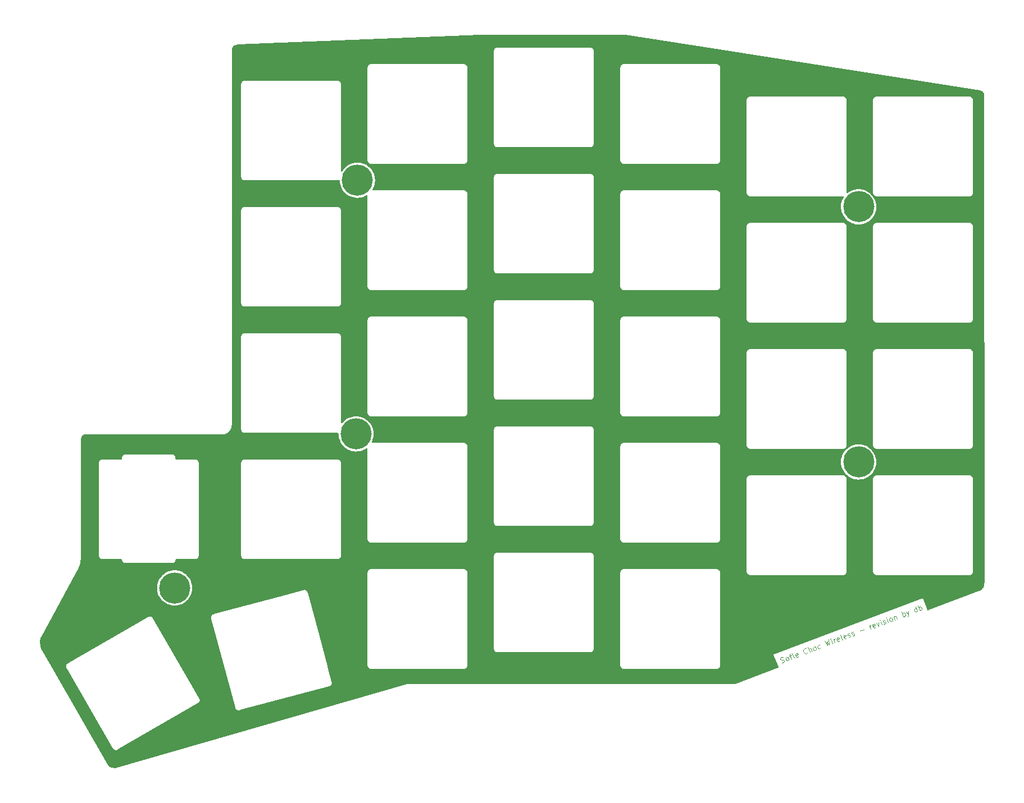
<source format=gbr>
G04 #@! TF.GenerationSoftware,KiCad,Pcbnew,(6.0.5)*
G04 #@! TF.CreationDate,2022-12-06T20:58:20-06:00*
G04 #@! TF.ProjectId,SofleKeyboardTopPlate,536f666c-654b-4657-9962-6f617264546f,rev?*
G04 #@! TF.SameCoordinates,Original*
G04 #@! TF.FileFunction,Copper,L1,Top*
G04 #@! TF.FilePolarity,Positive*
%FSLAX46Y46*%
G04 Gerber Fmt 4.6, Leading zero omitted, Abs format (unit mm)*
G04 Created by KiCad (PCBNEW (6.0.5)) date 2022-12-06 20:58:20*
%MOMM*%
%LPD*%
G01*
G04 APERTURE LIST*
%ADD10C,0.100000*%
G04 #@! TA.AperFunction,NonConductor*
%ADD11C,0.100000*%
G04 #@! TD*
G04 #@! TA.AperFunction,ComponentPad*
%ADD12C,4.700000*%
G04 #@! TD*
G04 APERTURE END LIST*
D10*
D11*
X194512102Y-130265487D02*
X194632467Y-130260515D01*
X194810529Y-130192876D01*
X194868226Y-130130208D01*
X194890310Y-130081067D01*
X194898867Y-129996315D01*
X194871811Y-129925090D01*
X194809143Y-129867393D01*
X194760003Y-129845308D01*
X194675250Y-129836752D01*
X194519273Y-129855251D01*
X194434520Y-129846694D01*
X194385380Y-129824610D01*
X194322711Y-129766913D01*
X194295656Y-129695688D01*
X194304212Y-129610935D01*
X194326297Y-129561795D01*
X194383994Y-129499127D01*
X194562056Y-129431487D01*
X194682421Y-129426516D01*
X195380327Y-129976430D02*
X195295575Y-129967873D01*
X195246434Y-129945789D01*
X195183766Y-129888092D01*
X195102599Y-129674417D01*
X195111156Y-129589665D01*
X195133240Y-129540524D01*
X195190937Y-129477856D01*
X195297774Y-129437272D01*
X195382527Y-129445829D01*
X195431667Y-129467914D01*
X195494335Y-129525611D01*
X195575503Y-129739285D01*
X195566946Y-129824038D01*
X195544862Y-129873178D01*
X195487165Y-129935846D01*
X195380327Y-129976430D01*
X195653898Y-129301994D02*
X195938798Y-129193771D01*
X195950126Y-129759984D02*
X195706624Y-129118960D01*
X195715181Y-129034208D01*
X195772878Y-128971539D01*
X195844102Y-128944484D01*
X196484312Y-129557065D02*
X196399559Y-129548509D01*
X196336891Y-129490812D01*
X196093389Y-128849788D01*
X197040583Y-129305007D02*
X196982886Y-129367675D01*
X196840436Y-129421787D01*
X196755683Y-129413230D01*
X196693015Y-129355533D01*
X196584792Y-129070634D01*
X196593349Y-128985881D01*
X196651046Y-128923213D01*
X196793495Y-128869101D01*
X196878248Y-128877658D01*
X196940916Y-128935355D01*
X196967972Y-129006580D01*
X196638904Y-129213083D01*
X198380326Y-128755335D02*
X198358242Y-128804475D01*
X198264932Y-128880671D01*
X198193707Y-128907727D01*
X198073342Y-128912698D01*
X197975062Y-128868529D01*
X197912394Y-128810832D01*
X197822670Y-128681910D01*
X197782086Y-128575073D01*
X197763587Y-128419096D01*
X197772144Y-128334343D01*
X197816313Y-128236062D01*
X197909622Y-128159866D01*
X197980847Y-128132811D01*
X198101212Y-128127839D01*
X198150352Y-128149924D01*
X198727894Y-128704809D02*
X198443808Y-127956948D01*
X199048405Y-128583058D02*
X198899599Y-128191321D01*
X198836930Y-128133624D01*
X198752178Y-128125068D01*
X198645340Y-128165651D01*
X198587644Y-128228319D01*
X198565559Y-128277460D01*
X199511367Y-128407195D02*
X199426614Y-128398639D01*
X199377474Y-128376554D01*
X199314805Y-128318857D01*
X199233638Y-128105183D01*
X199242195Y-128020430D01*
X199264279Y-127971290D01*
X199321976Y-127908622D01*
X199428813Y-127868038D01*
X199513566Y-127876594D01*
X199562706Y-127898679D01*
X199625375Y-127956376D01*
X199706542Y-128170050D01*
X199697985Y-128254803D01*
X199675901Y-128303943D01*
X199618204Y-128366612D01*
X199511367Y-128407195D01*
X200388149Y-128033386D02*
X200330452Y-128096054D01*
X200188002Y-128150165D01*
X200103250Y-128141609D01*
X200054109Y-128119524D01*
X199991441Y-128061827D01*
X199910274Y-127848153D01*
X199918830Y-127763400D01*
X199940915Y-127714260D01*
X199998612Y-127651592D01*
X200141062Y-127597480D01*
X200225814Y-127606037D01*
X200936676Y-127009996D02*
X201398824Y-127690217D01*
X201338355Y-127101920D01*
X201683723Y-127581994D01*
X201577700Y-126766494D01*
X202146685Y-127406132D02*
X201957294Y-126907558D01*
X201862599Y-126658271D02*
X201840515Y-126707412D01*
X201889655Y-126729496D01*
X201911739Y-126680356D01*
X201862599Y-126658271D01*
X201889655Y-126729496D01*
X202502809Y-127270853D02*
X202313418Y-126772279D01*
X202367530Y-126914729D02*
X202376087Y-126829976D01*
X202398171Y-126780836D01*
X202455868Y-126718168D01*
X202527093Y-126691112D01*
X203237141Y-126951155D02*
X203179444Y-127013823D01*
X203036995Y-127067935D01*
X202952242Y-127059378D01*
X202889574Y-127001681D01*
X202781351Y-126716782D01*
X202789908Y-126632029D01*
X202847604Y-126569361D01*
X202990054Y-126515249D01*
X203074807Y-126523806D01*
X203137475Y-126581503D01*
X203164531Y-126652728D01*
X202835462Y-126859231D01*
X203713631Y-126810905D02*
X203628878Y-126802348D01*
X203566210Y-126744651D01*
X203322708Y-126103628D01*
X204269901Y-126558846D02*
X204212204Y-126621514D01*
X204069755Y-126675626D01*
X203985002Y-126667069D01*
X203922334Y-126609372D01*
X203814111Y-126324473D01*
X203822667Y-126239720D01*
X203880364Y-126177052D01*
X204022814Y-126122941D01*
X204107567Y-126131497D01*
X204170235Y-126189194D01*
X204197290Y-126260419D01*
X203868222Y-126466923D01*
X204590413Y-126437095D02*
X204675166Y-126445652D01*
X204817615Y-126391540D01*
X204875312Y-126328872D01*
X204883869Y-126244120D01*
X204870341Y-126208507D01*
X204807673Y-126150810D01*
X204722920Y-126142254D01*
X204616083Y-126182837D01*
X204531330Y-126174281D01*
X204468662Y-126116584D01*
X204455134Y-126080971D01*
X204463691Y-125996219D01*
X204521388Y-125933550D01*
X204628225Y-125892967D01*
X204712977Y-125901523D01*
X205195824Y-126207121D02*
X205280576Y-126215678D01*
X205423026Y-126161566D01*
X205480723Y-126098898D01*
X205489280Y-126014146D01*
X205475752Y-125978533D01*
X205413084Y-125920836D01*
X205328331Y-125912280D01*
X205221494Y-125952863D01*
X205136741Y-125944307D01*
X205074073Y-125886610D01*
X205060545Y-125850997D01*
X205069102Y-125766245D01*
X205126798Y-125703576D01*
X205233636Y-125662993D01*
X205318388Y-125671549D01*
X206311950Y-125497886D02*
X206881749Y-125281440D01*
X207915895Y-125214615D02*
X207726504Y-124716041D01*
X207780616Y-124858490D02*
X207789172Y-124773738D01*
X207811257Y-124724597D01*
X207868954Y-124661929D01*
X207940179Y-124634874D01*
X208650227Y-124894917D02*
X208592530Y-124957585D01*
X208450081Y-125011696D01*
X208365328Y-125003140D01*
X208302660Y-124945443D01*
X208194437Y-124660543D01*
X208202993Y-124575791D01*
X208260690Y-124513123D01*
X208403140Y-124459011D01*
X208487893Y-124467568D01*
X208550561Y-124525265D01*
X208577617Y-124596489D01*
X208248548Y-124802993D01*
X208759264Y-124323732D02*
X209126716Y-124754666D01*
X209115388Y-124188453D01*
X209589678Y-124578804D02*
X209400287Y-124080230D01*
X209305592Y-123830943D02*
X209283508Y-123880084D01*
X209332648Y-123902168D01*
X209354732Y-123853028D01*
X209305592Y-123830943D01*
X209332648Y-123902168D01*
X209896661Y-124421441D02*
X209981414Y-124429997D01*
X210123864Y-124375886D01*
X210181561Y-124313218D01*
X210190117Y-124228465D01*
X210176589Y-124192852D01*
X210113921Y-124135155D01*
X210029169Y-124126599D01*
X209922331Y-124167182D01*
X209837579Y-124158626D01*
X209774910Y-124100929D01*
X209761383Y-124065317D01*
X209769939Y-123980564D01*
X209827636Y-123917896D01*
X209934473Y-123877312D01*
X210019226Y-123885869D01*
X210551213Y-124213551D02*
X210361822Y-123714977D01*
X210267127Y-123465691D02*
X210245043Y-123514831D01*
X210294183Y-123536915D01*
X210316267Y-123487775D01*
X210267127Y-123465691D01*
X210294183Y-123536915D01*
X211014174Y-124037689D02*
X210929421Y-124029132D01*
X210880281Y-124007047D01*
X210817613Y-123949350D01*
X210736445Y-123735676D01*
X210745002Y-123650923D01*
X210767087Y-123601783D01*
X210824784Y-123539115D01*
X210931621Y-123498531D01*
X211016373Y-123507088D01*
X211065514Y-123529172D01*
X211128182Y-123586869D01*
X211209349Y-123800544D01*
X211200793Y-123885296D01*
X211178708Y-123934437D01*
X211121011Y-123997105D01*
X211014174Y-124037689D01*
X211394582Y-123322669D02*
X211583972Y-123821242D01*
X211421638Y-123393894D02*
X211443722Y-123344753D01*
X211501419Y-123282085D01*
X211608256Y-123241501D01*
X211693009Y-123250058D01*
X211755677Y-123307755D01*
X211904484Y-123699491D01*
X212830407Y-123347766D02*
X212546321Y-122599906D01*
X212654544Y-122884805D02*
X212712241Y-122822137D01*
X212854691Y-122768025D01*
X212939443Y-122776582D01*
X212988584Y-122798667D01*
X213051252Y-122856364D01*
X213132419Y-123070038D01*
X213123863Y-123154791D01*
X213101778Y-123203931D01*
X213044081Y-123266599D01*
X212901631Y-123320711D01*
X212816879Y-123312154D01*
X213246427Y-122619219D02*
X213613880Y-123050153D01*
X213602551Y-122483940D02*
X213613880Y-123050153D01*
X213610294Y-123255271D01*
X213588210Y-123304411D01*
X213530513Y-123367079D01*
X214967151Y-122536093D02*
X214683065Y-121788233D01*
X214953623Y-122500481D02*
X214895926Y-122563149D01*
X214753477Y-122617261D01*
X214668724Y-122608704D01*
X214619584Y-122586620D01*
X214556915Y-122528923D01*
X214475748Y-122315248D01*
X214484305Y-122230495D01*
X214506389Y-122181355D01*
X214564086Y-122118687D01*
X214706536Y-122064575D01*
X214791289Y-122073132D01*
X215323275Y-122400815D02*
X215039190Y-121652954D01*
X215147413Y-121937853D02*
X215205110Y-121875185D01*
X215347559Y-121821074D01*
X215432312Y-121829630D01*
X215481452Y-121851715D01*
X215544120Y-121909412D01*
X215625288Y-122123086D01*
X215616731Y-122207839D01*
X215594646Y-122256979D01*
X215536950Y-122319647D01*
X215394500Y-122373759D01*
X215309747Y-122365202D01*
D12*
X206097200Y-61503600D03*
X130555000Y-57495000D03*
X206097200Y-100003600D03*
X130355000Y-95775000D03*
X103000000Y-119000000D03*
G04 #@! TA.AperFunction,NonConductor*
G36*
X171017089Y-35513640D02*
G01*
X184035654Y-37567685D01*
X224463867Y-43946374D01*
X224475480Y-43948771D01*
X224592981Y-43978853D01*
X224614234Y-43986376D01*
X224696281Y-44023985D01*
X224715529Y-44034950D01*
X224788901Y-44085781D01*
X224805697Y-44099716D01*
X224869121Y-44162370D01*
X224883196Y-44178904D01*
X224934940Y-44251543D01*
X224946007Y-44270333D01*
X224984488Y-44350887D01*
X224992245Y-44371649D01*
X224999688Y-44398597D01*
X225016271Y-44458645D01*
X225020301Y-44480803D01*
X225026468Y-44548811D01*
X225031376Y-44602940D01*
X225031891Y-44614274D01*
X225032052Y-45074629D01*
X225057681Y-118271411D01*
X225055911Y-118292500D01*
X225052639Y-118311816D01*
X225053684Y-118320732D01*
X225053684Y-118320733D01*
X225054211Y-118325226D01*
X225054488Y-118351974D01*
X225039121Y-118511535D01*
X225035426Y-118531998D01*
X224987930Y-118709598D01*
X224980919Y-118729171D01*
X224904850Y-118896527D01*
X224894707Y-118914691D01*
X224838838Y-118997789D01*
X224798461Y-119057844D01*
X224792142Y-119067242D01*
X224779148Y-119083490D01*
X224652880Y-119217082D01*
X224637389Y-119230971D01*
X224490849Y-119341971D01*
X224473286Y-119353120D01*
X224337654Y-119424244D01*
X224321908Y-119430251D01*
X224322007Y-119430493D01*
X224313690Y-119433893D01*
X224304987Y-119436077D01*
X224297246Y-119440616D01*
X224297244Y-119440617D01*
X224287364Y-119446411D01*
X224268580Y-119455428D01*
X216617301Y-122377255D01*
X216546527Y-122382871D01*
X216483952Y-122349332D01*
X216454563Y-122304289D01*
X215785975Y-120544217D01*
X215785974Y-120544215D01*
X215779541Y-120527281D01*
X215766880Y-120532091D01*
X215766877Y-120532091D01*
X193313608Y-129061288D01*
X193313606Y-129061289D01*
X193296672Y-129067722D01*
X193301482Y-129080383D01*
X193301482Y-129080386D01*
X193986842Y-130884608D01*
X193992334Y-130955391D01*
X193958685Y-131017908D01*
X193914004Y-131047060D01*
X187525124Y-133486809D01*
X187480174Y-133495100D01*
X138301952Y-133495100D01*
X138282073Y-133493522D01*
X138276978Y-133492708D01*
X138259647Y-133489939D01*
X138221842Y-133494729D01*
X138218093Y-133495100D01*
X138214815Y-133495100D01*
X138210383Y-133495735D01*
X138210379Y-133495735D01*
X138195452Y-133497873D01*
X138184330Y-133499466D01*
X138182345Y-133499734D01*
X138174441Y-133500736D01*
X138153453Y-133503395D01*
X138153450Y-133503396D01*
X138148617Y-133504008D01*
X138145453Y-133504920D01*
X138141818Y-133505554D01*
X138133939Y-133506682D01*
X138116028Y-133509247D01*
X138116026Y-133509248D01*
X138107141Y-133510520D01*
X138088282Y-133519095D01*
X138082898Y-133521543D01*
X138065630Y-133527917D01*
X93999298Y-146223812D01*
X93941875Y-146226705D01*
X93582527Y-146161369D01*
X93565222Y-146156935D01*
X93275914Y-146060498D01*
X93233759Y-146036630D01*
X93060749Y-145888336D01*
X93033559Y-145855547D01*
X84368682Y-130808249D01*
X86634945Y-130808249D01*
X86637241Y-130835302D01*
X86637445Y-130837712D01*
X86637729Y-130854849D01*
X86636207Y-130884383D01*
X86638279Y-130893113D01*
X86638279Y-130893115D01*
X86642135Y-130909361D01*
X86645090Y-130927807D01*
X86646298Y-130942042D01*
X86647260Y-130953385D01*
X86657933Y-130980972D01*
X86663010Y-130997324D01*
X86669840Y-131026104D01*
X86679784Y-131043573D01*
X86686872Y-131056025D01*
X86687241Y-131056731D01*
X86687641Y-131057765D01*
X86689137Y-131060357D01*
X86689138Y-131060358D01*
X86703169Y-131084660D01*
X86703551Y-131085327D01*
X86741896Y-131152690D01*
X86742902Y-131153663D01*
X86743654Y-131154782D01*
X93703206Y-143209082D01*
X93703589Y-143209750D01*
X93741896Y-143277046D01*
X93748347Y-143283286D01*
X93748352Y-143283293D01*
X93763154Y-143297612D01*
X93774631Y-143310336D01*
X93787349Y-143326526D01*
X93792896Y-143333587D01*
X93800197Y-143338805D01*
X93800199Y-143338806D01*
X93813785Y-143348514D01*
X93828133Y-143360469D01*
X93840131Y-143372076D01*
X93840133Y-143372078D01*
X93846586Y-143378320D01*
X93854527Y-143382498D01*
X93854530Y-143382500D01*
X93864267Y-143387622D01*
X93872761Y-143392091D01*
X93887348Y-143401083D01*
X93911404Y-143418274D01*
X93919873Y-143421232D01*
X93919880Y-143421235D01*
X93935645Y-143426740D01*
X93952769Y-143434185D01*
X93975491Y-143446140D01*
X93984292Y-143447922D01*
X93984296Y-143447924D01*
X94004473Y-143452011D01*
X94021001Y-143456548D01*
X94040439Y-143463336D01*
X94040444Y-143463337D01*
X94048917Y-143466296D01*
X94057882Y-143466758D01*
X94065704Y-143467161D01*
X94074556Y-143467617D01*
X94093086Y-143469958D01*
X94105907Y-143472555D01*
X94118249Y-143475055D01*
X94147715Y-143472555D01*
X94164848Y-143472271D01*
X94194382Y-143473793D01*
X94219369Y-143467863D01*
X94237804Y-143464910D01*
X94246019Y-143464213D01*
X94254442Y-143463499D01*
X94254443Y-143463499D01*
X94263385Y-143462740D01*
X94279391Y-143456548D01*
X94290968Y-143452069D01*
X94307337Y-143446987D01*
X94327367Y-143442234D01*
X94327371Y-143442233D01*
X94336104Y-143440160D01*
X94366023Y-143423129D01*
X94366729Y-143422760D01*
X94367765Y-143422359D01*
X94370367Y-143420857D01*
X94370376Y-143420852D01*
X94394717Y-143406799D01*
X94395384Y-143406416D01*
X94455710Y-143372076D01*
X94462690Y-143368103D01*
X94463661Y-143367099D01*
X94464777Y-143366350D01*
X106519139Y-136406761D01*
X106519748Y-136406412D01*
X106587046Y-136368103D01*
X106607599Y-136346857D01*
X106620325Y-136335378D01*
X106636527Y-136322651D01*
X106636532Y-136322646D01*
X106643587Y-136317104D01*
X106648804Y-136309803D01*
X106648810Y-136309797D01*
X106658518Y-136296212D01*
X106670471Y-136281864D01*
X106682081Y-136269863D01*
X106682083Y-136269860D01*
X106688319Y-136263414D01*
X106702088Y-136237244D01*
X106711074Y-136222667D01*
X106723057Y-136205898D01*
X106723059Y-136205893D01*
X106728274Y-136198596D01*
X106736740Y-136174354D01*
X106744185Y-136157232D01*
X106751962Y-136142450D01*
X106756140Y-136134509D01*
X106757921Y-136125716D01*
X106757923Y-136125710D01*
X106762011Y-136105527D01*
X106766548Y-136088999D01*
X106773336Y-136069561D01*
X106773337Y-136069556D01*
X106776296Y-136061083D01*
X106777617Y-136035443D01*
X106779958Y-136016913D01*
X106783273Y-136000549D01*
X106783273Y-136000547D01*
X106785055Y-135991750D01*
X106782555Y-135962285D01*
X106782271Y-135945149D01*
X106783331Y-135924580D01*
X106783793Y-135915618D01*
X106781721Y-135906889D01*
X106781721Y-135906885D01*
X106777865Y-135890639D01*
X106774910Y-135872193D01*
X106773499Y-135855559D01*
X106773499Y-135855558D01*
X106772740Y-135846614D01*
X106762070Y-135819032D01*
X106756988Y-135802667D01*
X106752232Y-135782626D01*
X106752232Y-135782625D01*
X106750160Y-135773896D01*
X106733134Y-135743986D01*
X106732760Y-135743271D01*
X106732359Y-135742234D01*
X106716768Y-135715229D01*
X106716388Y-135714564D01*
X106680053Y-135650734D01*
X106680047Y-135650725D01*
X106678103Y-135647310D01*
X106677099Y-135646339D01*
X106676349Y-135645222D01*
X105999443Y-134472785D01*
X99716846Y-123591010D01*
X99716488Y-123590386D01*
X99682542Y-123530752D01*
X99678103Y-123522954D01*
X99656851Y-123502394D01*
X99645377Y-123489674D01*
X99636874Y-123478850D01*
X99627104Y-123466412D01*
X99619798Y-123461191D01*
X99606213Y-123451483D01*
X99591864Y-123439529D01*
X99584416Y-123432324D01*
X108513370Y-123432324D01*
X108515435Y-123451483D01*
X108516538Y-123461720D01*
X108517211Y-123478844D01*
X108516359Y-123508409D01*
X108518629Y-123517093D01*
X108525069Y-123541730D01*
X108525242Y-123542502D01*
X108525360Y-123543598D01*
X108533474Y-123573881D01*
X108553198Y-123649331D01*
X108553918Y-123650532D01*
X108554353Y-123651801D01*
X111971982Y-136406565D01*
X112156884Y-137096630D01*
X112156995Y-137097051D01*
X112176665Y-137172292D01*
X112181282Y-137179991D01*
X112191870Y-137197647D01*
X112199667Y-137212916D01*
X112207763Y-137231852D01*
X112207765Y-137231855D01*
X112211293Y-137240107D01*
X112216996Y-137247037D01*
X112216997Y-137247039D01*
X112227610Y-137259936D01*
X112238374Y-137275195D01*
X112251576Y-137297210D01*
X112273286Y-137317278D01*
X112285050Y-137329740D01*
X112298139Y-137345647D01*
X112298143Y-137345651D01*
X112303845Y-137352580D01*
X112311265Y-137357632D01*
X112311266Y-137357633D01*
X112325072Y-137367033D01*
X112339687Y-137378659D01*
X112358536Y-137396083D01*
X112366571Y-137400081D01*
X112366572Y-137400081D01*
X112385008Y-137409253D01*
X112399797Y-137417912D01*
X112424243Y-137434557D01*
X112448684Y-137442475D01*
X112465952Y-137449522D01*
X112488946Y-137460961D01*
X112497777Y-137462542D01*
X112497780Y-137462543D01*
X112514014Y-137465449D01*
X112518044Y-137466170D01*
X112534664Y-137470330D01*
X112562811Y-137479448D01*
X112579208Y-137479920D01*
X112588488Y-137480188D01*
X112607059Y-137482107D01*
X112632324Y-137486630D01*
X112661725Y-137483462D01*
X112678843Y-137482789D01*
X112708409Y-137483641D01*
X112717093Y-137481371D01*
X112741730Y-137474931D01*
X112742502Y-137474758D01*
X112743598Y-137474640D01*
X112773758Y-137466559D01*
X112773996Y-137466496D01*
X112849331Y-137446802D01*
X112850532Y-137446082D01*
X112851802Y-137445647D01*
X112852881Y-137445358D01*
X126296739Y-133843087D01*
X126297051Y-133843005D01*
X126372292Y-133823335D01*
X126379989Y-133818719D01*
X126379992Y-133818718D01*
X126397654Y-133808126D01*
X126412910Y-133800336D01*
X126440107Y-133788707D01*
X126459928Y-133772397D01*
X126475186Y-133761633D01*
X126489513Y-133753041D01*
X126489514Y-133753040D01*
X126497210Y-133748425D01*
X126517287Y-133726706D01*
X126529738Y-133714951D01*
X126552580Y-133696155D01*
X126567028Y-133674934D01*
X126578656Y-133660318D01*
X126589991Y-133648056D01*
X126589993Y-133648053D01*
X126596083Y-133641465D01*
X126600078Y-133633435D01*
X126600080Y-133633432D01*
X126609255Y-133614989D01*
X126617910Y-133600206D01*
X126634557Y-133575757D01*
X126642474Y-133551319D01*
X126649528Y-133534036D01*
X126656961Y-133519095D01*
X126660961Y-133511055D01*
X126666172Y-133481947D01*
X126670331Y-133465330D01*
X126676683Y-133445726D01*
X126676684Y-133445721D01*
X126679448Y-133437189D01*
X126680188Y-133411513D01*
X126682106Y-133392948D01*
X126686630Y-133367677D01*
X126683462Y-133338276D01*
X126682789Y-133321152D01*
X126683641Y-133291591D01*
X126674931Y-133258270D01*
X126674758Y-133257498D01*
X126674640Y-133256402D01*
X126666526Y-133226119D01*
X126646802Y-133150669D01*
X126646082Y-133149468D01*
X126645647Y-133148198D01*
X126126028Y-131208952D01*
X126008336Y-130769721D01*
X132091024Y-130769721D01*
X132093491Y-130778352D01*
X132099150Y-130798153D01*
X132102728Y-130814915D01*
X132106920Y-130844187D01*
X132110634Y-130852355D01*
X132110634Y-130852356D01*
X132117548Y-130867562D01*
X132123996Y-130885086D01*
X132131051Y-130909771D01*
X132135843Y-130917365D01*
X132135844Y-130917368D01*
X132146830Y-130934780D01*
X132154969Y-130949863D01*
X132167208Y-130976782D01*
X132173069Y-130983584D01*
X132183970Y-130996235D01*
X132195073Y-131011239D01*
X132208776Y-131032958D01*
X132215501Y-131038897D01*
X132215504Y-131038901D01*
X132230938Y-131052532D01*
X132242982Y-131064724D01*
X132256427Y-131080327D01*
X132256430Y-131080329D01*
X132262287Y-131087127D01*
X132269816Y-131092007D01*
X132269817Y-131092008D01*
X132283835Y-131101094D01*
X132298709Y-131112385D01*
X132311217Y-131123431D01*
X132317951Y-131129378D01*
X132344711Y-131141942D01*
X132359691Y-131150263D01*
X132376983Y-131161471D01*
X132376988Y-131161473D01*
X132384515Y-131166352D01*
X132393108Y-131168922D01*
X132393113Y-131168924D01*
X132409120Y-131173711D01*
X132426564Y-131180372D01*
X132441676Y-131187467D01*
X132441678Y-131187468D01*
X132449800Y-131191281D01*
X132458667Y-131192662D01*
X132458668Y-131192662D01*
X132461353Y-131193080D01*
X132479017Y-131195830D01*
X132495732Y-131199613D01*
X132515466Y-131205515D01*
X132515472Y-131205516D01*
X132524066Y-131208086D01*
X132533037Y-131208141D01*
X132533038Y-131208141D01*
X132543097Y-131208202D01*
X132558506Y-131208296D01*
X132559289Y-131208329D01*
X132560386Y-131208500D01*
X132591377Y-131208500D01*
X132592147Y-131208502D01*
X132665785Y-131208952D01*
X132665786Y-131208952D01*
X132669721Y-131208976D01*
X132671065Y-131208592D01*
X132672410Y-131208500D01*
X146591377Y-131208500D01*
X146592148Y-131208502D01*
X146669721Y-131208976D01*
X146698152Y-131200850D01*
X146714915Y-131197272D01*
X146715753Y-131197152D01*
X146744187Y-131193080D01*
X146767564Y-131182451D01*
X146785087Y-131176004D01*
X146809771Y-131168949D01*
X146817365Y-131164157D01*
X146817368Y-131164156D01*
X146834780Y-131153170D01*
X146849865Y-131145030D01*
X146876782Y-131132792D01*
X146896235Y-131116030D01*
X146911239Y-131104927D01*
X146932958Y-131091224D01*
X146938897Y-131084499D01*
X146938901Y-131084496D01*
X146952532Y-131069062D01*
X146964724Y-131057018D01*
X146980327Y-131043573D01*
X146980329Y-131043570D01*
X146987127Y-131037713D01*
X146996051Y-131023946D01*
X147001094Y-131016165D01*
X147012385Y-131001291D01*
X147023431Y-130988783D01*
X147023432Y-130988782D01*
X147029378Y-130982049D01*
X147041943Y-130955287D01*
X147050263Y-130940309D01*
X147061471Y-130923017D01*
X147061473Y-130923012D01*
X147066352Y-130915485D01*
X147068922Y-130906892D01*
X147068924Y-130906887D01*
X147073711Y-130890880D01*
X147080372Y-130873436D01*
X147087467Y-130858324D01*
X147087468Y-130858322D01*
X147091281Y-130850200D01*
X147095830Y-130820983D01*
X147099613Y-130804268D01*
X147105515Y-130784534D01*
X147105516Y-130784528D01*
X147108086Y-130775934D01*
X147108124Y-130769721D01*
X170191024Y-130769721D01*
X170193491Y-130778352D01*
X170199150Y-130798153D01*
X170202728Y-130814915D01*
X170206920Y-130844187D01*
X170210634Y-130852355D01*
X170210634Y-130852356D01*
X170217548Y-130867562D01*
X170223996Y-130885086D01*
X170231051Y-130909771D01*
X170235843Y-130917365D01*
X170235844Y-130917368D01*
X170246830Y-130934780D01*
X170254969Y-130949863D01*
X170267208Y-130976782D01*
X170273069Y-130983584D01*
X170283970Y-130996235D01*
X170295073Y-131011239D01*
X170308776Y-131032958D01*
X170315501Y-131038897D01*
X170315504Y-131038901D01*
X170330938Y-131052532D01*
X170342982Y-131064724D01*
X170356427Y-131080327D01*
X170356430Y-131080329D01*
X170362287Y-131087127D01*
X170369816Y-131092007D01*
X170369817Y-131092008D01*
X170383835Y-131101094D01*
X170398709Y-131112385D01*
X170411217Y-131123431D01*
X170417951Y-131129378D01*
X170444711Y-131141942D01*
X170459691Y-131150263D01*
X170476983Y-131161471D01*
X170476988Y-131161473D01*
X170484515Y-131166352D01*
X170493108Y-131168922D01*
X170493113Y-131168924D01*
X170509120Y-131173711D01*
X170526564Y-131180372D01*
X170541676Y-131187467D01*
X170541678Y-131187468D01*
X170549800Y-131191281D01*
X170558667Y-131192662D01*
X170558668Y-131192662D01*
X170561353Y-131193080D01*
X170579017Y-131195830D01*
X170595732Y-131199613D01*
X170615466Y-131205515D01*
X170615472Y-131205516D01*
X170624066Y-131208086D01*
X170633037Y-131208141D01*
X170633038Y-131208141D01*
X170643097Y-131208202D01*
X170658506Y-131208296D01*
X170659289Y-131208329D01*
X170660386Y-131208500D01*
X170691377Y-131208500D01*
X170692147Y-131208502D01*
X170765785Y-131208952D01*
X170765786Y-131208952D01*
X170769721Y-131208976D01*
X170771065Y-131208592D01*
X170772410Y-131208500D01*
X184691377Y-131208500D01*
X184692148Y-131208502D01*
X184769721Y-131208976D01*
X184798152Y-131200850D01*
X184814915Y-131197272D01*
X184815753Y-131197152D01*
X184844187Y-131193080D01*
X184867564Y-131182451D01*
X184885087Y-131176004D01*
X184909771Y-131168949D01*
X184917365Y-131164157D01*
X184917368Y-131164156D01*
X184934780Y-131153170D01*
X184949865Y-131145030D01*
X184976782Y-131132792D01*
X184996235Y-131116030D01*
X185011239Y-131104927D01*
X185032958Y-131091224D01*
X185038897Y-131084499D01*
X185038901Y-131084496D01*
X185052532Y-131069062D01*
X185064724Y-131057018D01*
X185080327Y-131043573D01*
X185080329Y-131043570D01*
X185087127Y-131037713D01*
X185096051Y-131023946D01*
X185101094Y-131016165D01*
X185112385Y-131001291D01*
X185123431Y-130988783D01*
X185123432Y-130988782D01*
X185129378Y-130982049D01*
X185141943Y-130955287D01*
X185150263Y-130940309D01*
X185161471Y-130923017D01*
X185161473Y-130923012D01*
X185166352Y-130915485D01*
X185168922Y-130906892D01*
X185168924Y-130906887D01*
X185173711Y-130890880D01*
X185180372Y-130873436D01*
X185187467Y-130858324D01*
X185187468Y-130858322D01*
X185191281Y-130850200D01*
X185195830Y-130820983D01*
X185199613Y-130804268D01*
X185205515Y-130784534D01*
X185205516Y-130784528D01*
X185208086Y-130775934D01*
X185208296Y-130741494D01*
X185208329Y-130740711D01*
X185208500Y-130739614D01*
X185208500Y-130708623D01*
X185208502Y-130707853D01*
X185208952Y-130634215D01*
X185208952Y-130634214D01*
X185208976Y-130630279D01*
X185208592Y-130628935D01*
X185208500Y-130627590D01*
X185208500Y-116708623D01*
X185208502Y-116707853D01*
X185208549Y-116700200D01*
X185208976Y-116630279D01*
X185205958Y-116619721D01*
X189241024Y-116619721D01*
X189243491Y-116628352D01*
X189249150Y-116648153D01*
X189252728Y-116664915D01*
X189256920Y-116694187D01*
X189260634Y-116702355D01*
X189260634Y-116702356D01*
X189267548Y-116717562D01*
X189273996Y-116735086D01*
X189281051Y-116759771D01*
X189285843Y-116767365D01*
X189285844Y-116767368D01*
X189296830Y-116784780D01*
X189304969Y-116799863D01*
X189317208Y-116826782D01*
X189323069Y-116833584D01*
X189333970Y-116846235D01*
X189345073Y-116861239D01*
X189358776Y-116882958D01*
X189365501Y-116888897D01*
X189365504Y-116888901D01*
X189380938Y-116902532D01*
X189392982Y-116914724D01*
X189406427Y-116930327D01*
X189406430Y-116930329D01*
X189412287Y-116937127D01*
X189419816Y-116942007D01*
X189419817Y-116942008D01*
X189433835Y-116951094D01*
X189448709Y-116962385D01*
X189461217Y-116973431D01*
X189467951Y-116979378D01*
X189494711Y-116991942D01*
X189509691Y-117000263D01*
X189526983Y-117011471D01*
X189526988Y-117011473D01*
X189534515Y-117016352D01*
X189543108Y-117018922D01*
X189543113Y-117018924D01*
X189559120Y-117023711D01*
X189576564Y-117030372D01*
X189591676Y-117037467D01*
X189591678Y-117037468D01*
X189599800Y-117041281D01*
X189608667Y-117042662D01*
X189608668Y-117042662D01*
X189611353Y-117043080D01*
X189629017Y-117045830D01*
X189645732Y-117049613D01*
X189665466Y-117055515D01*
X189665472Y-117055516D01*
X189674066Y-117058086D01*
X189683037Y-117058141D01*
X189683038Y-117058141D01*
X189693097Y-117058202D01*
X189708506Y-117058296D01*
X189709289Y-117058329D01*
X189710386Y-117058500D01*
X189741377Y-117058500D01*
X189742147Y-117058502D01*
X189815785Y-117058952D01*
X189815786Y-117058952D01*
X189819721Y-117058976D01*
X189821065Y-117058592D01*
X189822410Y-117058500D01*
X203741377Y-117058500D01*
X203742148Y-117058502D01*
X203819721Y-117058976D01*
X203848152Y-117050850D01*
X203864915Y-117047272D01*
X203865753Y-117047152D01*
X203894187Y-117043080D01*
X203917564Y-117032451D01*
X203935087Y-117026004D01*
X203959771Y-117018949D01*
X203967365Y-117014157D01*
X203967368Y-117014156D01*
X203984780Y-117003170D01*
X203999865Y-116995030D01*
X204026782Y-116982792D01*
X204046235Y-116966030D01*
X204061239Y-116954927D01*
X204082958Y-116941224D01*
X204088897Y-116934499D01*
X204088901Y-116934496D01*
X204102532Y-116919062D01*
X204114724Y-116907018D01*
X204130327Y-116893573D01*
X204130329Y-116893570D01*
X204137127Y-116887713D01*
X204151094Y-116866165D01*
X204162385Y-116851291D01*
X204173431Y-116838783D01*
X204173432Y-116838782D01*
X204179378Y-116832049D01*
X204191943Y-116805287D01*
X204200263Y-116790309D01*
X204211471Y-116773017D01*
X204211473Y-116773012D01*
X204216352Y-116765485D01*
X204218922Y-116756892D01*
X204218924Y-116756887D01*
X204223711Y-116740880D01*
X204230372Y-116723436D01*
X204237467Y-116708324D01*
X204237468Y-116708322D01*
X204241281Y-116700200D01*
X204245830Y-116670983D01*
X204249613Y-116654268D01*
X204255515Y-116634534D01*
X204255516Y-116634528D01*
X204258086Y-116625934D01*
X204258124Y-116619721D01*
X208291024Y-116619721D01*
X208293491Y-116628352D01*
X208299150Y-116648153D01*
X208302728Y-116664915D01*
X208306920Y-116694187D01*
X208310634Y-116702355D01*
X208310634Y-116702356D01*
X208317548Y-116717562D01*
X208323996Y-116735086D01*
X208331051Y-116759771D01*
X208335843Y-116767365D01*
X208335844Y-116767368D01*
X208346830Y-116784780D01*
X208354969Y-116799863D01*
X208367208Y-116826782D01*
X208373069Y-116833584D01*
X208383970Y-116846235D01*
X208395073Y-116861239D01*
X208408776Y-116882958D01*
X208415501Y-116888897D01*
X208415504Y-116888901D01*
X208430938Y-116902532D01*
X208442982Y-116914724D01*
X208456427Y-116930327D01*
X208456430Y-116930329D01*
X208462287Y-116937127D01*
X208469816Y-116942007D01*
X208469817Y-116942008D01*
X208483835Y-116951094D01*
X208498709Y-116962385D01*
X208511217Y-116973431D01*
X208517951Y-116979378D01*
X208544711Y-116991942D01*
X208559691Y-117000263D01*
X208576983Y-117011471D01*
X208576988Y-117011473D01*
X208584515Y-117016352D01*
X208593108Y-117018922D01*
X208593113Y-117018924D01*
X208609120Y-117023711D01*
X208626564Y-117030372D01*
X208641676Y-117037467D01*
X208641678Y-117037468D01*
X208649800Y-117041281D01*
X208658667Y-117042662D01*
X208658668Y-117042662D01*
X208661353Y-117043080D01*
X208679017Y-117045830D01*
X208695732Y-117049613D01*
X208715466Y-117055515D01*
X208715472Y-117055516D01*
X208724066Y-117058086D01*
X208733037Y-117058141D01*
X208733038Y-117058141D01*
X208743097Y-117058202D01*
X208758506Y-117058296D01*
X208759289Y-117058329D01*
X208760386Y-117058500D01*
X208791377Y-117058500D01*
X208792147Y-117058502D01*
X208865785Y-117058952D01*
X208865786Y-117058952D01*
X208869721Y-117058976D01*
X208871065Y-117058592D01*
X208872410Y-117058500D01*
X222791377Y-117058500D01*
X222792148Y-117058502D01*
X222869721Y-117058976D01*
X222898152Y-117050850D01*
X222914915Y-117047272D01*
X222915753Y-117047152D01*
X222944187Y-117043080D01*
X222967564Y-117032451D01*
X222985087Y-117026004D01*
X223009771Y-117018949D01*
X223017365Y-117014157D01*
X223017368Y-117014156D01*
X223034780Y-117003170D01*
X223049865Y-116995030D01*
X223076782Y-116982792D01*
X223096235Y-116966030D01*
X223111239Y-116954927D01*
X223132958Y-116941224D01*
X223138897Y-116934499D01*
X223138901Y-116934496D01*
X223152532Y-116919062D01*
X223164724Y-116907018D01*
X223180327Y-116893573D01*
X223180329Y-116893570D01*
X223187127Y-116887713D01*
X223201094Y-116866165D01*
X223212385Y-116851291D01*
X223223431Y-116838783D01*
X223223432Y-116838782D01*
X223229378Y-116832049D01*
X223241943Y-116805287D01*
X223250263Y-116790309D01*
X223261471Y-116773017D01*
X223261473Y-116773012D01*
X223266352Y-116765485D01*
X223268922Y-116756892D01*
X223268924Y-116756887D01*
X223273711Y-116740880D01*
X223280372Y-116723436D01*
X223287467Y-116708324D01*
X223287468Y-116708322D01*
X223291281Y-116700200D01*
X223295830Y-116670983D01*
X223299613Y-116654268D01*
X223305515Y-116634534D01*
X223305516Y-116634528D01*
X223308086Y-116625934D01*
X223308296Y-116591494D01*
X223308329Y-116590711D01*
X223308500Y-116589614D01*
X223308500Y-116558623D01*
X223308502Y-116557853D01*
X223308952Y-116484215D01*
X223308952Y-116484214D01*
X223308976Y-116480279D01*
X223308592Y-116478935D01*
X223308500Y-116477590D01*
X223308500Y-102558623D01*
X223308502Y-102557853D01*
X223308800Y-102509102D01*
X223308976Y-102480279D01*
X223300850Y-102451847D01*
X223297272Y-102435085D01*
X223294352Y-102414698D01*
X223293080Y-102405813D01*
X223282451Y-102382436D01*
X223276004Y-102364913D01*
X223271416Y-102348862D01*
X223268949Y-102340229D01*
X223264156Y-102332632D01*
X223253170Y-102315220D01*
X223245030Y-102300135D01*
X223242564Y-102294711D01*
X223232792Y-102273218D01*
X223216030Y-102253765D01*
X223204927Y-102238761D01*
X223191224Y-102217042D01*
X223184499Y-102211103D01*
X223184496Y-102211099D01*
X223169062Y-102197468D01*
X223157018Y-102185276D01*
X223143573Y-102169673D01*
X223143570Y-102169671D01*
X223137713Y-102162873D01*
X223124009Y-102153990D01*
X223116165Y-102148906D01*
X223101291Y-102137615D01*
X223088783Y-102126569D01*
X223088782Y-102126568D01*
X223082049Y-102120622D01*
X223055287Y-102108057D01*
X223040309Y-102099737D01*
X223023017Y-102088529D01*
X223023012Y-102088527D01*
X223015485Y-102083648D01*
X223006892Y-102081078D01*
X223006887Y-102081076D01*
X222990880Y-102076289D01*
X222973436Y-102069628D01*
X222958324Y-102062533D01*
X222958322Y-102062532D01*
X222950200Y-102058719D01*
X222941333Y-102057338D01*
X222941332Y-102057338D01*
X222930478Y-102055648D01*
X222920983Y-102054170D01*
X222904268Y-102050387D01*
X222884534Y-102044485D01*
X222884528Y-102044484D01*
X222875934Y-102041914D01*
X222866963Y-102041859D01*
X222866962Y-102041859D01*
X222856903Y-102041798D01*
X222841494Y-102041704D01*
X222840711Y-102041671D01*
X222839614Y-102041500D01*
X222808623Y-102041500D01*
X222807853Y-102041498D01*
X222734215Y-102041048D01*
X222734214Y-102041048D01*
X222730279Y-102041024D01*
X222728935Y-102041408D01*
X222727590Y-102041500D01*
X208808623Y-102041500D01*
X208807853Y-102041498D01*
X208807037Y-102041493D01*
X208730279Y-102041024D01*
X208707918Y-102047415D01*
X208701847Y-102049150D01*
X208685085Y-102052728D01*
X208655813Y-102056920D01*
X208647645Y-102060634D01*
X208647644Y-102060634D01*
X208632438Y-102067548D01*
X208614914Y-102073996D01*
X208590229Y-102081051D01*
X208582635Y-102085843D01*
X208582632Y-102085844D01*
X208565220Y-102096830D01*
X208550137Y-102104969D01*
X208523218Y-102117208D01*
X208516416Y-102123069D01*
X208503765Y-102133970D01*
X208488761Y-102145073D01*
X208467042Y-102158776D01*
X208461103Y-102165501D01*
X208461099Y-102165504D01*
X208447468Y-102180938D01*
X208435276Y-102192982D01*
X208419673Y-102206427D01*
X208419671Y-102206430D01*
X208412873Y-102212287D01*
X208407993Y-102219816D01*
X208407992Y-102219817D01*
X208398906Y-102233835D01*
X208387615Y-102248709D01*
X208376569Y-102261217D01*
X208370622Y-102267951D01*
X208364312Y-102281391D01*
X208358058Y-102294711D01*
X208349737Y-102309691D01*
X208338529Y-102326983D01*
X208338527Y-102326988D01*
X208333648Y-102334515D01*
X208331078Y-102343108D01*
X208331076Y-102343113D01*
X208326289Y-102359120D01*
X208319628Y-102376564D01*
X208312533Y-102391676D01*
X208308719Y-102399800D01*
X208307338Y-102408667D01*
X208307338Y-102408668D01*
X208304170Y-102429015D01*
X208300387Y-102445732D01*
X208294485Y-102465466D01*
X208294484Y-102465472D01*
X208291914Y-102474066D01*
X208291859Y-102483037D01*
X208291859Y-102483038D01*
X208291704Y-102508497D01*
X208291671Y-102509289D01*
X208291500Y-102510386D01*
X208291500Y-102541377D01*
X208291498Y-102542147D01*
X208291024Y-102619721D01*
X208291408Y-102621065D01*
X208291500Y-102622410D01*
X208291500Y-116541377D01*
X208291498Y-116542147D01*
X208291024Y-116619721D01*
X204258124Y-116619721D01*
X204258296Y-116591494D01*
X204258329Y-116590711D01*
X204258500Y-116589614D01*
X204258500Y-116558623D01*
X204258502Y-116557853D01*
X204258952Y-116484215D01*
X204258952Y-116484214D01*
X204258976Y-116480279D01*
X204258592Y-116478935D01*
X204258500Y-116477590D01*
X204258500Y-102558623D01*
X204258502Y-102557853D01*
X204258800Y-102509102D01*
X204258976Y-102480279D01*
X204250850Y-102451847D01*
X204247272Y-102435085D01*
X204244352Y-102414698D01*
X204243080Y-102405813D01*
X204232451Y-102382436D01*
X204226004Y-102364913D01*
X204221416Y-102348862D01*
X204218949Y-102340229D01*
X204214156Y-102332632D01*
X204203170Y-102315220D01*
X204195030Y-102300135D01*
X204192564Y-102294711D01*
X204182792Y-102273218D01*
X204166030Y-102253765D01*
X204154927Y-102238761D01*
X204141224Y-102217042D01*
X204134499Y-102211103D01*
X204134496Y-102211099D01*
X204119062Y-102197468D01*
X204107018Y-102185276D01*
X204093573Y-102169673D01*
X204093570Y-102169671D01*
X204087713Y-102162873D01*
X204074009Y-102153990D01*
X204066165Y-102148906D01*
X204051291Y-102137615D01*
X204038783Y-102126569D01*
X204038782Y-102126568D01*
X204032049Y-102120622D01*
X204005287Y-102108057D01*
X203990309Y-102099737D01*
X203973017Y-102088529D01*
X203973012Y-102088527D01*
X203965485Y-102083648D01*
X203956892Y-102081078D01*
X203956887Y-102081076D01*
X203940880Y-102076289D01*
X203923436Y-102069628D01*
X203908324Y-102062533D01*
X203908322Y-102062532D01*
X203900200Y-102058719D01*
X203891333Y-102057338D01*
X203891332Y-102057338D01*
X203880478Y-102055648D01*
X203870983Y-102054170D01*
X203854268Y-102050387D01*
X203834534Y-102044485D01*
X203834528Y-102044484D01*
X203825934Y-102041914D01*
X203816963Y-102041859D01*
X203816962Y-102041859D01*
X203806903Y-102041798D01*
X203791494Y-102041704D01*
X203790711Y-102041671D01*
X203789614Y-102041500D01*
X203758623Y-102041500D01*
X203757853Y-102041498D01*
X203684215Y-102041048D01*
X203684214Y-102041048D01*
X203680279Y-102041024D01*
X203678935Y-102041408D01*
X203677590Y-102041500D01*
X189758623Y-102041500D01*
X189757853Y-102041498D01*
X189757037Y-102041493D01*
X189680279Y-102041024D01*
X189657918Y-102047415D01*
X189651847Y-102049150D01*
X189635085Y-102052728D01*
X189605813Y-102056920D01*
X189597645Y-102060634D01*
X189597644Y-102060634D01*
X189582438Y-102067548D01*
X189564914Y-102073996D01*
X189540229Y-102081051D01*
X189532635Y-102085843D01*
X189532632Y-102085844D01*
X189515220Y-102096830D01*
X189500137Y-102104969D01*
X189473218Y-102117208D01*
X189466416Y-102123069D01*
X189453765Y-102133970D01*
X189438761Y-102145073D01*
X189417042Y-102158776D01*
X189411103Y-102165501D01*
X189411099Y-102165504D01*
X189397468Y-102180938D01*
X189385276Y-102192982D01*
X189369673Y-102206427D01*
X189369671Y-102206430D01*
X189362873Y-102212287D01*
X189357993Y-102219816D01*
X189357992Y-102219817D01*
X189348906Y-102233835D01*
X189337615Y-102248709D01*
X189326569Y-102261217D01*
X189320622Y-102267951D01*
X189314312Y-102281391D01*
X189308058Y-102294711D01*
X189299737Y-102309691D01*
X189288529Y-102326983D01*
X189288527Y-102326988D01*
X189283648Y-102334515D01*
X189281078Y-102343108D01*
X189281076Y-102343113D01*
X189276289Y-102359120D01*
X189269628Y-102376564D01*
X189262533Y-102391676D01*
X189258719Y-102399800D01*
X189257338Y-102408667D01*
X189257338Y-102408668D01*
X189254170Y-102429015D01*
X189250387Y-102445732D01*
X189244485Y-102465466D01*
X189244484Y-102465472D01*
X189241914Y-102474066D01*
X189241859Y-102483037D01*
X189241859Y-102483038D01*
X189241704Y-102508497D01*
X189241671Y-102509289D01*
X189241500Y-102510386D01*
X189241500Y-102541377D01*
X189241498Y-102542147D01*
X189241024Y-102619721D01*
X189241408Y-102621065D01*
X189241500Y-102622410D01*
X189241500Y-116541377D01*
X189241498Y-116542147D01*
X189241024Y-116619721D01*
X185205958Y-116619721D01*
X185200850Y-116601847D01*
X185197272Y-116585085D01*
X185194352Y-116564698D01*
X185193080Y-116555813D01*
X185182451Y-116532436D01*
X185176004Y-116514913D01*
X185171416Y-116498862D01*
X185168949Y-116490229D01*
X185162671Y-116480279D01*
X185153170Y-116465220D01*
X185145030Y-116450135D01*
X185142564Y-116444711D01*
X185132792Y-116423218D01*
X185116030Y-116403765D01*
X185104927Y-116388761D01*
X185091224Y-116367042D01*
X185084499Y-116361103D01*
X185084496Y-116361099D01*
X185069062Y-116347468D01*
X185057018Y-116335276D01*
X185043573Y-116319673D01*
X185043570Y-116319671D01*
X185037713Y-116312873D01*
X185024009Y-116303990D01*
X185016165Y-116298906D01*
X185001291Y-116287615D01*
X184988783Y-116276569D01*
X184988782Y-116276568D01*
X184982049Y-116270622D01*
X184955287Y-116258057D01*
X184940309Y-116249737D01*
X184923017Y-116238529D01*
X184923012Y-116238527D01*
X184915485Y-116233648D01*
X184906892Y-116231078D01*
X184906887Y-116231076D01*
X184890880Y-116226289D01*
X184873436Y-116219628D01*
X184858324Y-116212533D01*
X184858322Y-116212532D01*
X184850200Y-116208719D01*
X184841333Y-116207338D01*
X184841332Y-116207338D01*
X184830478Y-116205648D01*
X184820983Y-116204170D01*
X184804268Y-116200387D01*
X184784534Y-116194485D01*
X184784528Y-116194484D01*
X184775934Y-116191914D01*
X184766963Y-116191859D01*
X184766962Y-116191859D01*
X184756903Y-116191798D01*
X184741494Y-116191704D01*
X184740711Y-116191671D01*
X184739614Y-116191500D01*
X184708623Y-116191500D01*
X184707853Y-116191498D01*
X184634215Y-116191048D01*
X184634214Y-116191048D01*
X184630279Y-116191024D01*
X184628935Y-116191408D01*
X184627590Y-116191500D01*
X170708623Y-116191500D01*
X170707853Y-116191498D01*
X170707037Y-116191493D01*
X170630279Y-116191024D01*
X170607918Y-116197415D01*
X170601847Y-116199150D01*
X170585085Y-116202728D01*
X170555813Y-116206920D01*
X170547645Y-116210634D01*
X170547644Y-116210634D01*
X170532438Y-116217548D01*
X170514914Y-116223996D01*
X170490229Y-116231051D01*
X170482635Y-116235843D01*
X170482632Y-116235844D01*
X170465220Y-116246830D01*
X170450137Y-116254969D01*
X170423218Y-116267208D01*
X170416416Y-116273069D01*
X170403765Y-116283970D01*
X170388761Y-116295073D01*
X170367042Y-116308776D01*
X170361103Y-116315501D01*
X170361099Y-116315504D01*
X170347468Y-116330938D01*
X170335276Y-116342982D01*
X170319673Y-116356427D01*
X170319671Y-116356430D01*
X170312873Y-116362287D01*
X170307993Y-116369816D01*
X170307992Y-116369817D01*
X170298906Y-116383835D01*
X170287615Y-116398709D01*
X170276569Y-116411217D01*
X170270622Y-116417951D01*
X170264312Y-116431391D01*
X170258058Y-116444711D01*
X170249737Y-116459691D01*
X170238529Y-116476983D01*
X170238527Y-116476988D01*
X170233648Y-116484515D01*
X170231078Y-116493108D01*
X170231076Y-116493113D01*
X170226289Y-116509120D01*
X170219628Y-116526564D01*
X170212533Y-116541676D01*
X170208719Y-116549800D01*
X170207338Y-116558667D01*
X170207338Y-116558668D01*
X170204170Y-116579015D01*
X170200387Y-116595732D01*
X170194485Y-116615466D01*
X170194484Y-116615472D01*
X170191914Y-116624066D01*
X170191859Y-116633037D01*
X170191859Y-116633038D01*
X170191821Y-116639254D01*
X170191717Y-116656410D01*
X170191704Y-116658497D01*
X170191671Y-116659289D01*
X170191500Y-116660386D01*
X170191500Y-116691377D01*
X170191498Y-116692147D01*
X170191024Y-116769721D01*
X170191408Y-116771065D01*
X170191500Y-116772410D01*
X170191500Y-130691377D01*
X170191498Y-130692147D01*
X170191024Y-130769721D01*
X147108124Y-130769721D01*
X147108296Y-130741494D01*
X147108329Y-130740711D01*
X147108500Y-130739614D01*
X147108500Y-130708623D01*
X147108502Y-130707853D01*
X147108952Y-130634215D01*
X147108952Y-130634214D01*
X147108976Y-130630279D01*
X147108592Y-130628935D01*
X147108500Y-130627590D01*
X147108500Y-128269721D01*
X151141024Y-128269721D01*
X151143491Y-128278352D01*
X151149150Y-128298153D01*
X151152728Y-128314915D01*
X151156920Y-128344187D01*
X151160634Y-128352355D01*
X151160634Y-128352356D01*
X151167548Y-128367562D01*
X151173996Y-128385086D01*
X151181051Y-128409771D01*
X151185843Y-128417365D01*
X151185844Y-128417368D01*
X151196830Y-128434780D01*
X151204969Y-128449863D01*
X151217208Y-128476782D01*
X151223069Y-128483584D01*
X151233970Y-128496235D01*
X151245073Y-128511239D01*
X151258776Y-128532958D01*
X151265501Y-128538897D01*
X151265504Y-128538901D01*
X151280938Y-128552532D01*
X151292982Y-128564724D01*
X151306427Y-128580327D01*
X151306430Y-128580329D01*
X151312287Y-128587127D01*
X151319816Y-128592007D01*
X151319817Y-128592008D01*
X151333835Y-128601094D01*
X151348709Y-128612385D01*
X151360754Y-128623022D01*
X151367951Y-128629378D01*
X151394711Y-128641942D01*
X151409691Y-128650263D01*
X151426983Y-128661471D01*
X151426988Y-128661473D01*
X151434515Y-128666352D01*
X151443108Y-128668922D01*
X151443113Y-128668924D01*
X151459120Y-128673711D01*
X151476564Y-128680372D01*
X151491676Y-128687467D01*
X151491678Y-128687468D01*
X151499800Y-128691281D01*
X151508667Y-128692662D01*
X151508668Y-128692662D01*
X151511353Y-128693080D01*
X151529017Y-128695830D01*
X151545732Y-128699613D01*
X151565466Y-128705515D01*
X151565472Y-128705516D01*
X151574066Y-128708086D01*
X151583037Y-128708141D01*
X151583038Y-128708141D01*
X151593097Y-128708202D01*
X151608506Y-128708296D01*
X151609289Y-128708329D01*
X151610386Y-128708500D01*
X151641377Y-128708500D01*
X151642147Y-128708502D01*
X151715785Y-128708952D01*
X151715786Y-128708952D01*
X151719721Y-128708976D01*
X151721065Y-128708592D01*
X151722410Y-128708500D01*
X165641377Y-128708500D01*
X165642148Y-128708502D01*
X165719721Y-128708976D01*
X165748152Y-128700850D01*
X165764915Y-128697272D01*
X165765753Y-128697152D01*
X165794187Y-128693080D01*
X165817564Y-128682451D01*
X165835087Y-128676004D01*
X165859771Y-128668949D01*
X165867365Y-128664157D01*
X165867368Y-128664156D01*
X165884780Y-128653170D01*
X165899865Y-128645030D01*
X165926782Y-128632792D01*
X165946235Y-128616030D01*
X165961239Y-128604927D01*
X165982958Y-128591224D01*
X165988897Y-128584499D01*
X165988901Y-128584496D01*
X166002532Y-128569062D01*
X166014724Y-128557018D01*
X166030327Y-128543573D01*
X166030329Y-128543570D01*
X166037127Y-128537713D01*
X166051094Y-128516165D01*
X166062385Y-128501291D01*
X166073431Y-128488783D01*
X166073432Y-128488782D01*
X166079378Y-128482049D01*
X166091943Y-128455287D01*
X166100263Y-128440309D01*
X166111471Y-128423017D01*
X166111473Y-128423012D01*
X166116352Y-128415485D01*
X166118922Y-128406892D01*
X166118924Y-128406887D01*
X166123711Y-128390880D01*
X166130372Y-128373436D01*
X166137467Y-128358324D01*
X166137468Y-128358322D01*
X166141281Y-128350200D01*
X166145830Y-128320983D01*
X166149613Y-128304268D01*
X166155515Y-128284534D01*
X166155516Y-128284528D01*
X166158086Y-128275934D01*
X166158296Y-128241494D01*
X166158329Y-128240711D01*
X166158500Y-128239614D01*
X166158500Y-128208623D01*
X166158502Y-128207853D01*
X166158952Y-128134215D01*
X166158952Y-128134214D01*
X166158976Y-128130279D01*
X166158592Y-128128935D01*
X166158500Y-128127590D01*
X166158500Y-114208623D01*
X166158502Y-114207853D01*
X166158803Y-114158522D01*
X166158976Y-114130279D01*
X166150850Y-114101847D01*
X166147272Y-114085085D01*
X166145504Y-114072741D01*
X166143080Y-114055813D01*
X166132451Y-114032436D01*
X166126004Y-114014913D01*
X166124348Y-114009120D01*
X166118949Y-113990229D01*
X166114156Y-113982632D01*
X166103170Y-113965220D01*
X166095030Y-113950135D01*
X166092564Y-113944711D01*
X166082792Y-113923218D01*
X166066030Y-113903765D01*
X166054927Y-113888761D01*
X166041224Y-113867042D01*
X166034499Y-113861103D01*
X166034496Y-113861099D01*
X166019062Y-113847468D01*
X166007018Y-113835276D01*
X165993573Y-113819673D01*
X165993570Y-113819671D01*
X165987713Y-113812873D01*
X165974009Y-113803990D01*
X165966165Y-113798906D01*
X165951291Y-113787615D01*
X165938783Y-113776569D01*
X165938782Y-113776568D01*
X165932049Y-113770622D01*
X165905287Y-113758057D01*
X165890309Y-113749737D01*
X165873017Y-113738529D01*
X165873012Y-113738527D01*
X165865485Y-113733648D01*
X165856892Y-113731078D01*
X165856887Y-113731076D01*
X165840880Y-113726289D01*
X165823436Y-113719628D01*
X165808324Y-113712533D01*
X165808322Y-113712532D01*
X165800200Y-113708719D01*
X165791333Y-113707338D01*
X165791332Y-113707338D01*
X165780478Y-113705648D01*
X165770983Y-113704170D01*
X165754268Y-113700387D01*
X165734534Y-113694485D01*
X165734528Y-113694484D01*
X165725934Y-113691914D01*
X165716963Y-113691859D01*
X165716962Y-113691859D01*
X165706903Y-113691798D01*
X165691494Y-113691704D01*
X165690711Y-113691671D01*
X165689614Y-113691500D01*
X165658623Y-113691500D01*
X165657853Y-113691498D01*
X165584215Y-113691048D01*
X165584214Y-113691048D01*
X165580279Y-113691024D01*
X165578935Y-113691408D01*
X165577590Y-113691500D01*
X151658623Y-113691500D01*
X151657853Y-113691498D01*
X151657037Y-113691493D01*
X151580279Y-113691024D01*
X151557918Y-113697415D01*
X151551847Y-113699150D01*
X151535085Y-113702728D01*
X151505813Y-113706920D01*
X151497645Y-113710634D01*
X151497644Y-113710634D01*
X151482438Y-113717548D01*
X151464914Y-113723996D01*
X151440229Y-113731051D01*
X151432635Y-113735843D01*
X151432632Y-113735844D01*
X151415220Y-113746830D01*
X151400137Y-113754969D01*
X151373218Y-113767208D01*
X151366416Y-113773069D01*
X151353765Y-113783970D01*
X151338761Y-113795073D01*
X151317042Y-113808776D01*
X151311103Y-113815501D01*
X151311099Y-113815504D01*
X151297468Y-113830938D01*
X151285276Y-113842982D01*
X151269673Y-113856427D01*
X151269671Y-113856430D01*
X151262873Y-113862287D01*
X151257993Y-113869816D01*
X151257992Y-113869817D01*
X151248906Y-113883835D01*
X151237615Y-113898709D01*
X151226569Y-113911217D01*
X151220622Y-113917951D01*
X151214312Y-113931391D01*
X151208058Y-113944711D01*
X151199737Y-113959691D01*
X151188529Y-113976983D01*
X151188527Y-113976988D01*
X151183648Y-113984515D01*
X151181078Y-113993108D01*
X151181076Y-113993113D01*
X151176289Y-114009120D01*
X151169628Y-114026564D01*
X151162533Y-114041676D01*
X151158719Y-114049800D01*
X151157338Y-114058667D01*
X151157338Y-114058668D01*
X151154170Y-114079015D01*
X151150387Y-114095732D01*
X151144485Y-114115466D01*
X151144484Y-114115472D01*
X151141914Y-114124066D01*
X151141859Y-114133037D01*
X151141859Y-114133038D01*
X151141704Y-114158497D01*
X151141671Y-114159289D01*
X151141500Y-114160386D01*
X151141500Y-114191377D01*
X151141498Y-114192147D01*
X151141330Y-114219721D01*
X151141024Y-114269721D01*
X151141408Y-114271065D01*
X151141500Y-114272410D01*
X151141500Y-128191377D01*
X151141498Y-128192147D01*
X151141024Y-128269721D01*
X147108500Y-128269721D01*
X147108500Y-116708623D01*
X147108502Y-116707853D01*
X147108549Y-116700200D01*
X147108976Y-116630279D01*
X147100850Y-116601847D01*
X147097272Y-116585085D01*
X147094352Y-116564698D01*
X147093080Y-116555813D01*
X147082451Y-116532436D01*
X147076004Y-116514913D01*
X147071416Y-116498862D01*
X147068949Y-116490229D01*
X147062671Y-116480279D01*
X147053170Y-116465220D01*
X147045030Y-116450135D01*
X147042564Y-116444711D01*
X147032792Y-116423218D01*
X147016030Y-116403765D01*
X147004927Y-116388761D01*
X146991224Y-116367042D01*
X146984499Y-116361103D01*
X146984496Y-116361099D01*
X146969062Y-116347468D01*
X146957018Y-116335276D01*
X146943573Y-116319673D01*
X146943570Y-116319671D01*
X146937713Y-116312873D01*
X146924009Y-116303990D01*
X146916165Y-116298906D01*
X146901291Y-116287615D01*
X146888783Y-116276569D01*
X146888782Y-116276568D01*
X146882049Y-116270622D01*
X146855287Y-116258057D01*
X146840309Y-116249737D01*
X146823017Y-116238529D01*
X146823012Y-116238527D01*
X146815485Y-116233648D01*
X146806892Y-116231078D01*
X146806887Y-116231076D01*
X146790880Y-116226289D01*
X146773436Y-116219628D01*
X146758324Y-116212533D01*
X146758322Y-116212532D01*
X146750200Y-116208719D01*
X146741333Y-116207338D01*
X146741332Y-116207338D01*
X146730478Y-116205648D01*
X146720983Y-116204170D01*
X146704268Y-116200387D01*
X146684534Y-116194485D01*
X146684528Y-116194484D01*
X146675934Y-116191914D01*
X146666963Y-116191859D01*
X146666962Y-116191859D01*
X146656903Y-116191798D01*
X146641494Y-116191704D01*
X146640711Y-116191671D01*
X146639614Y-116191500D01*
X146608623Y-116191500D01*
X146607853Y-116191498D01*
X146534215Y-116191048D01*
X146534214Y-116191048D01*
X146530279Y-116191024D01*
X146528935Y-116191408D01*
X146527590Y-116191500D01*
X132608623Y-116191500D01*
X132607853Y-116191498D01*
X132607037Y-116191493D01*
X132530279Y-116191024D01*
X132507918Y-116197415D01*
X132501847Y-116199150D01*
X132485085Y-116202728D01*
X132455813Y-116206920D01*
X132447645Y-116210634D01*
X132447644Y-116210634D01*
X132432438Y-116217548D01*
X132414914Y-116223996D01*
X132390229Y-116231051D01*
X132382635Y-116235843D01*
X132382632Y-116235844D01*
X132365220Y-116246830D01*
X132350137Y-116254969D01*
X132323218Y-116267208D01*
X132316416Y-116273069D01*
X132303765Y-116283970D01*
X132288761Y-116295073D01*
X132267042Y-116308776D01*
X132261103Y-116315501D01*
X132261099Y-116315504D01*
X132247468Y-116330938D01*
X132235276Y-116342982D01*
X132219673Y-116356427D01*
X132219671Y-116356430D01*
X132212873Y-116362287D01*
X132207993Y-116369816D01*
X132207992Y-116369817D01*
X132198906Y-116383835D01*
X132187615Y-116398709D01*
X132176569Y-116411217D01*
X132170622Y-116417951D01*
X132164312Y-116431391D01*
X132158058Y-116444711D01*
X132149737Y-116459691D01*
X132138529Y-116476983D01*
X132138527Y-116476988D01*
X132133648Y-116484515D01*
X132131078Y-116493108D01*
X132131076Y-116493113D01*
X132126289Y-116509120D01*
X132119628Y-116526564D01*
X132112533Y-116541676D01*
X132108719Y-116549800D01*
X132107338Y-116558667D01*
X132107338Y-116558668D01*
X132104170Y-116579015D01*
X132100387Y-116595732D01*
X132094485Y-116615466D01*
X132094484Y-116615472D01*
X132091914Y-116624066D01*
X132091859Y-116633037D01*
X132091859Y-116633038D01*
X132091821Y-116639254D01*
X132091717Y-116656410D01*
X132091704Y-116658497D01*
X132091671Y-116659289D01*
X132091500Y-116660386D01*
X132091500Y-116691377D01*
X132091498Y-116692147D01*
X132091024Y-116769721D01*
X132091408Y-116771065D01*
X132091500Y-116772410D01*
X132091500Y-130691377D01*
X132091498Y-130692147D01*
X132091024Y-130769721D01*
X126008336Y-130769721D01*
X124820453Y-126336483D01*
X123043157Y-119703525D01*
X123042960Y-119702781D01*
X123025605Y-119636392D01*
X123023335Y-119627708D01*
X123008123Y-119602341D01*
X123000334Y-119587086D01*
X122992237Y-119568149D01*
X122992235Y-119568146D01*
X122988707Y-119559894D01*
X122983006Y-119552966D01*
X122983005Y-119552964D01*
X122972395Y-119540071D01*
X122961627Y-119524806D01*
X122953042Y-119510489D01*
X122953041Y-119510488D01*
X122948425Y-119502790D01*
X122926706Y-119482712D01*
X122914945Y-119470253D01*
X122901862Y-119454354D01*
X122896156Y-119447420D01*
X122888737Y-119442368D01*
X122888734Y-119442366D01*
X122874928Y-119432966D01*
X122860313Y-119421340D01*
X122848055Y-119410009D01*
X122841465Y-119403917D01*
X122814991Y-119390747D01*
X122800200Y-119382086D01*
X122783177Y-119370495D01*
X122783176Y-119370494D01*
X122775757Y-119365443D01*
X122751330Y-119357530D01*
X122734045Y-119350475D01*
X122719095Y-119343038D01*
X122719090Y-119343036D01*
X122711055Y-119339039D01*
X122681941Y-119333827D01*
X122665324Y-119329668D01*
X122645726Y-119323318D01*
X122645721Y-119323317D01*
X122637189Y-119320553D01*
X122611518Y-119319813D01*
X122592953Y-119317895D01*
X122567677Y-119313370D01*
X122558758Y-119314331D01*
X122558756Y-119314331D01*
X122550803Y-119315188D01*
X122538275Y-119316538D01*
X122521157Y-119317211D01*
X122491591Y-119316359D01*
X122482907Y-119318629D01*
X122458270Y-119325069D01*
X122457498Y-119325242D01*
X122456402Y-119325360D01*
X122426242Y-119333441D01*
X122426004Y-119333504D01*
X122350669Y-119353198D01*
X122349468Y-119353918D01*
X122348199Y-119354353D01*
X118939093Y-120267820D01*
X108903525Y-122956843D01*
X108902781Y-122957040D01*
X108827708Y-122976665D01*
X108820012Y-122981280D01*
X108820010Y-122981281D01*
X108802342Y-122991876D01*
X108787084Y-122999668D01*
X108759894Y-123011293D01*
X108752962Y-123016998D01*
X108752961Y-123016998D01*
X108740064Y-123027611D01*
X108724812Y-123038370D01*
X108702790Y-123051576D01*
X108696699Y-123058165D01*
X108696698Y-123058166D01*
X108682716Y-123073291D01*
X108670255Y-123085053D01*
X108661300Y-123092423D01*
X108647420Y-123103844D01*
X108632965Y-123125075D01*
X108621343Y-123139684D01*
X108603917Y-123158536D01*
X108599919Y-123166573D01*
X108590748Y-123185006D01*
X108582089Y-123199794D01*
X108570496Y-123216821D01*
X108570495Y-123216824D01*
X108565443Y-123224243D01*
X108562676Y-123232783D01*
X108562675Y-123232786D01*
X108557529Y-123248670D01*
X108550474Y-123265958D01*
X108543039Y-123280904D01*
X108543037Y-123280909D01*
X108539039Y-123288946D01*
X108533952Y-123317361D01*
X108533828Y-123318052D01*
X108529669Y-123334671D01*
X108520553Y-123362811D01*
X108519858Y-123386944D01*
X108519814Y-123388478D01*
X108517895Y-123407048D01*
X108513370Y-123432324D01*
X99584416Y-123432324D01*
X99579865Y-123427922D01*
X99573414Y-123421681D01*
X99547239Y-123407909D01*
X99532668Y-123398928D01*
X99508596Y-123381726D01*
X99484354Y-123373260D01*
X99467232Y-123365815D01*
X99452450Y-123358038D01*
X99444509Y-123353860D01*
X99435716Y-123352079D01*
X99435710Y-123352077D01*
X99415527Y-123347989D01*
X99398999Y-123343452D01*
X99379561Y-123336664D01*
X99379556Y-123336663D01*
X99371083Y-123333704D01*
X99362120Y-123333242D01*
X99362119Y-123333242D01*
X99351936Y-123332717D01*
X99345443Y-123332383D01*
X99326913Y-123330042D01*
X99310548Y-123326727D01*
X99310547Y-123326727D01*
X99301750Y-123324945D01*
X99272284Y-123327445D01*
X99255151Y-123327729D01*
X99225617Y-123326207D01*
X99200630Y-123332137D01*
X99182195Y-123335090D01*
X99168537Y-123336248D01*
X99165559Y-123336501D01*
X99156614Y-123337260D01*
X99148242Y-123340499D01*
X99148241Y-123340499D01*
X99129033Y-123347930D01*
X99112669Y-123353011D01*
X99107345Y-123354275D01*
X99092626Y-123357768D01*
X99092625Y-123357768D01*
X99083896Y-123359840D01*
X99053986Y-123376865D01*
X99053269Y-123377240D01*
X99052234Y-123377641D01*
X99049641Y-123379138D01*
X99049624Y-123379147D01*
X99025253Y-123393218D01*
X99024584Y-123393601D01*
X98960744Y-123429940D01*
X98960731Y-123429948D01*
X98957310Y-123431896D01*
X98956339Y-123432899D01*
X98955220Y-123433651D01*
X86901041Y-130393136D01*
X86900373Y-130393519D01*
X86832954Y-130431896D01*
X86826713Y-130438348D01*
X86812394Y-130453150D01*
X86799663Y-130464632D01*
X86783474Y-130477348D01*
X86783471Y-130477351D01*
X86776412Y-130482896D01*
X86771192Y-130490201D01*
X86771191Y-130490202D01*
X86761486Y-130503783D01*
X86749531Y-130518132D01*
X86737924Y-130530131D01*
X86737922Y-130530133D01*
X86731680Y-130536586D01*
X86727500Y-130544531D01*
X86717910Y-130562758D01*
X86708917Y-130577347D01*
X86691726Y-130601404D01*
X86688768Y-130609873D01*
X86688765Y-130609880D01*
X86683260Y-130625645D01*
X86675815Y-130642769D01*
X86663860Y-130665491D01*
X86662078Y-130674292D01*
X86662076Y-130674296D01*
X86657989Y-130694473D01*
X86653452Y-130711001D01*
X86646664Y-130730439D01*
X86646663Y-130730444D01*
X86643704Y-130738917D01*
X86643242Y-130747882D01*
X86642383Y-130764555D01*
X86640042Y-130783085D01*
X86634945Y-130808249D01*
X84368682Y-130808249D01*
X82874598Y-128213644D01*
X82863102Y-128186973D01*
X82753314Y-127821013D01*
X82748435Y-127795271D01*
X82739788Y-127691500D01*
X82706135Y-127287672D01*
X82705700Y-127277208D01*
X82705700Y-126966426D01*
X82708147Y-126941715D01*
X82745810Y-126753400D01*
X82777185Y-126596524D01*
X82789848Y-126561407D01*
X82932848Y-126296365D01*
X84532019Y-123332383D01*
X86884493Y-118972194D01*
X100344801Y-118972194D01*
X100344990Y-118975986D01*
X100357684Y-119230971D01*
X100360691Y-119291382D01*
X100361332Y-119295113D01*
X100361333Y-119295121D01*
X100414125Y-119602351D01*
X100414812Y-119606350D01*
X100415900Y-119609989D01*
X100415901Y-119609992D01*
X100443874Y-119703525D01*
X100506381Y-119912535D01*
X100507894Y-119916006D01*
X100507896Y-119916012D01*
X100595261Y-120116459D01*
X100634070Y-120205501D01*
X100796031Y-120481006D01*
X100798332Y-120484021D01*
X100987617Y-120732044D01*
X100987622Y-120732049D01*
X100989917Y-120735057D01*
X101212920Y-120963976D01*
X101281408Y-121019140D01*
X101458856Y-121162068D01*
X101458861Y-121162072D01*
X101461809Y-121164446D01*
X101732979Y-121333563D01*
X102022502Y-121468877D01*
X102026112Y-121470060D01*
X102026116Y-121470062D01*
X102208863Y-121529970D01*
X102326185Y-121568430D01*
X102639628Y-121630777D01*
X102643400Y-121631064D01*
X102643408Y-121631065D01*
X102954515Y-121654730D01*
X102954520Y-121654730D01*
X102958292Y-121655017D01*
X103277559Y-121640799D01*
X103281297Y-121640177D01*
X103281305Y-121640176D01*
X103589072Y-121588949D01*
X103589080Y-121588947D01*
X103592806Y-121588327D01*
X103899466Y-121498363D01*
X104193097Y-121372209D01*
X104196375Y-121370305D01*
X104196381Y-121370302D01*
X104357126Y-121276933D01*
X104469445Y-121211693D01*
X104724509Y-121019140D01*
X104954592Y-120797339D01*
X105005298Y-120735057D01*
X105153965Y-120552447D01*
X105156362Y-120549503D01*
X105326897Y-120279222D01*
X105463725Y-119990411D01*
X105474018Y-119959561D01*
X105536907Y-119771058D01*
X105564866Y-119687254D01*
X105628854Y-119374141D01*
X105654763Y-119055609D01*
X105655345Y-119000000D01*
X105653898Y-118975986D01*
X105636341Y-118684773D01*
X105636341Y-118684769D01*
X105636113Y-118680995D01*
X105619963Y-118592566D01*
X105579377Y-118370333D01*
X105579376Y-118370329D01*
X105578697Y-118366611D01*
X105571790Y-118344365D01*
X105485049Y-118065017D01*
X105483927Y-118061402D01*
X105353176Y-117769789D01*
X105188339Y-117495996D01*
X105186012Y-117493012D01*
X105186007Y-117493005D01*
X104994140Y-117246984D01*
X104994138Y-117246981D01*
X104991804Y-117243989D01*
X104807285Y-117058502D01*
X104769088Y-117020104D01*
X104766416Y-117017418D01*
X104609319Y-116893573D01*
X104518419Y-116821913D01*
X104518412Y-116821908D01*
X104515441Y-116819566D01*
X104483103Y-116799865D01*
X104371559Y-116731912D01*
X104242515Y-116653297D01*
X103951591Y-116521022D01*
X103646882Y-116424655D01*
X103471587Y-116391691D01*
X103336527Y-116366293D01*
X103336522Y-116366292D01*
X103332803Y-116365593D01*
X103013903Y-116344691D01*
X103010124Y-116344899D01*
X103010122Y-116344899D01*
X102913214Y-116350232D01*
X102694802Y-116362253D01*
X102691075Y-116362914D01*
X102691071Y-116362914D01*
X102573024Y-116383835D01*
X102380122Y-116418022D01*
X102376497Y-116419127D01*
X102376492Y-116419128D01*
X102143205Y-116490229D01*
X102074421Y-116511193D01*
X101782127Y-116640415D01*
X101507475Y-116803816D01*
X101504474Y-116806132D01*
X101504470Y-116806134D01*
X101297215Y-116966030D01*
X101254442Y-116999029D01*
X101026694Y-117223227D01*
X100827530Y-117473163D01*
X100659835Y-117745215D01*
X100526038Y-118035443D01*
X100453815Y-118259722D01*
X100432721Y-118325226D01*
X100428078Y-118339643D01*
X100427359Y-118343359D01*
X100427357Y-118343367D01*
X100390860Y-118532008D01*
X100367372Y-118653408D01*
X100367105Y-118657184D01*
X100367104Y-118657189D01*
X100348872Y-118914691D01*
X100344801Y-118972194D01*
X86884493Y-118972194D01*
X88510839Y-115957847D01*
X88513022Y-115954339D01*
X88515773Y-115951449D01*
X88547460Y-115890017D01*
X88548551Y-115887949D01*
X88559927Y-115866864D01*
X88562057Y-115862917D01*
X88563291Y-115859563D01*
X88564734Y-115856575D01*
X88564845Y-115856312D01*
X88567078Y-115851983D01*
X88576098Y-115824923D01*
X88577381Y-115821264D01*
X88596512Y-115769264D01*
X88596513Y-115769262D01*
X88599613Y-115760834D01*
X88600051Y-115754400D01*
X88602048Y-115747073D01*
X88756663Y-115283229D01*
X88760739Y-115272621D01*
X88763223Y-115266937D01*
X88767946Y-115259306D01*
X88770937Y-115248490D01*
X88780429Y-115214156D01*
X88783165Y-115204260D01*
X88785072Y-115198003D01*
X88789735Y-115184014D01*
X88791152Y-115179762D01*
X88791952Y-115175352D01*
X88791955Y-115175341D01*
X88792458Y-115172570D01*
X88794987Y-115161501D01*
X88796470Y-115156135D01*
X88797770Y-115151435D01*
X88798862Y-115142008D01*
X88799912Y-115132945D01*
X88801099Y-115124945D01*
X88810573Y-115072737D01*
X88809632Y-115063804D01*
X88809966Y-115054838D01*
X88810352Y-115054852D01*
X88810416Y-115042205D01*
X88810813Y-115038783D01*
X88853523Y-114669886D01*
X88875978Y-114475945D01*
X88876674Y-114470848D01*
X88880135Y-114448858D01*
X88880135Y-114448852D01*
X88880891Y-114444052D01*
X88880899Y-114439190D01*
X88881191Y-114435498D01*
X88881235Y-114434752D01*
X88881069Y-114434745D01*
X88881267Y-114430266D01*
X88881782Y-114425813D01*
X88881019Y-114397511D01*
X88880974Y-114393954D01*
X88881261Y-114219721D01*
X91593224Y-114219721D01*
X91595691Y-114228352D01*
X91601350Y-114248153D01*
X91604928Y-114264915D01*
X91609120Y-114294187D01*
X91612834Y-114302355D01*
X91612834Y-114302356D01*
X91619748Y-114317562D01*
X91626196Y-114335086D01*
X91633251Y-114359771D01*
X91638043Y-114367365D01*
X91638044Y-114367368D01*
X91649030Y-114384780D01*
X91657169Y-114399863D01*
X91669408Y-114426782D01*
X91675269Y-114433584D01*
X91686170Y-114446235D01*
X91697273Y-114461239D01*
X91710976Y-114482958D01*
X91717701Y-114488897D01*
X91717704Y-114488901D01*
X91733138Y-114502532D01*
X91745182Y-114514724D01*
X91758627Y-114530327D01*
X91758630Y-114530329D01*
X91764487Y-114537127D01*
X91772016Y-114542007D01*
X91772017Y-114542008D01*
X91786035Y-114551094D01*
X91800909Y-114562385D01*
X91813417Y-114573431D01*
X91820151Y-114579378D01*
X91846911Y-114591942D01*
X91861891Y-114600263D01*
X91879183Y-114611471D01*
X91879188Y-114611473D01*
X91886715Y-114616352D01*
X91895308Y-114618922D01*
X91895313Y-114618924D01*
X91911320Y-114623711D01*
X91928764Y-114630372D01*
X91943876Y-114637467D01*
X91943878Y-114637468D01*
X91952000Y-114641281D01*
X91960867Y-114642662D01*
X91960868Y-114642662D01*
X91963553Y-114643080D01*
X91981217Y-114645830D01*
X91997932Y-114649613D01*
X92017666Y-114655515D01*
X92017672Y-114655516D01*
X92026266Y-114658086D01*
X92035237Y-114658141D01*
X92035238Y-114658141D01*
X92045297Y-114658202D01*
X92060706Y-114658296D01*
X92061489Y-114658329D01*
X92062586Y-114658500D01*
X92093577Y-114658500D01*
X92094347Y-114658502D01*
X92167985Y-114658952D01*
X92167986Y-114658952D01*
X92171921Y-114658976D01*
X92173265Y-114658592D01*
X92174610Y-114658500D01*
X94947437Y-114658500D01*
X95015558Y-114678502D01*
X95062051Y-114732158D01*
X95073435Y-114785270D01*
X95073224Y-114819721D01*
X95075691Y-114828352D01*
X95081350Y-114848153D01*
X95084928Y-114864915D01*
X95089120Y-114894187D01*
X95092834Y-114902355D01*
X95092834Y-114902356D01*
X95099748Y-114917562D01*
X95106196Y-114935086D01*
X95113251Y-114959771D01*
X95118043Y-114967365D01*
X95118044Y-114967368D01*
X95129030Y-114984780D01*
X95137169Y-114999863D01*
X95149408Y-115026782D01*
X95155269Y-115033584D01*
X95166170Y-115046235D01*
X95177273Y-115061239D01*
X95190976Y-115082958D01*
X95197701Y-115088897D01*
X95197704Y-115088901D01*
X95213138Y-115102532D01*
X95225182Y-115114724D01*
X95238627Y-115130327D01*
X95238630Y-115130329D01*
X95244487Y-115137127D01*
X95252016Y-115142007D01*
X95252017Y-115142008D01*
X95266035Y-115151094D01*
X95280909Y-115162385D01*
X95292442Y-115172570D01*
X95300151Y-115179378D01*
X95326911Y-115191942D01*
X95341891Y-115200263D01*
X95359183Y-115211471D01*
X95359188Y-115211473D01*
X95366715Y-115216352D01*
X95375308Y-115218922D01*
X95375313Y-115218924D01*
X95391320Y-115223711D01*
X95408764Y-115230372D01*
X95423876Y-115237467D01*
X95423878Y-115237468D01*
X95432000Y-115241281D01*
X95440867Y-115242662D01*
X95440868Y-115242662D01*
X95443553Y-115243080D01*
X95461217Y-115245830D01*
X95477932Y-115249613D01*
X95497666Y-115255515D01*
X95497672Y-115255516D01*
X95506266Y-115258086D01*
X95515237Y-115258141D01*
X95515238Y-115258141D01*
X95525297Y-115258202D01*
X95540706Y-115258296D01*
X95541489Y-115258329D01*
X95542586Y-115258500D01*
X95573577Y-115258500D01*
X95574347Y-115258502D01*
X95647985Y-115258952D01*
X95647986Y-115258952D01*
X95651921Y-115258976D01*
X95653265Y-115258592D01*
X95654610Y-115258500D01*
X102613577Y-115258500D01*
X102614348Y-115258502D01*
X102691921Y-115258976D01*
X102720352Y-115250850D01*
X102737115Y-115247272D01*
X102737953Y-115247152D01*
X102766387Y-115243080D01*
X102789764Y-115232451D01*
X102807287Y-115226004D01*
X102831971Y-115218949D01*
X102839565Y-115214157D01*
X102839568Y-115214156D01*
X102856980Y-115203170D01*
X102872065Y-115195030D01*
X102898982Y-115182792D01*
X102918435Y-115166030D01*
X102933439Y-115154927D01*
X102955158Y-115141224D01*
X102961097Y-115134499D01*
X102961101Y-115134496D01*
X102974732Y-115119062D01*
X102986924Y-115107018D01*
X103002527Y-115093573D01*
X103002529Y-115093570D01*
X103009327Y-115087713D01*
X103023294Y-115066165D01*
X103034585Y-115051291D01*
X103045631Y-115038783D01*
X103045632Y-115038782D01*
X103051578Y-115032049D01*
X103064143Y-115005287D01*
X103072463Y-114990309D01*
X103083671Y-114973017D01*
X103083673Y-114973012D01*
X103088552Y-114965485D01*
X103091122Y-114956892D01*
X103091124Y-114956887D01*
X103095911Y-114940880D01*
X103102572Y-114923436D01*
X103109667Y-114908324D01*
X103109668Y-114908322D01*
X103113481Y-114900200D01*
X103118030Y-114870983D01*
X103121813Y-114854268D01*
X103127715Y-114834534D01*
X103127716Y-114834528D01*
X103130286Y-114825934D01*
X103130496Y-114791494D01*
X103130529Y-114790711D01*
X103130700Y-114789614D01*
X103130700Y-114784500D01*
X103130803Y-114784148D01*
X103130871Y-114782531D01*
X103131077Y-114779874D01*
X103132036Y-114779948D01*
X103150702Y-114716379D01*
X103204358Y-114669886D01*
X103256700Y-114658500D01*
X106093577Y-114658500D01*
X106094348Y-114658502D01*
X106171921Y-114658976D01*
X106200352Y-114650850D01*
X106217115Y-114647272D01*
X106217953Y-114647152D01*
X106246387Y-114643080D01*
X106269764Y-114632451D01*
X106287287Y-114626004D01*
X106311971Y-114618949D01*
X106319565Y-114614157D01*
X106319568Y-114614156D01*
X106336980Y-114603170D01*
X106352065Y-114595030D01*
X106378982Y-114582792D01*
X106398435Y-114566030D01*
X106413439Y-114554927D01*
X106435158Y-114541224D01*
X106441097Y-114534499D01*
X106441101Y-114534496D01*
X106454732Y-114519062D01*
X106466924Y-114507018D01*
X106482527Y-114493573D01*
X106482529Y-114493570D01*
X106489327Y-114487713D01*
X106498614Y-114473386D01*
X106503294Y-114466165D01*
X106514585Y-114451291D01*
X106525631Y-114438783D01*
X106525632Y-114438782D01*
X106531578Y-114432049D01*
X106544143Y-114405287D01*
X106552463Y-114390309D01*
X106563671Y-114373017D01*
X106563673Y-114373012D01*
X106568552Y-114365485D01*
X106571122Y-114356892D01*
X106571124Y-114356887D01*
X106575911Y-114340880D01*
X106582572Y-114323436D01*
X106589667Y-114308324D01*
X106589668Y-114308322D01*
X106593481Y-114300200D01*
X106598030Y-114270983D01*
X106601813Y-114254268D01*
X106607715Y-114234534D01*
X106607716Y-114234528D01*
X106610286Y-114225934D01*
X106610324Y-114219721D01*
X113041024Y-114219721D01*
X113043491Y-114228352D01*
X113049150Y-114248153D01*
X113052728Y-114264915D01*
X113056920Y-114294187D01*
X113060634Y-114302355D01*
X113060634Y-114302356D01*
X113067548Y-114317562D01*
X113073996Y-114335086D01*
X113081051Y-114359771D01*
X113085843Y-114367365D01*
X113085844Y-114367368D01*
X113096830Y-114384780D01*
X113104969Y-114399863D01*
X113117208Y-114426782D01*
X113123069Y-114433584D01*
X113133970Y-114446235D01*
X113145073Y-114461239D01*
X113158776Y-114482958D01*
X113165501Y-114488897D01*
X113165504Y-114488901D01*
X113180938Y-114502532D01*
X113192982Y-114514724D01*
X113206427Y-114530327D01*
X113206430Y-114530329D01*
X113212287Y-114537127D01*
X113219816Y-114542007D01*
X113219817Y-114542008D01*
X113233835Y-114551094D01*
X113248709Y-114562385D01*
X113261217Y-114573431D01*
X113267951Y-114579378D01*
X113294711Y-114591942D01*
X113309691Y-114600263D01*
X113326983Y-114611471D01*
X113326988Y-114611473D01*
X113334515Y-114616352D01*
X113343108Y-114618922D01*
X113343113Y-114618924D01*
X113359120Y-114623711D01*
X113376564Y-114630372D01*
X113391676Y-114637467D01*
X113391678Y-114637468D01*
X113399800Y-114641281D01*
X113408667Y-114642662D01*
X113408668Y-114642662D01*
X113411353Y-114643080D01*
X113429017Y-114645830D01*
X113445732Y-114649613D01*
X113465466Y-114655515D01*
X113465472Y-114655516D01*
X113474066Y-114658086D01*
X113483037Y-114658141D01*
X113483038Y-114658141D01*
X113493097Y-114658202D01*
X113508506Y-114658296D01*
X113509289Y-114658329D01*
X113510386Y-114658500D01*
X113541377Y-114658500D01*
X113542147Y-114658502D01*
X113615785Y-114658952D01*
X113615786Y-114658952D01*
X113619721Y-114658976D01*
X113621065Y-114658592D01*
X113622410Y-114658500D01*
X127541377Y-114658500D01*
X127542148Y-114658502D01*
X127619721Y-114658976D01*
X127648152Y-114650850D01*
X127664915Y-114647272D01*
X127665753Y-114647152D01*
X127694187Y-114643080D01*
X127717564Y-114632451D01*
X127735087Y-114626004D01*
X127759771Y-114618949D01*
X127767365Y-114614157D01*
X127767368Y-114614156D01*
X127784780Y-114603170D01*
X127799865Y-114595030D01*
X127826782Y-114582792D01*
X127846235Y-114566030D01*
X127861239Y-114554927D01*
X127882958Y-114541224D01*
X127888897Y-114534499D01*
X127888901Y-114534496D01*
X127902532Y-114519062D01*
X127914724Y-114507018D01*
X127930327Y-114493573D01*
X127930329Y-114493570D01*
X127937127Y-114487713D01*
X127946414Y-114473386D01*
X127951094Y-114466165D01*
X127962385Y-114451291D01*
X127973431Y-114438783D01*
X127973432Y-114438782D01*
X127979378Y-114432049D01*
X127991943Y-114405287D01*
X128000263Y-114390309D01*
X128011471Y-114373017D01*
X128011473Y-114373012D01*
X128016352Y-114365485D01*
X128018922Y-114356892D01*
X128018924Y-114356887D01*
X128023711Y-114340880D01*
X128030372Y-114323436D01*
X128037467Y-114308324D01*
X128037468Y-114308322D01*
X128041281Y-114300200D01*
X128045830Y-114270983D01*
X128049613Y-114254268D01*
X128055515Y-114234534D01*
X128055516Y-114234528D01*
X128058086Y-114225934D01*
X128058296Y-114191494D01*
X128058329Y-114190711D01*
X128058500Y-114189614D01*
X128058500Y-114158497D01*
X128058502Y-114157853D01*
X128058952Y-114084215D01*
X128058952Y-114084214D01*
X128058976Y-114080279D01*
X128058592Y-114078935D01*
X128058500Y-114077590D01*
X128058500Y-100158623D01*
X128058502Y-100157853D01*
X128058800Y-100109102D01*
X128058976Y-100080279D01*
X128050850Y-100051847D01*
X128047272Y-100035085D01*
X128044352Y-100014698D01*
X128043080Y-100005813D01*
X128032451Y-99982436D01*
X128026004Y-99964913D01*
X128018949Y-99940229D01*
X128014156Y-99932632D01*
X128003170Y-99915220D01*
X127995030Y-99900135D01*
X127992564Y-99894711D01*
X127982792Y-99873218D01*
X127966030Y-99853765D01*
X127954927Y-99838761D01*
X127941224Y-99817042D01*
X127934499Y-99811103D01*
X127934496Y-99811099D01*
X127919062Y-99797468D01*
X127907018Y-99785276D01*
X127893573Y-99769673D01*
X127893570Y-99769671D01*
X127887713Y-99762873D01*
X127874009Y-99753990D01*
X127866165Y-99748906D01*
X127851291Y-99737615D01*
X127838783Y-99726569D01*
X127838782Y-99726568D01*
X127832049Y-99720622D01*
X127805287Y-99708057D01*
X127790309Y-99699737D01*
X127773017Y-99688529D01*
X127773012Y-99688527D01*
X127765485Y-99683648D01*
X127756892Y-99681078D01*
X127756887Y-99681076D01*
X127740880Y-99676289D01*
X127723436Y-99669628D01*
X127708324Y-99662533D01*
X127708322Y-99662532D01*
X127700200Y-99658719D01*
X127691333Y-99657338D01*
X127691332Y-99657338D01*
X127680478Y-99655648D01*
X127670983Y-99654170D01*
X127654268Y-99650387D01*
X127634534Y-99644485D01*
X127634528Y-99644484D01*
X127625934Y-99641914D01*
X127616963Y-99641859D01*
X127616962Y-99641859D01*
X127606903Y-99641798D01*
X127591494Y-99641704D01*
X127590711Y-99641671D01*
X127589614Y-99641500D01*
X127558623Y-99641500D01*
X127557853Y-99641498D01*
X127484215Y-99641048D01*
X127484214Y-99641048D01*
X127480279Y-99641024D01*
X127478935Y-99641408D01*
X127477590Y-99641500D01*
X113558623Y-99641500D01*
X113557853Y-99641498D01*
X113557037Y-99641493D01*
X113480279Y-99641024D01*
X113457918Y-99647415D01*
X113451847Y-99649150D01*
X113435085Y-99652728D01*
X113405813Y-99656920D01*
X113397645Y-99660634D01*
X113397644Y-99660634D01*
X113382438Y-99667548D01*
X113364914Y-99673996D01*
X113340229Y-99681051D01*
X113332635Y-99685843D01*
X113332632Y-99685844D01*
X113315220Y-99696830D01*
X113300137Y-99704969D01*
X113273218Y-99717208D01*
X113266416Y-99723069D01*
X113253765Y-99733970D01*
X113238761Y-99745073D01*
X113217042Y-99758776D01*
X113211103Y-99765501D01*
X113211099Y-99765504D01*
X113197468Y-99780938D01*
X113185276Y-99792982D01*
X113169673Y-99806427D01*
X113169671Y-99806430D01*
X113162873Y-99812287D01*
X113157993Y-99819816D01*
X113157992Y-99819817D01*
X113148906Y-99833835D01*
X113137615Y-99848709D01*
X113126569Y-99861217D01*
X113120622Y-99867951D01*
X113114312Y-99881391D01*
X113108058Y-99894711D01*
X113099737Y-99909691D01*
X113088529Y-99926983D01*
X113088527Y-99926988D01*
X113083648Y-99934515D01*
X113081078Y-99943108D01*
X113081076Y-99943113D01*
X113076289Y-99959120D01*
X113069628Y-99976564D01*
X113062533Y-99991676D01*
X113058719Y-99999800D01*
X113057338Y-100008667D01*
X113057338Y-100008668D01*
X113054170Y-100029015D01*
X113050387Y-100045732D01*
X113044485Y-100065466D01*
X113044484Y-100065472D01*
X113041914Y-100074066D01*
X113041859Y-100083037D01*
X113041859Y-100083038D01*
X113041704Y-100108497D01*
X113041671Y-100109289D01*
X113041500Y-100110386D01*
X113041500Y-100141377D01*
X113041498Y-100142147D01*
X113041024Y-100219721D01*
X113041408Y-100221065D01*
X113041500Y-100222410D01*
X113041500Y-114141377D01*
X113041498Y-114142147D01*
X113041024Y-114219721D01*
X106610324Y-114219721D01*
X106610496Y-114191494D01*
X106610529Y-114190711D01*
X106610700Y-114189614D01*
X106610700Y-114158497D01*
X106610702Y-114157853D01*
X106611152Y-114084215D01*
X106611152Y-114084214D01*
X106611176Y-114080279D01*
X106610792Y-114078935D01*
X106610700Y-114077590D01*
X106610700Y-100158623D01*
X106610702Y-100157853D01*
X106611000Y-100109102D01*
X106611176Y-100080279D01*
X106603050Y-100051847D01*
X106599472Y-100035085D01*
X106596552Y-100014698D01*
X106595280Y-100005813D01*
X106584651Y-99982436D01*
X106578204Y-99964913D01*
X106571149Y-99940229D01*
X106566356Y-99932632D01*
X106555370Y-99915220D01*
X106547230Y-99900135D01*
X106544764Y-99894711D01*
X106534992Y-99873218D01*
X106518230Y-99853765D01*
X106507127Y-99838761D01*
X106493424Y-99817042D01*
X106486699Y-99811103D01*
X106486696Y-99811099D01*
X106471262Y-99797468D01*
X106459218Y-99785276D01*
X106445773Y-99769673D01*
X106445770Y-99769671D01*
X106439913Y-99762873D01*
X106426209Y-99753990D01*
X106418365Y-99748906D01*
X106403491Y-99737615D01*
X106390983Y-99726569D01*
X106390982Y-99726568D01*
X106384249Y-99720622D01*
X106357487Y-99708057D01*
X106342509Y-99699737D01*
X106325217Y-99688529D01*
X106325212Y-99688527D01*
X106317685Y-99683648D01*
X106309092Y-99681078D01*
X106309087Y-99681076D01*
X106293080Y-99676289D01*
X106275636Y-99669628D01*
X106260524Y-99662533D01*
X106260522Y-99662532D01*
X106252400Y-99658719D01*
X106243533Y-99657338D01*
X106243532Y-99657338D01*
X106232678Y-99655648D01*
X106223183Y-99654170D01*
X106206468Y-99650387D01*
X106186734Y-99644485D01*
X106186728Y-99644484D01*
X106178134Y-99641914D01*
X106169163Y-99641859D01*
X106169162Y-99641859D01*
X106159103Y-99641798D01*
X106143694Y-99641704D01*
X106142911Y-99641671D01*
X106141814Y-99641500D01*
X106110823Y-99641500D01*
X106110053Y-99641498D01*
X106036415Y-99641048D01*
X106036414Y-99641048D01*
X106032479Y-99641024D01*
X106031135Y-99641408D01*
X106029790Y-99641500D01*
X103256700Y-99641500D01*
X103188579Y-99621498D01*
X103142086Y-99567842D01*
X103130700Y-99515500D01*
X103130700Y-99408623D01*
X103130702Y-99407853D01*
X103131000Y-99359102D01*
X103131176Y-99330279D01*
X103123050Y-99301847D01*
X103119472Y-99285085D01*
X103116552Y-99264698D01*
X103115280Y-99255813D01*
X103104651Y-99232436D01*
X103098204Y-99214913D01*
X103093616Y-99198862D01*
X103091149Y-99190229D01*
X103086356Y-99182632D01*
X103075370Y-99165220D01*
X103067230Y-99150135D01*
X103064764Y-99144711D01*
X103054992Y-99123218D01*
X103038230Y-99103765D01*
X103027127Y-99088761D01*
X103013424Y-99067042D01*
X103006699Y-99061103D01*
X103006696Y-99061099D01*
X102991262Y-99047468D01*
X102979218Y-99035276D01*
X102965773Y-99019673D01*
X102965770Y-99019671D01*
X102959913Y-99012873D01*
X102946209Y-99003990D01*
X102938365Y-98998906D01*
X102923491Y-98987615D01*
X102910983Y-98976569D01*
X102910982Y-98976568D01*
X102904249Y-98970622D01*
X102877487Y-98958057D01*
X102862509Y-98949737D01*
X102845217Y-98938529D01*
X102845212Y-98938527D01*
X102837685Y-98933648D01*
X102829092Y-98931078D01*
X102829087Y-98931076D01*
X102813080Y-98926289D01*
X102795636Y-98919628D01*
X102780524Y-98912533D01*
X102780522Y-98912532D01*
X102772400Y-98908719D01*
X102763533Y-98907338D01*
X102763532Y-98907338D01*
X102752678Y-98905648D01*
X102743183Y-98904170D01*
X102726468Y-98900387D01*
X102706734Y-98894485D01*
X102706728Y-98894484D01*
X102698134Y-98891914D01*
X102689163Y-98891859D01*
X102689162Y-98891859D01*
X102679103Y-98891798D01*
X102663694Y-98891704D01*
X102662911Y-98891671D01*
X102661814Y-98891500D01*
X102630823Y-98891500D01*
X102630053Y-98891498D01*
X102556415Y-98891048D01*
X102556414Y-98891048D01*
X102552479Y-98891024D01*
X102551135Y-98891408D01*
X102549790Y-98891500D01*
X95590823Y-98891500D01*
X95590053Y-98891498D01*
X95589237Y-98891493D01*
X95512479Y-98891024D01*
X95490118Y-98897415D01*
X95484047Y-98899150D01*
X95467285Y-98902728D01*
X95438013Y-98906920D01*
X95429845Y-98910634D01*
X95429844Y-98910634D01*
X95414638Y-98917548D01*
X95397114Y-98923996D01*
X95372429Y-98931051D01*
X95364835Y-98935843D01*
X95364832Y-98935844D01*
X95347420Y-98946830D01*
X95332337Y-98954969D01*
X95305418Y-98967208D01*
X95298616Y-98973069D01*
X95285965Y-98983970D01*
X95270961Y-98995073D01*
X95249242Y-99008776D01*
X95243303Y-99015501D01*
X95243299Y-99015504D01*
X95229668Y-99030938D01*
X95217476Y-99042982D01*
X95201873Y-99056427D01*
X95201871Y-99056430D01*
X95195073Y-99062287D01*
X95190193Y-99069816D01*
X95190192Y-99069817D01*
X95181106Y-99083835D01*
X95169815Y-99098709D01*
X95158769Y-99111217D01*
X95152822Y-99117951D01*
X95146512Y-99131391D01*
X95140258Y-99144711D01*
X95131937Y-99159691D01*
X95120729Y-99176983D01*
X95120727Y-99176988D01*
X95115848Y-99184515D01*
X95113278Y-99193108D01*
X95113276Y-99193113D01*
X95108489Y-99209120D01*
X95101828Y-99226564D01*
X95094733Y-99241676D01*
X95090919Y-99249800D01*
X95089538Y-99258667D01*
X95089538Y-99258668D01*
X95086370Y-99279015D01*
X95082587Y-99295732D01*
X95076685Y-99315466D01*
X95076684Y-99315472D01*
X95074114Y-99324066D01*
X95074059Y-99333037D01*
X95074059Y-99333038D01*
X95073904Y-99358497D01*
X95073871Y-99359289D01*
X95073700Y-99360386D01*
X95073700Y-99391377D01*
X95073698Y-99392147D01*
X95073224Y-99469721D01*
X95073608Y-99471065D01*
X95073700Y-99472410D01*
X95073700Y-99515500D01*
X95053698Y-99583621D01*
X95000042Y-99630114D01*
X94947700Y-99641500D01*
X92110823Y-99641500D01*
X92110053Y-99641498D01*
X92109237Y-99641493D01*
X92032479Y-99641024D01*
X92010118Y-99647415D01*
X92004047Y-99649150D01*
X91987285Y-99652728D01*
X91958013Y-99656920D01*
X91949845Y-99660634D01*
X91949844Y-99660634D01*
X91934638Y-99667548D01*
X91917114Y-99673996D01*
X91892429Y-99681051D01*
X91884835Y-99685843D01*
X91884832Y-99685844D01*
X91867420Y-99696830D01*
X91852337Y-99704969D01*
X91825418Y-99717208D01*
X91818616Y-99723069D01*
X91805965Y-99733970D01*
X91790961Y-99745073D01*
X91769242Y-99758776D01*
X91763303Y-99765501D01*
X91763299Y-99765504D01*
X91749668Y-99780938D01*
X91737476Y-99792982D01*
X91721873Y-99806427D01*
X91721871Y-99806430D01*
X91715073Y-99812287D01*
X91710193Y-99819816D01*
X91710192Y-99819817D01*
X91701106Y-99833835D01*
X91689815Y-99848709D01*
X91678769Y-99861217D01*
X91672822Y-99867951D01*
X91666512Y-99881391D01*
X91660258Y-99894711D01*
X91651937Y-99909691D01*
X91640729Y-99926983D01*
X91640727Y-99926988D01*
X91635848Y-99934515D01*
X91633278Y-99943108D01*
X91633276Y-99943113D01*
X91628489Y-99959120D01*
X91621828Y-99976564D01*
X91614733Y-99991676D01*
X91610919Y-99999800D01*
X91609538Y-100008667D01*
X91609538Y-100008668D01*
X91606370Y-100029015D01*
X91602587Y-100045732D01*
X91596685Y-100065466D01*
X91596684Y-100065472D01*
X91594114Y-100074066D01*
X91594059Y-100083037D01*
X91594059Y-100083038D01*
X91593904Y-100108497D01*
X91593871Y-100109289D01*
X91593700Y-100110386D01*
X91593700Y-100141377D01*
X91593698Y-100142147D01*
X91593224Y-100219721D01*
X91593608Y-100221065D01*
X91593700Y-100222410D01*
X91593700Y-114141377D01*
X91593698Y-114142147D01*
X91593224Y-114219721D01*
X88881261Y-114219721D01*
X88910612Y-96412165D01*
X88912358Y-96391468D01*
X88914970Y-96375944D01*
X88914970Y-96375941D01*
X88915776Y-96371152D01*
X88915929Y-96358600D01*
X88915240Y-96353788D01*
X88914923Y-96348927D01*
X88915208Y-96348908D01*
X88914807Y-96322149D01*
X88921434Y-96263336D01*
X88927713Y-96235829D01*
X88954685Y-96158747D01*
X88966927Y-96133326D01*
X89010378Y-96064174D01*
X89027970Y-96042115D01*
X89085715Y-95984370D01*
X89107774Y-95966778D01*
X89176926Y-95923327D01*
X89202347Y-95911085D01*
X89279428Y-95884113D01*
X89306936Y-95877834D01*
X89362426Y-95871582D01*
X89378068Y-95871677D01*
X89378079Y-95870800D01*
X89387051Y-95870910D01*
X89395924Y-95872291D01*
X89404826Y-95871127D01*
X89404828Y-95871127D01*
X89419877Y-95869159D01*
X89427486Y-95868164D01*
X89443821Y-95867100D01*
X110043950Y-95867100D01*
X110064855Y-95868846D01*
X110079856Y-95871370D01*
X110079859Y-95871370D01*
X110084648Y-95872176D01*
X110090887Y-95872252D01*
X110092340Y-95872270D01*
X110092343Y-95872270D01*
X110097200Y-95872329D01*
X110111990Y-95870211D01*
X110120843Y-95869262D01*
X110307942Y-95855880D01*
X110312430Y-95855559D01*
X110363971Y-95844347D01*
X110518882Y-95810649D01*
X110518889Y-95810647D01*
X110523279Y-95809692D01*
X110527494Y-95808120D01*
X110527497Y-95808119D01*
X110624366Y-95771989D01*
X110725454Y-95734285D01*
X110914840Y-95630872D01*
X111087581Y-95501560D01*
X111240160Y-95348981D01*
X111369472Y-95176240D01*
X111373032Y-95169721D01*
X113041024Y-95169721D01*
X113043491Y-95178352D01*
X113049150Y-95198153D01*
X113052728Y-95214915D01*
X113056920Y-95244187D01*
X113060634Y-95252355D01*
X113060634Y-95252356D01*
X113067548Y-95267562D01*
X113073996Y-95285086D01*
X113081051Y-95309771D01*
X113085843Y-95317365D01*
X113085844Y-95317368D01*
X113096830Y-95334780D01*
X113104969Y-95349863D01*
X113117208Y-95376782D01*
X113123069Y-95383584D01*
X113133970Y-95396235D01*
X113145073Y-95411239D01*
X113158776Y-95432958D01*
X113165501Y-95438897D01*
X113165504Y-95438901D01*
X113180938Y-95452532D01*
X113192982Y-95464724D01*
X113206427Y-95480327D01*
X113206430Y-95480329D01*
X113212287Y-95487127D01*
X113219816Y-95492007D01*
X113219817Y-95492008D01*
X113233835Y-95501094D01*
X113248709Y-95512385D01*
X113261217Y-95523431D01*
X113267951Y-95529378D01*
X113294711Y-95541942D01*
X113309691Y-95550263D01*
X113326983Y-95561471D01*
X113326988Y-95561473D01*
X113334515Y-95566352D01*
X113343108Y-95568922D01*
X113343113Y-95568924D01*
X113359120Y-95573711D01*
X113376564Y-95580372D01*
X113391676Y-95587467D01*
X113391678Y-95587468D01*
X113399800Y-95591281D01*
X113408667Y-95592662D01*
X113408668Y-95592662D01*
X113411353Y-95593080D01*
X113429017Y-95595830D01*
X113445732Y-95599613D01*
X113465466Y-95605515D01*
X113465472Y-95605516D01*
X113474066Y-95608086D01*
X113483037Y-95608141D01*
X113483038Y-95608141D01*
X113493097Y-95608202D01*
X113508506Y-95608296D01*
X113509289Y-95608329D01*
X113510386Y-95608500D01*
X113541377Y-95608500D01*
X113542147Y-95608502D01*
X113615785Y-95608952D01*
X113615786Y-95608952D01*
X113619721Y-95608976D01*
X113621065Y-95608592D01*
X113622410Y-95608500D01*
X127541377Y-95608500D01*
X127542147Y-95608502D01*
X127542491Y-95608504D01*
X127575141Y-95608704D01*
X127643138Y-95629123D01*
X127689302Y-95683062D01*
X127699349Y-95739608D01*
X127700109Y-95739616D01*
X127700069Y-95743404D01*
X127699801Y-95747194D01*
X127699990Y-95750986D01*
X127714983Y-96052155D01*
X127715691Y-96066382D01*
X127716332Y-96070113D01*
X127716333Y-96070121D01*
X127768060Y-96371152D01*
X127769812Y-96381350D01*
X127770900Y-96384989D01*
X127770901Y-96384992D01*
X127779028Y-96412165D01*
X127861381Y-96687535D01*
X127862894Y-96691006D01*
X127862896Y-96691012D01*
X127950261Y-96891459D01*
X127989070Y-96980501D01*
X128151031Y-97256006D01*
X128153332Y-97259021D01*
X128342617Y-97507044D01*
X128342622Y-97507049D01*
X128344917Y-97510057D01*
X128371655Y-97537504D01*
X128550785Y-97721386D01*
X128567920Y-97738976D01*
X128672444Y-97823166D01*
X128813856Y-97937068D01*
X128813861Y-97937072D01*
X128816809Y-97939446D01*
X129087979Y-98108563D01*
X129377502Y-98243877D01*
X129381112Y-98245060D01*
X129381116Y-98245062D01*
X129563863Y-98304970D01*
X129681185Y-98343430D01*
X129994628Y-98405777D01*
X129998400Y-98406064D01*
X129998408Y-98406065D01*
X130309515Y-98429730D01*
X130309520Y-98429730D01*
X130313292Y-98430017D01*
X130632559Y-98415799D01*
X130636297Y-98415177D01*
X130636305Y-98415176D01*
X130944072Y-98363949D01*
X130944080Y-98363947D01*
X130947806Y-98363327D01*
X131254466Y-98273363D01*
X131548097Y-98147209D01*
X131551375Y-98145305D01*
X131551381Y-98145302D01*
X131786123Y-98008952D01*
X131824445Y-97986693D01*
X131889586Y-97937517D01*
X131956003Y-97912438D01*
X132025437Y-97927249D01*
X132075842Y-97977248D01*
X132091500Y-98038080D01*
X132091500Y-111641377D01*
X132091498Y-111642147D01*
X132091024Y-111719721D01*
X132093491Y-111728352D01*
X132099150Y-111748153D01*
X132102728Y-111764915D01*
X132106920Y-111794187D01*
X132110634Y-111802355D01*
X132110634Y-111802356D01*
X132117548Y-111817562D01*
X132123996Y-111835086D01*
X132131051Y-111859771D01*
X132135843Y-111867365D01*
X132135844Y-111867368D01*
X132146830Y-111884780D01*
X132154969Y-111899863D01*
X132167208Y-111926782D01*
X132173069Y-111933584D01*
X132183970Y-111946235D01*
X132195073Y-111961239D01*
X132208776Y-111982958D01*
X132215501Y-111988897D01*
X132215504Y-111988901D01*
X132230938Y-112002532D01*
X132242982Y-112014724D01*
X132256427Y-112030327D01*
X132256430Y-112030329D01*
X132262287Y-112037127D01*
X132269816Y-112042007D01*
X132269817Y-112042008D01*
X132283835Y-112051094D01*
X132298709Y-112062385D01*
X132311217Y-112073431D01*
X132317951Y-112079378D01*
X132344711Y-112091942D01*
X132359691Y-112100263D01*
X132376983Y-112111471D01*
X132376988Y-112111473D01*
X132384515Y-112116352D01*
X132393108Y-112118922D01*
X132393113Y-112118924D01*
X132409120Y-112123711D01*
X132426564Y-112130372D01*
X132441676Y-112137467D01*
X132441678Y-112137468D01*
X132449800Y-112141281D01*
X132458667Y-112142662D01*
X132458668Y-112142662D01*
X132461353Y-112143080D01*
X132479017Y-112145830D01*
X132495732Y-112149613D01*
X132515466Y-112155515D01*
X132515472Y-112155516D01*
X132524066Y-112158086D01*
X132533037Y-112158141D01*
X132533038Y-112158141D01*
X132543097Y-112158202D01*
X132558506Y-112158296D01*
X132559289Y-112158329D01*
X132560386Y-112158500D01*
X132591377Y-112158500D01*
X132592147Y-112158502D01*
X132665785Y-112158952D01*
X132665786Y-112158952D01*
X132669721Y-112158976D01*
X132671065Y-112158592D01*
X132672410Y-112158500D01*
X146591377Y-112158500D01*
X146592148Y-112158502D01*
X146669721Y-112158976D01*
X146698152Y-112150850D01*
X146714915Y-112147272D01*
X146715753Y-112147152D01*
X146744187Y-112143080D01*
X146767564Y-112132451D01*
X146785087Y-112126004D01*
X146809771Y-112118949D01*
X146817365Y-112114157D01*
X146817368Y-112114156D01*
X146834780Y-112103170D01*
X146849865Y-112095030D01*
X146876782Y-112082792D01*
X146896235Y-112066030D01*
X146911239Y-112054927D01*
X146932958Y-112041224D01*
X146938897Y-112034499D01*
X146938901Y-112034496D01*
X146952532Y-112019062D01*
X146964724Y-112007018D01*
X146980327Y-111993573D01*
X146980329Y-111993570D01*
X146987127Y-111987713D01*
X147001094Y-111966165D01*
X147012385Y-111951291D01*
X147023431Y-111938783D01*
X147023432Y-111938782D01*
X147029378Y-111932049D01*
X147041943Y-111905287D01*
X147050263Y-111890309D01*
X147061471Y-111873017D01*
X147061473Y-111873012D01*
X147066352Y-111865485D01*
X147068922Y-111856892D01*
X147068924Y-111856887D01*
X147073711Y-111840880D01*
X147080372Y-111823436D01*
X147087467Y-111808324D01*
X147087468Y-111808322D01*
X147091281Y-111800200D01*
X147095830Y-111770983D01*
X147099613Y-111754268D01*
X147105515Y-111734534D01*
X147105516Y-111734528D01*
X147108086Y-111725934D01*
X147108124Y-111719721D01*
X170191024Y-111719721D01*
X170193491Y-111728352D01*
X170199150Y-111748153D01*
X170202728Y-111764915D01*
X170206920Y-111794187D01*
X170210634Y-111802355D01*
X170210634Y-111802356D01*
X170217548Y-111817562D01*
X170223996Y-111835086D01*
X170231051Y-111859771D01*
X170235843Y-111867365D01*
X170235844Y-111867368D01*
X170246830Y-111884780D01*
X170254969Y-111899863D01*
X170267208Y-111926782D01*
X170273069Y-111933584D01*
X170283970Y-111946235D01*
X170295073Y-111961239D01*
X170308776Y-111982958D01*
X170315501Y-111988897D01*
X170315504Y-111988901D01*
X170330938Y-112002532D01*
X170342982Y-112014724D01*
X170356427Y-112030327D01*
X170356430Y-112030329D01*
X170362287Y-112037127D01*
X170369816Y-112042007D01*
X170369817Y-112042008D01*
X170383835Y-112051094D01*
X170398709Y-112062385D01*
X170411217Y-112073431D01*
X170417951Y-112079378D01*
X170444711Y-112091942D01*
X170459691Y-112100263D01*
X170476983Y-112111471D01*
X170476988Y-112111473D01*
X170484515Y-112116352D01*
X170493108Y-112118922D01*
X170493113Y-112118924D01*
X170509120Y-112123711D01*
X170526564Y-112130372D01*
X170541676Y-112137467D01*
X170541678Y-112137468D01*
X170549800Y-112141281D01*
X170558667Y-112142662D01*
X170558668Y-112142662D01*
X170561353Y-112143080D01*
X170579017Y-112145830D01*
X170595732Y-112149613D01*
X170615466Y-112155515D01*
X170615472Y-112155516D01*
X170624066Y-112158086D01*
X170633037Y-112158141D01*
X170633038Y-112158141D01*
X170643097Y-112158202D01*
X170658506Y-112158296D01*
X170659289Y-112158329D01*
X170660386Y-112158500D01*
X170691377Y-112158500D01*
X170692147Y-112158502D01*
X170765785Y-112158952D01*
X170765786Y-112158952D01*
X170769721Y-112158976D01*
X170771065Y-112158592D01*
X170772410Y-112158500D01*
X184691377Y-112158500D01*
X184692148Y-112158502D01*
X184769721Y-112158976D01*
X184798152Y-112150850D01*
X184814915Y-112147272D01*
X184815753Y-112147152D01*
X184844187Y-112143080D01*
X184867564Y-112132451D01*
X184885087Y-112126004D01*
X184909771Y-112118949D01*
X184917365Y-112114157D01*
X184917368Y-112114156D01*
X184934780Y-112103170D01*
X184949865Y-112095030D01*
X184976782Y-112082792D01*
X184996235Y-112066030D01*
X185011239Y-112054927D01*
X185032958Y-112041224D01*
X185038897Y-112034499D01*
X185038901Y-112034496D01*
X185052532Y-112019062D01*
X185064724Y-112007018D01*
X185080327Y-111993573D01*
X185080329Y-111993570D01*
X185087127Y-111987713D01*
X185101094Y-111966165D01*
X185112385Y-111951291D01*
X185123431Y-111938783D01*
X185123432Y-111938782D01*
X185129378Y-111932049D01*
X185141943Y-111905287D01*
X185150263Y-111890309D01*
X185161471Y-111873017D01*
X185161473Y-111873012D01*
X185166352Y-111865485D01*
X185168922Y-111856892D01*
X185168924Y-111856887D01*
X185173711Y-111840880D01*
X185180372Y-111823436D01*
X185187467Y-111808324D01*
X185187468Y-111808322D01*
X185191281Y-111800200D01*
X185195830Y-111770983D01*
X185199613Y-111754268D01*
X185205515Y-111734534D01*
X185205516Y-111734528D01*
X185208086Y-111725934D01*
X185208296Y-111691494D01*
X185208329Y-111690711D01*
X185208500Y-111689614D01*
X185208500Y-111658623D01*
X185208502Y-111657853D01*
X185208952Y-111584215D01*
X185208952Y-111584214D01*
X185208976Y-111580279D01*
X185208592Y-111578935D01*
X185208500Y-111577590D01*
X185208500Y-99975794D01*
X203442001Y-99975794D01*
X203444915Y-100034324D01*
X203455730Y-100251568D01*
X203457891Y-100294982D01*
X203458532Y-100298713D01*
X203458533Y-100298721D01*
X203509489Y-100595266D01*
X203512012Y-100609950D01*
X203513100Y-100613589D01*
X203513101Y-100613592D01*
X203526532Y-100658500D01*
X203603581Y-100916135D01*
X203605094Y-100919606D01*
X203605096Y-100919612D01*
X203692461Y-101120059D01*
X203731270Y-101209101D01*
X203893231Y-101484606D01*
X203895532Y-101487621D01*
X204084817Y-101735644D01*
X204084822Y-101735649D01*
X204087117Y-101738657D01*
X204310120Y-101967576D01*
X204412932Y-102050387D01*
X204556056Y-102165668D01*
X204556061Y-102165672D01*
X204559009Y-102168046D01*
X204830179Y-102337163D01*
X205119702Y-102472477D01*
X205123312Y-102473660D01*
X205123316Y-102473662D01*
X205231425Y-102509102D01*
X205423385Y-102572030D01*
X205736828Y-102634377D01*
X205740600Y-102634664D01*
X205740608Y-102634665D01*
X206051715Y-102658330D01*
X206051720Y-102658330D01*
X206055492Y-102658617D01*
X206374759Y-102644399D01*
X206378497Y-102643777D01*
X206378505Y-102643776D01*
X206686272Y-102592549D01*
X206686280Y-102592547D01*
X206690006Y-102591927D01*
X206996666Y-102501963D01*
X207290297Y-102375809D01*
X207293575Y-102373905D01*
X207293581Y-102373902D01*
X207487581Y-102261217D01*
X207566645Y-102215293D01*
X207821709Y-102022740D01*
X208051792Y-101800939D01*
X208102498Y-101738657D01*
X208251165Y-101556047D01*
X208253562Y-101553103D01*
X208424097Y-101282822D01*
X208560925Y-100994011D01*
X208585747Y-100919612D01*
X208660869Y-100694441D01*
X208662066Y-100690854D01*
X208726054Y-100377741D01*
X208751963Y-100059209D01*
X208752545Y-100003600D01*
X208751098Y-99979586D01*
X208733541Y-99688373D01*
X208733541Y-99688369D01*
X208733313Y-99684595D01*
X208731377Y-99673996D01*
X208676577Y-99373933D01*
X208676576Y-99373929D01*
X208675897Y-99370211D01*
X208673776Y-99363378D01*
X208630471Y-99223915D01*
X208581127Y-99065002D01*
X208450376Y-98773389D01*
X208285539Y-98499596D01*
X208283212Y-98496612D01*
X208283207Y-98496605D01*
X208091340Y-98250584D01*
X208091338Y-98250581D01*
X208089004Y-98247589D01*
X207863616Y-98021018D01*
X207699967Y-97892008D01*
X207615619Y-97825513D01*
X207615612Y-97825508D01*
X207612641Y-97823166D01*
X207339715Y-97656897D01*
X207147981Y-97569721D01*
X208291024Y-97569721D01*
X208293491Y-97578352D01*
X208299150Y-97598153D01*
X208302728Y-97614915D01*
X208306920Y-97644187D01*
X208310634Y-97652355D01*
X208310634Y-97652356D01*
X208317548Y-97667562D01*
X208323996Y-97685086D01*
X208331051Y-97709771D01*
X208335843Y-97717365D01*
X208335844Y-97717368D01*
X208346830Y-97734780D01*
X208354969Y-97749863D01*
X208367208Y-97776782D01*
X208373069Y-97783584D01*
X208383970Y-97796235D01*
X208395073Y-97811239D01*
X208408776Y-97832958D01*
X208415501Y-97838897D01*
X208415504Y-97838901D01*
X208430938Y-97852532D01*
X208442982Y-97864724D01*
X208456427Y-97880327D01*
X208456430Y-97880329D01*
X208462287Y-97887127D01*
X208469816Y-97892007D01*
X208469817Y-97892008D01*
X208483835Y-97901094D01*
X208498709Y-97912385D01*
X208511217Y-97923431D01*
X208517951Y-97929378D01*
X208544711Y-97941942D01*
X208559691Y-97950263D01*
X208576983Y-97961471D01*
X208576988Y-97961473D01*
X208584515Y-97966352D01*
X208593108Y-97968922D01*
X208593113Y-97968924D01*
X208609120Y-97973711D01*
X208626564Y-97980372D01*
X208641676Y-97987467D01*
X208641678Y-97987468D01*
X208649800Y-97991281D01*
X208658667Y-97992662D01*
X208658668Y-97992662D01*
X208661353Y-97993080D01*
X208679017Y-97995830D01*
X208695732Y-97999613D01*
X208715466Y-98005515D01*
X208715472Y-98005516D01*
X208724066Y-98008086D01*
X208733037Y-98008141D01*
X208733038Y-98008141D01*
X208743097Y-98008202D01*
X208758506Y-98008296D01*
X208759289Y-98008329D01*
X208760386Y-98008500D01*
X208791377Y-98008500D01*
X208792147Y-98008502D01*
X208865785Y-98008952D01*
X208865786Y-98008952D01*
X208869721Y-98008976D01*
X208871065Y-98008592D01*
X208872410Y-98008500D01*
X222791377Y-98008500D01*
X222792148Y-98008502D01*
X222869721Y-98008976D01*
X222898152Y-98000850D01*
X222914915Y-97997272D01*
X222915753Y-97997152D01*
X222944187Y-97993080D01*
X222967564Y-97982451D01*
X222985087Y-97976004D01*
X223009771Y-97968949D01*
X223017365Y-97964157D01*
X223017368Y-97964156D01*
X223034780Y-97953170D01*
X223049865Y-97945030D01*
X223076782Y-97932792D01*
X223096235Y-97916030D01*
X223111239Y-97904927D01*
X223132958Y-97891224D01*
X223138897Y-97884499D01*
X223138901Y-97884496D01*
X223152532Y-97869062D01*
X223164724Y-97857018D01*
X223180327Y-97843573D01*
X223180329Y-97843570D01*
X223187127Y-97837713D01*
X223201094Y-97816165D01*
X223212385Y-97801291D01*
X223223431Y-97788783D01*
X223223432Y-97788782D01*
X223229378Y-97782049D01*
X223241943Y-97755287D01*
X223250263Y-97740309D01*
X223261471Y-97723017D01*
X223261473Y-97723012D01*
X223266352Y-97715485D01*
X223268922Y-97706892D01*
X223268924Y-97706887D01*
X223273711Y-97690880D01*
X223280372Y-97673436D01*
X223287467Y-97658324D01*
X223287468Y-97658322D01*
X223291281Y-97650200D01*
X223295830Y-97620983D01*
X223299613Y-97604268D01*
X223305515Y-97584534D01*
X223305516Y-97584528D01*
X223308086Y-97575934D01*
X223308296Y-97541494D01*
X223308329Y-97540711D01*
X223308500Y-97539614D01*
X223308500Y-97508623D01*
X223308502Y-97507853D01*
X223308952Y-97434215D01*
X223308952Y-97434214D01*
X223308976Y-97430279D01*
X223308592Y-97428935D01*
X223308500Y-97427590D01*
X223308500Y-83508623D01*
X223308502Y-83507853D01*
X223308800Y-83459102D01*
X223308976Y-83430279D01*
X223300850Y-83401847D01*
X223297272Y-83385085D01*
X223294352Y-83364698D01*
X223293080Y-83355813D01*
X223282451Y-83332436D01*
X223276004Y-83314913D01*
X223271416Y-83298862D01*
X223268949Y-83290229D01*
X223264156Y-83282632D01*
X223253170Y-83265220D01*
X223245030Y-83250135D01*
X223242564Y-83244711D01*
X223232792Y-83223218D01*
X223216030Y-83203765D01*
X223204927Y-83188761D01*
X223191224Y-83167042D01*
X223184499Y-83161103D01*
X223184496Y-83161099D01*
X223169062Y-83147468D01*
X223157018Y-83135276D01*
X223143573Y-83119673D01*
X223143570Y-83119671D01*
X223137713Y-83112873D01*
X223124009Y-83103990D01*
X223116165Y-83098906D01*
X223101291Y-83087615D01*
X223088783Y-83076569D01*
X223088782Y-83076568D01*
X223082049Y-83070622D01*
X223055287Y-83058057D01*
X223040309Y-83049737D01*
X223023017Y-83038529D01*
X223023012Y-83038527D01*
X223015485Y-83033648D01*
X223006892Y-83031078D01*
X223006887Y-83031076D01*
X222990880Y-83026289D01*
X222973436Y-83019628D01*
X222958324Y-83012533D01*
X222958322Y-83012532D01*
X222950200Y-83008719D01*
X222941333Y-83007338D01*
X222941332Y-83007338D01*
X222930478Y-83005648D01*
X222920983Y-83004170D01*
X222904268Y-83000387D01*
X222884534Y-82994485D01*
X222884528Y-82994484D01*
X222875934Y-82991914D01*
X222866963Y-82991859D01*
X222866962Y-82991859D01*
X222856903Y-82991798D01*
X222841494Y-82991704D01*
X222840711Y-82991671D01*
X222839614Y-82991500D01*
X222808623Y-82991500D01*
X222807853Y-82991498D01*
X222734215Y-82991048D01*
X222734214Y-82991048D01*
X222730279Y-82991024D01*
X222728935Y-82991408D01*
X222727590Y-82991500D01*
X208808623Y-82991500D01*
X208807853Y-82991498D01*
X208807037Y-82991493D01*
X208730279Y-82991024D01*
X208707918Y-82997415D01*
X208701847Y-82999150D01*
X208685085Y-83002728D01*
X208655813Y-83006920D01*
X208647645Y-83010634D01*
X208647644Y-83010634D01*
X208632438Y-83017548D01*
X208614914Y-83023996D01*
X208590229Y-83031051D01*
X208582635Y-83035843D01*
X208582632Y-83035844D01*
X208565220Y-83046830D01*
X208550137Y-83054969D01*
X208523218Y-83067208D01*
X208516416Y-83073069D01*
X208503765Y-83083970D01*
X208488761Y-83095073D01*
X208467042Y-83108776D01*
X208461103Y-83115501D01*
X208461099Y-83115504D01*
X208447468Y-83130938D01*
X208435276Y-83142982D01*
X208419673Y-83156427D01*
X208419671Y-83156430D01*
X208412873Y-83162287D01*
X208407993Y-83169816D01*
X208407992Y-83169817D01*
X208398906Y-83183835D01*
X208387615Y-83198709D01*
X208376569Y-83211217D01*
X208370622Y-83217951D01*
X208364312Y-83231391D01*
X208358058Y-83244711D01*
X208349737Y-83259691D01*
X208338529Y-83276983D01*
X208338527Y-83276988D01*
X208333648Y-83284515D01*
X208331078Y-83293108D01*
X208331076Y-83293113D01*
X208326289Y-83309120D01*
X208319628Y-83326564D01*
X208312533Y-83341676D01*
X208308719Y-83349800D01*
X208307338Y-83358667D01*
X208307338Y-83358668D01*
X208304170Y-83379015D01*
X208300387Y-83395732D01*
X208294485Y-83415466D01*
X208294484Y-83415472D01*
X208291914Y-83424066D01*
X208291859Y-83433037D01*
X208291859Y-83433038D01*
X208291704Y-83458497D01*
X208291671Y-83459289D01*
X208291500Y-83460386D01*
X208291500Y-83491377D01*
X208291498Y-83492147D01*
X208291024Y-83569721D01*
X208291408Y-83571065D01*
X208291500Y-83572410D01*
X208291500Y-97491377D01*
X208291498Y-97492147D01*
X208291024Y-97569721D01*
X207147981Y-97569721D01*
X207048791Y-97524622D01*
X206744082Y-97428255D01*
X206594546Y-97400135D01*
X206433727Y-97369893D01*
X206433722Y-97369892D01*
X206430003Y-97369193D01*
X206149461Y-97350805D01*
X206114887Y-97348539D01*
X206111103Y-97348291D01*
X206107324Y-97348499D01*
X206107322Y-97348499D01*
X206011641Y-97353765D01*
X205792002Y-97365853D01*
X205788275Y-97366514D01*
X205788271Y-97366514D01*
X205585281Y-97402489D01*
X205477322Y-97421622D01*
X205473697Y-97422727D01*
X205473692Y-97422728D01*
X205297053Y-97476564D01*
X205171621Y-97514793D01*
X204879327Y-97644015D01*
X204671153Y-97767866D01*
X204623469Y-97796235D01*
X204604675Y-97807416D01*
X204601674Y-97809732D01*
X204601670Y-97809734D01*
X204357007Y-97998490D01*
X204351642Y-98002629D01*
X204123894Y-98226827D01*
X203924730Y-98476763D01*
X203757035Y-98748815D01*
X203623238Y-99039043D01*
X203565581Y-99218088D01*
X203526563Y-99339254D01*
X203525278Y-99343243D01*
X203524559Y-99346959D01*
X203524557Y-99346967D01*
X203465400Y-99652728D01*
X203464572Y-99657008D01*
X203464305Y-99660784D01*
X203464304Y-99660789D01*
X203442269Y-99972005D01*
X203442001Y-99975794D01*
X185208500Y-99975794D01*
X185208500Y-97658623D01*
X185208502Y-97657853D01*
X185208575Y-97645956D01*
X185208976Y-97580279D01*
X185205958Y-97569721D01*
X189241024Y-97569721D01*
X189243491Y-97578352D01*
X189249150Y-97598153D01*
X189252728Y-97614915D01*
X189256920Y-97644187D01*
X189260634Y-97652355D01*
X189260634Y-97652356D01*
X189267548Y-97667562D01*
X189273996Y-97685086D01*
X189281051Y-97709771D01*
X189285843Y-97717365D01*
X189285844Y-97717368D01*
X189296830Y-97734780D01*
X189304969Y-97749863D01*
X189317208Y-97776782D01*
X189323069Y-97783584D01*
X189333970Y-97796235D01*
X189345073Y-97811239D01*
X189358776Y-97832958D01*
X189365501Y-97838897D01*
X189365504Y-97838901D01*
X189380938Y-97852532D01*
X189392982Y-97864724D01*
X189406427Y-97880327D01*
X189406430Y-97880329D01*
X189412287Y-97887127D01*
X189419816Y-97892007D01*
X189419817Y-97892008D01*
X189433835Y-97901094D01*
X189448709Y-97912385D01*
X189461217Y-97923431D01*
X189467951Y-97929378D01*
X189494711Y-97941942D01*
X189509691Y-97950263D01*
X189526983Y-97961471D01*
X189526988Y-97961473D01*
X189534515Y-97966352D01*
X189543108Y-97968922D01*
X189543113Y-97968924D01*
X189559120Y-97973711D01*
X189576564Y-97980372D01*
X189591676Y-97987467D01*
X189591678Y-97987468D01*
X189599800Y-97991281D01*
X189608667Y-97992662D01*
X189608668Y-97992662D01*
X189611353Y-97993080D01*
X189629017Y-97995830D01*
X189645732Y-97999613D01*
X189665466Y-98005515D01*
X189665472Y-98005516D01*
X189674066Y-98008086D01*
X189683037Y-98008141D01*
X189683038Y-98008141D01*
X189693097Y-98008202D01*
X189708506Y-98008296D01*
X189709289Y-98008329D01*
X189710386Y-98008500D01*
X189741377Y-98008500D01*
X189742147Y-98008502D01*
X189815785Y-98008952D01*
X189815786Y-98008952D01*
X189819721Y-98008976D01*
X189821065Y-98008592D01*
X189822410Y-98008500D01*
X203741377Y-98008500D01*
X203742148Y-98008502D01*
X203819721Y-98008976D01*
X203848152Y-98000850D01*
X203864915Y-97997272D01*
X203865753Y-97997152D01*
X203894187Y-97993080D01*
X203917564Y-97982451D01*
X203935087Y-97976004D01*
X203959771Y-97968949D01*
X203967365Y-97964157D01*
X203967368Y-97964156D01*
X203984780Y-97953170D01*
X203999865Y-97945030D01*
X204026782Y-97932792D01*
X204046235Y-97916030D01*
X204061239Y-97904927D01*
X204082958Y-97891224D01*
X204088897Y-97884499D01*
X204088901Y-97884496D01*
X204102532Y-97869062D01*
X204114724Y-97857018D01*
X204130327Y-97843573D01*
X204130329Y-97843570D01*
X204137127Y-97837713D01*
X204151094Y-97816165D01*
X204162385Y-97801291D01*
X204173431Y-97788783D01*
X204173432Y-97788782D01*
X204179378Y-97782049D01*
X204191943Y-97755287D01*
X204200263Y-97740309D01*
X204211471Y-97723017D01*
X204211473Y-97723012D01*
X204216352Y-97715485D01*
X204218922Y-97706892D01*
X204218924Y-97706887D01*
X204223711Y-97690880D01*
X204230372Y-97673436D01*
X204237467Y-97658324D01*
X204237468Y-97658322D01*
X204241281Y-97650200D01*
X204245830Y-97620983D01*
X204249613Y-97604268D01*
X204255515Y-97584534D01*
X204255516Y-97584528D01*
X204258086Y-97575934D01*
X204258296Y-97541494D01*
X204258329Y-97540711D01*
X204258500Y-97539614D01*
X204258500Y-97508623D01*
X204258502Y-97507853D01*
X204258952Y-97434215D01*
X204258952Y-97434214D01*
X204258976Y-97430279D01*
X204258592Y-97428935D01*
X204258500Y-97427590D01*
X204258500Y-83508623D01*
X204258502Y-83507853D01*
X204258800Y-83459102D01*
X204258976Y-83430279D01*
X204250850Y-83401847D01*
X204247272Y-83385085D01*
X204244352Y-83364698D01*
X204243080Y-83355813D01*
X204232451Y-83332436D01*
X204226004Y-83314913D01*
X204221416Y-83298862D01*
X204218949Y-83290229D01*
X204214156Y-83282632D01*
X204203170Y-83265220D01*
X204195030Y-83250135D01*
X204192564Y-83244711D01*
X204182792Y-83223218D01*
X204166030Y-83203765D01*
X204154927Y-83188761D01*
X204141224Y-83167042D01*
X204134499Y-83161103D01*
X204134496Y-83161099D01*
X204119062Y-83147468D01*
X204107018Y-83135276D01*
X204093573Y-83119673D01*
X204093570Y-83119671D01*
X204087713Y-83112873D01*
X204074009Y-83103990D01*
X204066165Y-83098906D01*
X204051291Y-83087615D01*
X204038783Y-83076569D01*
X204038782Y-83076568D01*
X204032049Y-83070622D01*
X204005287Y-83058057D01*
X203990309Y-83049737D01*
X203973017Y-83038529D01*
X203973012Y-83038527D01*
X203965485Y-83033648D01*
X203956892Y-83031078D01*
X203956887Y-83031076D01*
X203940880Y-83026289D01*
X203923436Y-83019628D01*
X203908324Y-83012533D01*
X203908322Y-83012532D01*
X203900200Y-83008719D01*
X203891333Y-83007338D01*
X203891332Y-83007338D01*
X203880478Y-83005648D01*
X203870983Y-83004170D01*
X203854268Y-83000387D01*
X203834534Y-82994485D01*
X203834528Y-82994484D01*
X203825934Y-82991914D01*
X203816963Y-82991859D01*
X203816962Y-82991859D01*
X203806903Y-82991798D01*
X203791494Y-82991704D01*
X203790711Y-82991671D01*
X203789614Y-82991500D01*
X203758623Y-82991500D01*
X203757853Y-82991498D01*
X203684215Y-82991048D01*
X203684214Y-82991048D01*
X203680279Y-82991024D01*
X203678935Y-82991408D01*
X203677590Y-82991500D01*
X189758623Y-82991500D01*
X189757853Y-82991498D01*
X189757037Y-82991493D01*
X189680279Y-82991024D01*
X189657918Y-82997415D01*
X189651847Y-82999150D01*
X189635085Y-83002728D01*
X189605813Y-83006920D01*
X189597645Y-83010634D01*
X189597644Y-83010634D01*
X189582438Y-83017548D01*
X189564914Y-83023996D01*
X189540229Y-83031051D01*
X189532635Y-83035843D01*
X189532632Y-83035844D01*
X189515220Y-83046830D01*
X189500137Y-83054969D01*
X189473218Y-83067208D01*
X189466416Y-83073069D01*
X189453765Y-83083970D01*
X189438761Y-83095073D01*
X189417042Y-83108776D01*
X189411103Y-83115501D01*
X189411099Y-83115504D01*
X189397468Y-83130938D01*
X189385276Y-83142982D01*
X189369673Y-83156427D01*
X189369671Y-83156430D01*
X189362873Y-83162287D01*
X189357993Y-83169816D01*
X189357992Y-83169817D01*
X189348906Y-83183835D01*
X189337615Y-83198709D01*
X189326569Y-83211217D01*
X189320622Y-83217951D01*
X189314312Y-83231391D01*
X189308058Y-83244711D01*
X189299737Y-83259691D01*
X189288529Y-83276983D01*
X189288527Y-83276988D01*
X189283648Y-83284515D01*
X189281078Y-83293108D01*
X189281076Y-83293113D01*
X189276289Y-83309120D01*
X189269628Y-83326564D01*
X189262533Y-83341676D01*
X189258719Y-83349800D01*
X189257338Y-83358667D01*
X189257338Y-83358668D01*
X189254170Y-83379015D01*
X189250387Y-83395732D01*
X189244485Y-83415466D01*
X189244484Y-83415472D01*
X189241914Y-83424066D01*
X189241859Y-83433037D01*
X189241859Y-83433038D01*
X189241704Y-83458497D01*
X189241671Y-83459289D01*
X189241500Y-83460386D01*
X189241500Y-83491377D01*
X189241498Y-83492147D01*
X189241024Y-83569721D01*
X189241408Y-83571065D01*
X189241500Y-83572410D01*
X189241500Y-97491377D01*
X189241498Y-97492147D01*
X189241024Y-97569721D01*
X185205958Y-97569721D01*
X185200850Y-97551847D01*
X185197272Y-97535085D01*
X185195998Y-97526192D01*
X185193080Y-97505813D01*
X185182451Y-97482436D01*
X185176004Y-97464913D01*
X185171416Y-97448862D01*
X185168949Y-97440229D01*
X185162117Y-97429401D01*
X185153170Y-97415220D01*
X185145030Y-97400135D01*
X185142564Y-97394711D01*
X185132792Y-97373218D01*
X185116030Y-97353765D01*
X185104927Y-97338761D01*
X185091224Y-97317042D01*
X185084499Y-97311103D01*
X185084496Y-97311099D01*
X185069062Y-97297468D01*
X185057018Y-97285276D01*
X185043573Y-97269673D01*
X185043570Y-97269671D01*
X185037713Y-97262873D01*
X185024009Y-97253990D01*
X185016165Y-97248906D01*
X185001291Y-97237615D01*
X184988783Y-97226569D01*
X184988782Y-97226568D01*
X184982049Y-97220622D01*
X184955287Y-97208057D01*
X184940309Y-97199737D01*
X184923017Y-97188529D01*
X184923012Y-97188527D01*
X184915485Y-97183648D01*
X184906892Y-97181078D01*
X184906887Y-97181076D01*
X184890880Y-97176289D01*
X184873436Y-97169628D01*
X184858324Y-97162533D01*
X184858322Y-97162532D01*
X184850200Y-97158719D01*
X184841333Y-97157338D01*
X184841332Y-97157338D01*
X184830478Y-97155648D01*
X184820983Y-97154170D01*
X184804268Y-97150387D01*
X184784534Y-97144485D01*
X184784528Y-97144484D01*
X184775934Y-97141914D01*
X184766963Y-97141859D01*
X184766962Y-97141859D01*
X184756903Y-97141798D01*
X184741494Y-97141704D01*
X184740711Y-97141671D01*
X184739614Y-97141500D01*
X184708623Y-97141500D01*
X184707853Y-97141498D01*
X184634215Y-97141048D01*
X184634214Y-97141048D01*
X184630279Y-97141024D01*
X184628935Y-97141408D01*
X184627590Y-97141500D01*
X170708623Y-97141500D01*
X170707853Y-97141498D01*
X170707037Y-97141493D01*
X170630279Y-97141024D01*
X170607918Y-97147415D01*
X170601847Y-97149150D01*
X170585085Y-97152728D01*
X170555813Y-97156920D01*
X170547645Y-97160634D01*
X170547644Y-97160634D01*
X170532438Y-97167548D01*
X170514914Y-97173996D01*
X170490229Y-97181051D01*
X170482635Y-97185843D01*
X170482632Y-97185844D01*
X170465220Y-97196830D01*
X170450137Y-97204969D01*
X170423218Y-97217208D01*
X170416416Y-97223069D01*
X170403765Y-97233970D01*
X170388761Y-97245073D01*
X170367042Y-97258776D01*
X170361103Y-97265501D01*
X170361099Y-97265504D01*
X170347468Y-97280938D01*
X170335276Y-97292982D01*
X170319673Y-97306427D01*
X170319671Y-97306430D01*
X170312873Y-97312287D01*
X170307993Y-97319816D01*
X170307992Y-97319817D01*
X170298906Y-97333835D01*
X170287615Y-97348709D01*
X170276569Y-97361217D01*
X170270622Y-97367951D01*
X170264312Y-97381391D01*
X170258058Y-97394711D01*
X170249737Y-97409691D01*
X170238529Y-97426983D01*
X170238527Y-97426988D01*
X170233648Y-97434515D01*
X170231078Y-97443108D01*
X170231076Y-97443113D01*
X170226289Y-97459120D01*
X170219628Y-97476564D01*
X170212533Y-97491676D01*
X170208719Y-97499800D01*
X170204610Y-97526192D01*
X170204170Y-97529015D01*
X170200387Y-97545732D01*
X170194485Y-97565466D01*
X170194484Y-97565472D01*
X170191914Y-97574066D01*
X170191717Y-97606410D01*
X170191704Y-97608497D01*
X170191671Y-97609289D01*
X170191500Y-97610386D01*
X170191500Y-97641377D01*
X170191498Y-97642147D01*
X170191024Y-97719721D01*
X170191408Y-97721065D01*
X170191500Y-97722410D01*
X170191500Y-111641377D01*
X170191498Y-111642147D01*
X170191024Y-111719721D01*
X147108124Y-111719721D01*
X147108296Y-111691494D01*
X147108329Y-111690711D01*
X147108500Y-111689614D01*
X147108500Y-111658623D01*
X147108502Y-111657853D01*
X147108952Y-111584215D01*
X147108952Y-111584214D01*
X147108976Y-111580279D01*
X147108592Y-111578935D01*
X147108500Y-111577590D01*
X147108500Y-109219721D01*
X151141024Y-109219721D01*
X151143491Y-109228352D01*
X151149150Y-109248153D01*
X151152728Y-109264915D01*
X151156920Y-109294187D01*
X151160634Y-109302355D01*
X151160634Y-109302356D01*
X151167548Y-109317562D01*
X151173996Y-109335086D01*
X151181051Y-109359771D01*
X151185843Y-109367365D01*
X151185844Y-109367368D01*
X151196830Y-109384780D01*
X151204969Y-109399863D01*
X151217208Y-109426782D01*
X151223069Y-109433584D01*
X151233970Y-109446235D01*
X151245073Y-109461239D01*
X151258776Y-109482958D01*
X151265501Y-109488897D01*
X151265504Y-109488901D01*
X151280938Y-109502532D01*
X151292982Y-109514724D01*
X151306427Y-109530327D01*
X151306430Y-109530329D01*
X151312287Y-109537127D01*
X151319816Y-109542007D01*
X151319817Y-109542008D01*
X151333835Y-109551094D01*
X151348709Y-109562385D01*
X151361217Y-109573431D01*
X151367951Y-109579378D01*
X151394711Y-109591942D01*
X151409691Y-109600263D01*
X151426983Y-109611471D01*
X151426988Y-109611473D01*
X151434515Y-109616352D01*
X151443108Y-109618922D01*
X151443113Y-109618924D01*
X151459120Y-109623711D01*
X151476564Y-109630372D01*
X151491676Y-109637467D01*
X151491678Y-109637468D01*
X151499800Y-109641281D01*
X151508667Y-109642662D01*
X151508668Y-109642662D01*
X151511353Y-109643080D01*
X151529017Y-109645830D01*
X151545732Y-109649613D01*
X151565466Y-109655515D01*
X151565472Y-109655516D01*
X151574066Y-109658086D01*
X151583037Y-109658141D01*
X151583038Y-109658141D01*
X151593097Y-109658202D01*
X151608506Y-109658296D01*
X151609289Y-109658329D01*
X151610386Y-109658500D01*
X151641377Y-109658500D01*
X151642147Y-109658502D01*
X151715785Y-109658952D01*
X151715786Y-109658952D01*
X151719721Y-109658976D01*
X151721065Y-109658592D01*
X151722410Y-109658500D01*
X165641377Y-109658500D01*
X165642148Y-109658502D01*
X165719721Y-109658976D01*
X165748152Y-109650850D01*
X165764915Y-109647272D01*
X165765753Y-109647152D01*
X165794187Y-109643080D01*
X165817564Y-109632451D01*
X165835087Y-109626004D01*
X165859771Y-109618949D01*
X165867365Y-109614157D01*
X165867368Y-109614156D01*
X165884780Y-109603170D01*
X165899865Y-109595030D01*
X165926782Y-109582792D01*
X165946235Y-109566030D01*
X165961239Y-109554927D01*
X165982958Y-109541224D01*
X165988897Y-109534499D01*
X165988901Y-109534496D01*
X166002532Y-109519062D01*
X166014724Y-109507018D01*
X166030327Y-109493573D01*
X166030329Y-109493570D01*
X166037127Y-109487713D01*
X166051094Y-109466165D01*
X166062385Y-109451291D01*
X166073431Y-109438783D01*
X166073432Y-109438782D01*
X166079378Y-109432049D01*
X166091943Y-109405287D01*
X166100263Y-109390309D01*
X166111471Y-109373017D01*
X166111473Y-109373012D01*
X166116352Y-109365485D01*
X166118922Y-109356892D01*
X166118924Y-109356887D01*
X166123711Y-109340880D01*
X166130372Y-109323436D01*
X166137467Y-109308324D01*
X166137468Y-109308322D01*
X166141281Y-109300200D01*
X166145830Y-109270983D01*
X166149613Y-109254268D01*
X166155515Y-109234534D01*
X166155516Y-109234528D01*
X166158086Y-109225934D01*
X166158296Y-109191494D01*
X166158329Y-109190711D01*
X166158500Y-109189614D01*
X166158500Y-109158623D01*
X166158502Y-109157853D01*
X166158952Y-109084215D01*
X166158952Y-109084214D01*
X166158976Y-109080279D01*
X166158592Y-109078935D01*
X166158500Y-109077590D01*
X166158500Y-95158623D01*
X166158502Y-95157853D01*
X166158800Y-95109102D01*
X166158976Y-95080279D01*
X166150850Y-95051847D01*
X166147272Y-95035085D01*
X166144352Y-95014698D01*
X166143080Y-95005813D01*
X166132451Y-94982436D01*
X166126004Y-94964913D01*
X166121416Y-94948862D01*
X166118949Y-94940229D01*
X166114156Y-94932632D01*
X166103170Y-94915220D01*
X166095030Y-94900135D01*
X166092564Y-94894711D01*
X166082792Y-94873218D01*
X166066030Y-94853765D01*
X166054927Y-94838761D01*
X166041224Y-94817042D01*
X166034499Y-94811103D01*
X166034496Y-94811099D01*
X166019062Y-94797468D01*
X166007018Y-94785276D01*
X165993573Y-94769673D01*
X165993570Y-94769671D01*
X165987713Y-94762873D01*
X165974009Y-94753990D01*
X165966165Y-94748906D01*
X165951291Y-94737615D01*
X165938783Y-94726569D01*
X165938782Y-94726568D01*
X165932049Y-94720622D01*
X165905287Y-94708057D01*
X165890309Y-94699737D01*
X165873017Y-94688529D01*
X165873012Y-94688527D01*
X165865485Y-94683648D01*
X165856892Y-94681078D01*
X165856887Y-94681076D01*
X165840880Y-94676289D01*
X165823436Y-94669628D01*
X165808324Y-94662533D01*
X165808322Y-94662532D01*
X165800200Y-94658719D01*
X165791333Y-94657338D01*
X165791332Y-94657338D01*
X165780478Y-94655648D01*
X165770983Y-94654170D01*
X165754268Y-94650387D01*
X165734534Y-94644485D01*
X165734528Y-94644484D01*
X165725934Y-94641914D01*
X165716963Y-94641859D01*
X165716962Y-94641859D01*
X165706903Y-94641798D01*
X165691494Y-94641704D01*
X165690711Y-94641671D01*
X165689614Y-94641500D01*
X165658623Y-94641500D01*
X165657853Y-94641498D01*
X165584215Y-94641048D01*
X165584214Y-94641048D01*
X165580279Y-94641024D01*
X165578935Y-94641408D01*
X165577590Y-94641500D01*
X151658623Y-94641500D01*
X151657853Y-94641498D01*
X151657037Y-94641493D01*
X151580279Y-94641024D01*
X151557918Y-94647415D01*
X151551847Y-94649150D01*
X151535085Y-94652728D01*
X151505813Y-94656920D01*
X151497645Y-94660634D01*
X151497644Y-94660634D01*
X151482438Y-94667548D01*
X151464914Y-94673996D01*
X151440229Y-94681051D01*
X151432635Y-94685843D01*
X151432632Y-94685844D01*
X151415220Y-94696830D01*
X151400137Y-94704969D01*
X151373218Y-94717208D01*
X151366416Y-94723069D01*
X151353765Y-94733970D01*
X151338761Y-94745073D01*
X151317042Y-94758776D01*
X151311103Y-94765501D01*
X151311099Y-94765504D01*
X151297468Y-94780938D01*
X151285276Y-94792982D01*
X151269673Y-94806427D01*
X151269671Y-94806430D01*
X151262873Y-94812287D01*
X151257993Y-94819816D01*
X151257992Y-94819817D01*
X151248906Y-94833835D01*
X151237615Y-94848709D01*
X151226569Y-94861217D01*
X151220622Y-94867951D01*
X151214312Y-94881391D01*
X151208058Y-94894711D01*
X151199737Y-94909691D01*
X151188529Y-94926983D01*
X151188527Y-94926988D01*
X151183648Y-94934515D01*
X151181078Y-94943108D01*
X151181076Y-94943113D01*
X151176289Y-94959120D01*
X151169628Y-94976564D01*
X151164797Y-94986854D01*
X151158719Y-94999800D01*
X151157338Y-95008667D01*
X151157338Y-95008668D01*
X151154170Y-95029015D01*
X151150387Y-95045732D01*
X151144485Y-95065466D01*
X151144484Y-95065472D01*
X151141914Y-95074066D01*
X151141859Y-95083037D01*
X151141859Y-95083038D01*
X151141704Y-95108497D01*
X151141671Y-95109289D01*
X151141500Y-95110386D01*
X151141500Y-95141377D01*
X151141498Y-95142147D01*
X151141330Y-95169721D01*
X151141024Y-95219721D01*
X151141408Y-95221065D01*
X151141500Y-95222410D01*
X151141500Y-109141377D01*
X151141498Y-109142147D01*
X151141024Y-109219721D01*
X147108500Y-109219721D01*
X147108500Y-97658623D01*
X147108502Y-97657853D01*
X147108575Y-97645956D01*
X147108976Y-97580279D01*
X147100850Y-97551847D01*
X147097272Y-97535085D01*
X147095998Y-97526192D01*
X147093080Y-97505813D01*
X147082451Y-97482436D01*
X147076004Y-97464913D01*
X147071416Y-97448862D01*
X147068949Y-97440229D01*
X147062117Y-97429401D01*
X147053170Y-97415220D01*
X147045030Y-97400135D01*
X147042564Y-97394711D01*
X147032792Y-97373218D01*
X147016030Y-97353765D01*
X147004927Y-97338761D01*
X146991224Y-97317042D01*
X146984499Y-97311103D01*
X146984496Y-97311099D01*
X146969062Y-97297468D01*
X146957018Y-97285276D01*
X146943573Y-97269673D01*
X146943570Y-97269671D01*
X146937713Y-97262873D01*
X146924009Y-97253990D01*
X146916165Y-97248906D01*
X146901291Y-97237615D01*
X146888783Y-97226569D01*
X146888782Y-97226568D01*
X146882049Y-97220622D01*
X146855287Y-97208057D01*
X146840309Y-97199737D01*
X146823017Y-97188529D01*
X146823012Y-97188527D01*
X146815485Y-97183648D01*
X146806892Y-97181078D01*
X146806887Y-97181076D01*
X146790880Y-97176289D01*
X146773436Y-97169628D01*
X146758324Y-97162533D01*
X146758322Y-97162532D01*
X146750200Y-97158719D01*
X146741333Y-97157338D01*
X146741332Y-97157338D01*
X146730478Y-97155648D01*
X146720983Y-97154170D01*
X146704268Y-97150387D01*
X146684534Y-97144485D01*
X146684528Y-97144484D01*
X146675934Y-97141914D01*
X146666963Y-97141859D01*
X146666962Y-97141859D01*
X146656903Y-97141798D01*
X146641494Y-97141704D01*
X146640711Y-97141671D01*
X146639614Y-97141500D01*
X146608623Y-97141500D01*
X146607853Y-97141498D01*
X146534215Y-97141048D01*
X146534214Y-97141048D01*
X146530279Y-97141024D01*
X146528935Y-97141408D01*
X146527590Y-97141500D01*
X132839667Y-97141500D01*
X132771546Y-97121498D01*
X132725053Y-97067842D01*
X132714949Y-96997568D01*
X132725798Y-96961558D01*
X132818725Y-96765411D01*
X132843547Y-96691012D01*
X132918669Y-96465841D01*
X132919866Y-96462254D01*
X132983854Y-96149141D01*
X133009763Y-95830609D01*
X133010345Y-95775000D01*
X133008898Y-95750986D01*
X132991341Y-95459773D01*
X132991341Y-95459769D01*
X132991113Y-95455995D01*
X132975154Y-95368609D01*
X132934377Y-95145333D01*
X132934376Y-95145329D01*
X132933697Y-95141611D01*
X132924931Y-95113378D01*
X132892417Y-95008668D01*
X132838927Y-94836402D01*
X132708176Y-94544789D01*
X132543339Y-94270996D01*
X132541012Y-94268012D01*
X132541007Y-94268005D01*
X132349140Y-94021984D01*
X132349138Y-94021981D01*
X132346804Y-94018989D01*
X132121416Y-93792418D01*
X131990725Y-93689390D01*
X131873419Y-93596913D01*
X131873412Y-93596908D01*
X131870441Y-93594566D01*
X131597515Y-93428297D01*
X131306591Y-93296022D01*
X131001882Y-93199655D01*
X130862342Y-93173415D01*
X130691527Y-93141293D01*
X130691522Y-93141292D01*
X130687803Y-93140593D01*
X130368903Y-93119691D01*
X130365124Y-93119899D01*
X130365122Y-93119899D01*
X130268214Y-93125232D01*
X130049802Y-93137253D01*
X130046075Y-93137914D01*
X130046071Y-93137914D01*
X129792324Y-93182884D01*
X129735122Y-93193022D01*
X129731497Y-93194127D01*
X129731492Y-93194128D01*
X129493656Y-93266616D01*
X129429421Y-93286193D01*
X129137127Y-93415415D01*
X128862475Y-93578816D01*
X128859474Y-93581132D01*
X128859470Y-93581134D01*
X128612445Y-93771712D01*
X128609442Y-93774029D01*
X128381694Y-93998227D01*
X128379326Y-94001199D01*
X128283040Y-94122030D01*
X128224944Y-94162839D01*
X128154008Y-94165762D01*
X128092753Y-94129869D01*
X128060626Y-94066557D01*
X128058500Y-94043507D01*
X128058500Y-92669721D01*
X132091024Y-92669721D01*
X132093491Y-92678352D01*
X132099150Y-92698153D01*
X132102728Y-92714915D01*
X132106920Y-92744187D01*
X132110634Y-92752355D01*
X132110634Y-92752356D01*
X132117548Y-92767562D01*
X132123996Y-92785086D01*
X132131051Y-92809771D01*
X132135843Y-92817365D01*
X132135844Y-92817368D01*
X132146830Y-92834780D01*
X132154969Y-92849863D01*
X132167208Y-92876782D01*
X132173069Y-92883584D01*
X132183970Y-92896235D01*
X132195073Y-92911239D01*
X132208776Y-92932958D01*
X132215501Y-92938897D01*
X132215504Y-92938901D01*
X132230938Y-92952532D01*
X132242982Y-92964724D01*
X132256427Y-92980327D01*
X132256430Y-92980329D01*
X132262287Y-92987127D01*
X132269816Y-92992007D01*
X132269817Y-92992008D01*
X132283835Y-93001094D01*
X132298709Y-93012385D01*
X132311217Y-93023431D01*
X132317951Y-93029378D01*
X132344711Y-93041942D01*
X132359691Y-93050263D01*
X132376983Y-93061471D01*
X132376988Y-93061473D01*
X132384515Y-93066352D01*
X132393108Y-93068922D01*
X132393113Y-93068924D01*
X132409120Y-93073711D01*
X132426564Y-93080372D01*
X132441676Y-93087467D01*
X132441678Y-93087468D01*
X132449800Y-93091281D01*
X132458667Y-93092662D01*
X132458668Y-93092662D01*
X132461353Y-93093080D01*
X132479017Y-93095830D01*
X132495732Y-93099613D01*
X132515466Y-93105515D01*
X132515472Y-93105516D01*
X132524066Y-93108086D01*
X132533037Y-93108141D01*
X132533038Y-93108141D01*
X132543097Y-93108202D01*
X132558506Y-93108296D01*
X132559289Y-93108329D01*
X132560386Y-93108500D01*
X132591377Y-93108500D01*
X132592147Y-93108502D01*
X132665785Y-93108952D01*
X132665786Y-93108952D01*
X132669721Y-93108976D01*
X132671065Y-93108592D01*
X132672410Y-93108500D01*
X146591377Y-93108500D01*
X146592148Y-93108502D01*
X146669721Y-93108976D01*
X146698152Y-93100850D01*
X146714915Y-93097272D01*
X146715753Y-93097152D01*
X146744187Y-93093080D01*
X146767564Y-93082451D01*
X146785087Y-93076004D01*
X146809771Y-93068949D01*
X146817365Y-93064157D01*
X146817368Y-93064156D01*
X146834780Y-93053170D01*
X146849865Y-93045030D01*
X146876782Y-93032792D01*
X146896235Y-93016030D01*
X146911239Y-93004927D01*
X146932958Y-92991224D01*
X146938897Y-92984499D01*
X146938901Y-92984496D01*
X146952532Y-92969062D01*
X146964724Y-92957018D01*
X146980327Y-92943573D01*
X146980329Y-92943570D01*
X146987127Y-92937713D01*
X147001094Y-92916165D01*
X147012385Y-92901291D01*
X147023431Y-92888783D01*
X147023432Y-92888782D01*
X147029378Y-92882049D01*
X147041943Y-92855287D01*
X147050263Y-92840309D01*
X147061471Y-92823017D01*
X147061473Y-92823012D01*
X147066352Y-92815485D01*
X147068922Y-92806892D01*
X147068924Y-92806887D01*
X147073711Y-92790880D01*
X147080372Y-92773436D01*
X147087467Y-92758324D01*
X147087468Y-92758322D01*
X147091281Y-92750200D01*
X147095830Y-92720983D01*
X147099613Y-92704268D01*
X147105515Y-92684534D01*
X147105516Y-92684528D01*
X147108086Y-92675934D01*
X147108124Y-92669721D01*
X170191024Y-92669721D01*
X170193491Y-92678352D01*
X170199150Y-92698153D01*
X170202728Y-92714915D01*
X170206920Y-92744187D01*
X170210634Y-92752355D01*
X170210634Y-92752356D01*
X170217548Y-92767562D01*
X170223996Y-92785086D01*
X170231051Y-92809771D01*
X170235843Y-92817365D01*
X170235844Y-92817368D01*
X170246830Y-92834780D01*
X170254969Y-92849863D01*
X170267208Y-92876782D01*
X170273069Y-92883584D01*
X170283970Y-92896235D01*
X170295073Y-92911239D01*
X170308776Y-92932958D01*
X170315501Y-92938897D01*
X170315504Y-92938901D01*
X170330938Y-92952532D01*
X170342982Y-92964724D01*
X170356427Y-92980327D01*
X170356430Y-92980329D01*
X170362287Y-92987127D01*
X170369816Y-92992007D01*
X170369817Y-92992008D01*
X170383835Y-93001094D01*
X170398709Y-93012385D01*
X170411217Y-93023431D01*
X170417951Y-93029378D01*
X170444711Y-93041942D01*
X170459691Y-93050263D01*
X170476983Y-93061471D01*
X170476988Y-93061473D01*
X170484515Y-93066352D01*
X170493108Y-93068922D01*
X170493113Y-93068924D01*
X170509120Y-93073711D01*
X170526564Y-93080372D01*
X170541676Y-93087467D01*
X170541678Y-93087468D01*
X170549800Y-93091281D01*
X170558667Y-93092662D01*
X170558668Y-93092662D01*
X170561353Y-93093080D01*
X170579017Y-93095830D01*
X170595732Y-93099613D01*
X170615466Y-93105515D01*
X170615472Y-93105516D01*
X170624066Y-93108086D01*
X170633037Y-93108141D01*
X170633038Y-93108141D01*
X170643097Y-93108202D01*
X170658506Y-93108296D01*
X170659289Y-93108329D01*
X170660386Y-93108500D01*
X170691377Y-93108500D01*
X170692147Y-93108502D01*
X170765785Y-93108952D01*
X170765786Y-93108952D01*
X170769721Y-93108976D01*
X170771065Y-93108592D01*
X170772410Y-93108500D01*
X184691377Y-93108500D01*
X184692148Y-93108502D01*
X184769721Y-93108976D01*
X184798152Y-93100850D01*
X184814915Y-93097272D01*
X184815753Y-93097152D01*
X184844187Y-93093080D01*
X184867564Y-93082451D01*
X184885087Y-93076004D01*
X184909771Y-93068949D01*
X184917365Y-93064157D01*
X184917368Y-93064156D01*
X184934780Y-93053170D01*
X184949865Y-93045030D01*
X184976782Y-93032792D01*
X184996235Y-93016030D01*
X185011239Y-93004927D01*
X185032958Y-92991224D01*
X185038897Y-92984499D01*
X185038901Y-92984496D01*
X185052532Y-92969062D01*
X185064724Y-92957018D01*
X185080327Y-92943573D01*
X185080329Y-92943570D01*
X185087127Y-92937713D01*
X185101094Y-92916165D01*
X185112385Y-92901291D01*
X185123431Y-92888783D01*
X185123432Y-92888782D01*
X185129378Y-92882049D01*
X185141943Y-92855287D01*
X185150263Y-92840309D01*
X185161471Y-92823017D01*
X185161473Y-92823012D01*
X185166352Y-92815485D01*
X185168922Y-92806892D01*
X185168924Y-92806887D01*
X185173711Y-92790880D01*
X185180372Y-92773436D01*
X185187467Y-92758324D01*
X185187468Y-92758322D01*
X185191281Y-92750200D01*
X185195830Y-92720983D01*
X185199613Y-92704268D01*
X185205515Y-92684534D01*
X185205516Y-92684528D01*
X185208086Y-92675934D01*
X185208296Y-92641494D01*
X185208329Y-92640711D01*
X185208500Y-92639614D01*
X185208500Y-92608623D01*
X185208502Y-92607853D01*
X185208952Y-92534215D01*
X185208952Y-92534214D01*
X185208976Y-92530279D01*
X185208592Y-92528935D01*
X185208500Y-92527590D01*
X185208500Y-78608623D01*
X185208502Y-78607853D01*
X185208549Y-78600200D01*
X185208976Y-78530279D01*
X185205958Y-78519721D01*
X189241024Y-78519721D01*
X189243491Y-78528352D01*
X189249150Y-78548153D01*
X189252728Y-78564915D01*
X189256920Y-78594187D01*
X189260634Y-78602355D01*
X189260634Y-78602356D01*
X189267548Y-78617562D01*
X189273996Y-78635086D01*
X189281051Y-78659771D01*
X189285843Y-78667365D01*
X189285844Y-78667368D01*
X189296830Y-78684780D01*
X189304969Y-78699863D01*
X189317208Y-78726782D01*
X189323069Y-78733584D01*
X189333970Y-78746235D01*
X189345073Y-78761239D01*
X189358776Y-78782958D01*
X189365501Y-78788897D01*
X189365504Y-78788901D01*
X189380938Y-78802532D01*
X189392982Y-78814724D01*
X189406427Y-78830327D01*
X189406430Y-78830329D01*
X189412287Y-78837127D01*
X189419816Y-78842007D01*
X189419817Y-78842008D01*
X189433835Y-78851094D01*
X189448709Y-78862385D01*
X189461217Y-78873431D01*
X189467951Y-78879378D01*
X189494711Y-78891942D01*
X189509691Y-78900263D01*
X189526983Y-78911471D01*
X189526988Y-78911473D01*
X189534515Y-78916352D01*
X189543108Y-78918922D01*
X189543113Y-78918924D01*
X189559120Y-78923711D01*
X189576564Y-78930372D01*
X189591676Y-78937467D01*
X189591678Y-78937468D01*
X189599800Y-78941281D01*
X189608667Y-78942662D01*
X189608668Y-78942662D01*
X189611353Y-78943080D01*
X189629017Y-78945830D01*
X189645732Y-78949613D01*
X189665466Y-78955515D01*
X189665472Y-78955516D01*
X189674066Y-78958086D01*
X189683037Y-78958141D01*
X189683038Y-78958141D01*
X189693097Y-78958202D01*
X189708506Y-78958296D01*
X189709289Y-78958329D01*
X189710386Y-78958500D01*
X189741377Y-78958500D01*
X189742147Y-78958502D01*
X189815785Y-78958952D01*
X189815786Y-78958952D01*
X189819721Y-78958976D01*
X189821065Y-78958592D01*
X189822410Y-78958500D01*
X203741377Y-78958500D01*
X203742148Y-78958502D01*
X203819721Y-78958976D01*
X203848152Y-78950850D01*
X203864915Y-78947272D01*
X203865753Y-78947152D01*
X203894187Y-78943080D01*
X203917564Y-78932451D01*
X203935087Y-78926004D01*
X203959771Y-78918949D01*
X203967365Y-78914157D01*
X203967368Y-78914156D01*
X203984780Y-78903170D01*
X203999865Y-78895030D01*
X204026782Y-78882792D01*
X204046235Y-78866030D01*
X204061239Y-78854927D01*
X204082958Y-78841224D01*
X204088897Y-78834499D01*
X204088901Y-78834496D01*
X204102532Y-78819062D01*
X204114724Y-78807018D01*
X204130327Y-78793573D01*
X204130329Y-78793570D01*
X204137127Y-78787713D01*
X204151094Y-78766165D01*
X204162385Y-78751291D01*
X204173431Y-78738783D01*
X204173432Y-78738782D01*
X204179378Y-78732049D01*
X204191943Y-78705287D01*
X204200263Y-78690309D01*
X204211471Y-78673017D01*
X204211473Y-78673012D01*
X204216352Y-78665485D01*
X204218922Y-78656892D01*
X204218924Y-78656887D01*
X204223711Y-78640880D01*
X204230372Y-78623436D01*
X204237467Y-78608324D01*
X204237468Y-78608322D01*
X204241281Y-78600200D01*
X204245830Y-78570983D01*
X204249613Y-78554268D01*
X204255515Y-78534534D01*
X204255516Y-78534528D01*
X204258086Y-78525934D01*
X204258124Y-78519721D01*
X208291024Y-78519721D01*
X208293491Y-78528352D01*
X208299150Y-78548153D01*
X208302728Y-78564915D01*
X208306920Y-78594187D01*
X208310634Y-78602355D01*
X208310634Y-78602356D01*
X208317548Y-78617562D01*
X208323996Y-78635086D01*
X208331051Y-78659771D01*
X208335843Y-78667365D01*
X208335844Y-78667368D01*
X208346830Y-78684780D01*
X208354969Y-78699863D01*
X208367208Y-78726782D01*
X208373069Y-78733584D01*
X208383970Y-78746235D01*
X208395073Y-78761239D01*
X208408776Y-78782958D01*
X208415501Y-78788897D01*
X208415504Y-78788901D01*
X208430938Y-78802532D01*
X208442982Y-78814724D01*
X208456427Y-78830327D01*
X208456430Y-78830329D01*
X208462287Y-78837127D01*
X208469816Y-78842007D01*
X208469817Y-78842008D01*
X208483835Y-78851094D01*
X208498709Y-78862385D01*
X208511217Y-78873431D01*
X208517951Y-78879378D01*
X208544711Y-78891942D01*
X208559691Y-78900263D01*
X208576983Y-78911471D01*
X208576988Y-78911473D01*
X208584515Y-78916352D01*
X208593108Y-78918922D01*
X208593113Y-78918924D01*
X208609120Y-78923711D01*
X208626564Y-78930372D01*
X208641676Y-78937467D01*
X208641678Y-78937468D01*
X208649800Y-78941281D01*
X208658667Y-78942662D01*
X208658668Y-78942662D01*
X208661353Y-78943080D01*
X208679017Y-78945830D01*
X208695732Y-78949613D01*
X208715466Y-78955515D01*
X208715472Y-78955516D01*
X208724066Y-78958086D01*
X208733037Y-78958141D01*
X208733038Y-78958141D01*
X208743097Y-78958202D01*
X208758506Y-78958296D01*
X208759289Y-78958329D01*
X208760386Y-78958500D01*
X208791377Y-78958500D01*
X208792147Y-78958502D01*
X208865785Y-78958952D01*
X208865786Y-78958952D01*
X208869721Y-78958976D01*
X208871065Y-78958592D01*
X208872410Y-78958500D01*
X222791377Y-78958500D01*
X222792148Y-78958502D01*
X222869721Y-78958976D01*
X222898152Y-78950850D01*
X222914915Y-78947272D01*
X222915753Y-78947152D01*
X222944187Y-78943080D01*
X222967564Y-78932451D01*
X222985087Y-78926004D01*
X223009771Y-78918949D01*
X223017365Y-78914157D01*
X223017368Y-78914156D01*
X223034780Y-78903170D01*
X223049865Y-78895030D01*
X223076782Y-78882792D01*
X223096235Y-78866030D01*
X223111239Y-78854927D01*
X223132958Y-78841224D01*
X223138897Y-78834499D01*
X223138901Y-78834496D01*
X223152532Y-78819062D01*
X223164724Y-78807018D01*
X223180327Y-78793573D01*
X223180329Y-78793570D01*
X223187127Y-78787713D01*
X223201094Y-78766165D01*
X223212385Y-78751291D01*
X223223431Y-78738783D01*
X223223432Y-78738782D01*
X223229378Y-78732049D01*
X223241943Y-78705287D01*
X223250263Y-78690309D01*
X223261471Y-78673017D01*
X223261473Y-78673012D01*
X223266352Y-78665485D01*
X223268922Y-78656892D01*
X223268924Y-78656887D01*
X223273711Y-78640880D01*
X223280372Y-78623436D01*
X223287467Y-78608324D01*
X223287468Y-78608322D01*
X223291281Y-78600200D01*
X223295830Y-78570983D01*
X223299613Y-78554268D01*
X223305515Y-78534534D01*
X223305516Y-78534528D01*
X223308086Y-78525934D01*
X223308296Y-78491494D01*
X223308329Y-78490711D01*
X223308500Y-78489614D01*
X223308500Y-78458623D01*
X223308502Y-78457853D01*
X223308952Y-78384215D01*
X223308952Y-78384214D01*
X223308976Y-78380279D01*
X223308592Y-78378935D01*
X223308500Y-78377590D01*
X223308500Y-64458623D01*
X223308502Y-64457853D01*
X223308800Y-64409102D01*
X223308976Y-64380279D01*
X223300850Y-64351847D01*
X223297272Y-64335085D01*
X223294352Y-64314698D01*
X223293080Y-64305813D01*
X223282451Y-64282436D01*
X223276004Y-64264913D01*
X223271416Y-64248862D01*
X223268949Y-64240229D01*
X223264156Y-64232632D01*
X223253170Y-64215220D01*
X223245030Y-64200135D01*
X223242564Y-64194711D01*
X223232792Y-64173218D01*
X223216030Y-64153765D01*
X223204927Y-64138761D01*
X223191224Y-64117042D01*
X223184499Y-64111103D01*
X223184496Y-64111099D01*
X223169062Y-64097468D01*
X223157018Y-64085276D01*
X223143573Y-64069673D01*
X223143570Y-64069671D01*
X223137713Y-64062873D01*
X223124009Y-64053990D01*
X223116165Y-64048906D01*
X223101291Y-64037615D01*
X223088783Y-64026569D01*
X223088782Y-64026568D01*
X223082049Y-64020622D01*
X223055287Y-64008057D01*
X223040309Y-63999737D01*
X223023017Y-63988529D01*
X223023012Y-63988527D01*
X223015485Y-63983648D01*
X223006892Y-63981078D01*
X223006887Y-63981076D01*
X222990880Y-63976289D01*
X222973436Y-63969628D01*
X222958324Y-63962533D01*
X222958322Y-63962532D01*
X222950200Y-63958719D01*
X222941333Y-63957338D01*
X222941332Y-63957338D01*
X222930478Y-63955648D01*
X222920983Y-63954170D01*
X222904268Y-63950387D01*
X222884534Y-63944485D01*
X222884528Y-63944484D01*
X222875934Y-63941914D01*
X222866963Y-63941859D01*
X222866962Y-63941859D01*
X222856903Y-63941798D01*
X222841494Y-63941704D01*
X222840711Y-63941671D01*
X222839614Y-63941500D01*
X222808623Y-63941500D01*
X222807853Y-63941498D01*
X222734215Y-63941048D01*
X222734214Y-63941048D01*
X222730279Y-63941024D01*
X222728935Y-63941408D01*
X222727590Y-63941500D01*
X208808623Y-63941500D01*
X208807853Y-63941498D01*
X208807037Y-63941493D01*
X208730279Y-63941024D01*
X208707918Y-63947415D01*
X208701847Y-63949150D01*
X208685085Y-63952728D01*
X208655813Y-63956920D01*
X208647645Y-63960634D01*
X208647644Y-63960634D01*
X208632438Y-63967548D01*
X208614914Y-63973996D01*
X208590229Y-63981051D01*
X208582635Y-63985843D01*
X208582632Y-63985844D01*
X208565220Y-63996830D01*
X208550137Y-64004969D01*
X208523218Y-64017208D01*
X208516416Y-64023069D01*
X208503765Y-64033970D01*
X208488761Y-64045073D01*
X208467042Y-64058776D01*
X208461103Y-64065501D01*
X208461099Y-64065504D01*
X208447468Y-64080938D01*
X208435276Y-64092982D01*
X208419673Y-64106427D01*
X208419671Y-64106430D01*
X208412873Y-64112287D01*
X208407993Y-64119816D01*
X208407992Y-64119817D01*
X208398906Y-64133835D01*
X208387615Y-64148709D01*
X208378865Y-64158617D01*
X208370622Y-64167951D01*
X208364312Y-64181391D01*
X208358058Y-64194711D01*
X208349737Y-64209691D01*
X208338529Y-64226983D01*
X208338527Y-64226988D01*
X208333648Y-64234515D01*
X208331078Y-64243108D01*
X208331076Y-64243113D01*
X208326289Y-64259120D01*
X208319628Y-64276564D01*
X208312533Y-64291676D01*
X208308719Y-64299800D01*
X208307338Y-64308667D01*
X208307338Y-64308668D01*
X208304170Y-64329015D01*
X208300387Y-64345732D01*
X208294485Y-64365466D01*
X208294484Y-64365472D01*
X208291914Y-64374066D01*
X208291859Y-64383037D01*
X208291859Y-64383038D01*
X208291704Y-64408497D01*
X208291671Y-64409289D01*
X208291500Y-64410386D01*
X208291500Y-64441377D01*
X208291498Y-64442147D01*
X208291024Y-64519721D01*
X208291408Y-64521065D01*
X208291500Y-64522410D01*
X208291500Y-78441377D01*
X208291498Y-78442147D01*
X208291024Y-78519721D01*
X204258124Y-78519721D01*
X204258296Y-78491494D01*
X204258329Y-78490711D01*
X204258500Y-78489614D01*
X204258500Y-78458623D01*
X204258502Y-78457853D01*
X204258952Y-78384215D01*
X204258952Y-78384214D01*
X204258976Y-78380279D01*
X204258592Y-78378935D01*
X204258500Y-78377590D01*
X204258500Y-64458623D01*
X204258502Y-64457853D01*
X204258800Y-64409102D01*
X204258976Y-64380279D01*
X204250850Y-64351847D01*
X204247272Y-64335085D01*
X204244352Y-64314698D01*
X204243080Y-64305813D01*
X204232451Y-64282436D01*
X204226004Y-64264913D01*
X204221416Y-64248862D01*
X204218949Y-64240229D01*
X204214156Y-64232632D01*
X204203170Y-64215220D01*
X204195030Y-64200135D01*
X204192564Y-64194711D01*
X204182792Y-64173218D01*
X204166030Y-64153765D01*
X204154927Y-64138761D01*
X204141224Y-64117042D01*
X204134499Y-64111103D01*
X204134496Y-64111099D01*
X204119062Y-64097468D01*
X204107018Y-64085276D01*
X204093573Y-64069673D01*
X204093570Y-64069671D01*
X204087713Y-64062873D01*
X204074009Y-64053990D01*
X204066165Y-64048906D01*
X204051291Y-64037615D01*
X204038783Y-64026569D01*
X204038782Y-64026568D01*
X204032049Y-64020622D01*
X204005287Y-64008057D01*
X203990309Y-63999737D01*
X203973017Y-63988529D01*
X203973012Y-63988527D01*
X203965485Y-63983648D01*
X203956892Y-63981078D01*
X203956887Y-63981076D01*
X203940880Y-63976289D01*
X203923436Y-63969628D01*
X203908324Y-63962533D01*
X203908322Y-63962532D01*
X203900200Y-63958719D01*
X203891333Y-63957338D01*
X203891332Y-63957338D01*
X203880478Y-63955648D01*
X203870983Y-63954170D01*
X203854268Y-63950387D01*
X203834534Y-63944485D01*
X203834528Y-63944484D01*
X203825934Y-63941914D01*
X203816963Y-63941859D01*
X203816962Y-63941859D01*
X203806903Y-63941798D01*
X203791494Y-63941704D01*
X203790711Y-63941671D01*
X203789614Y-63941500D01*
X203758623Y-63941500D01*
X203757853Y-63941498D01*
X203684215Y-63941048D01*
X203684214Y-63941048D01*
X203680279Y-63941024D01*
X203678935Y-63941408D01*
X203677590Y-63941500D01*
X189758623Y-63941500D01*
X189757853Y-63941498D01*
X189757037Y-63941493D01*
X189680279Y-63941024D01*
X189657918Y-63947415D01*
X189651847Y-63949150D01*
X189635085Y-63952728D01*
X189605813Y-63956920D01*
X189597645Y-63960634D01*
X189597644Y-63960634D01*
X189582438Y-63967548D01*
X189564914Y-63973996D01*
X189540229Y-63981051D01*
X189532635Y-63985843D01*
X189532632Y-63985844D01*
X189515220Y-63996830D01*
X189500137Y-64004969D01*
X189473218Y-64017208D01*
X189466416Y-64023069D01*
X189453765Y-64033970D01*
X189438761Y-64045073D01*
X189417042Y-64058776D01*
X189411103Y-64065501D01*
X189411099Y-64065504D01*
X189397468Y-64080938D01*
X189385276Y-64092982D01*
X189369673Y-64106427D01*
X189369671Y-64106430D01*
X189362873Y-64112287D01*
X189357993Y-64119816D01*
X189357992Y-64119817D01*
X189348906Y-64133835D01*
X189337615Y-64148709D01*
X189328865Y-64158617D01*
X189320622Y-64167951D01*
X189314312Y-64181391D01*
X189308058Y-64194711D01*
X189299737Y-64209691D01*
X189288529Y-64226983D01*
X189288527Y-64226988D01*
X189283648Y-64234515D01*
X189281078Y-64243108D01*
X189281076Y-64243113D01*
X189276289Y-64259120D01*
X189269628Y-64276564D01*
X189262533Y-64291676D01*
X189258719Y-64299800D01*
X189257338Y-64308667D01*
X189257338Y-64308668D01*
X189254170Y-64329015D01*
X189250387Y-64345732D01*
X189244485Y-64365466D01*
X189244484Y-64365472D01*
X189241914Y-64374066D01*
X189241859Y-64383037D01*
X189241859Y-64383038D01*
X189241704Y-64408497D01*
X189241671Y-64409289D01*
X189241500Y-64410386D01*
X189241500Y-64441377D01*
X189241498Y-64442147D01*
X189241024Y-64519721D01*
X189241408Y-64521065D01*
X189241500Y-64522410D01*
X189241500Y-78441377D01*
X189241498Y-78442147D01*
X189241024Y-78519721D01*
X185205958Y-78519721D01*
X185200850Y-78501847D01*
X185197272Y-78485085D01*
X185194352Y-78464698D01*
X185193080Y-78455813D01*
X185182451Y-78432436D01*
X185176004Y-78414913D01*
X185171416Y-78398862D01*
X185168949Y-78390229D01*
X185162671Y-78380279D01*
X185153170Y-78365220D01*
X185145030Y-78350135D01*
X185142564Y-78344711D01*
X185132792Y-78323218D01*
X185116030Y-78303765D01*
X185104927Y-78288761D01*
X185091224Y-78267042D01*
X185084499Y-78261103D01*
X185084496Y-78261099D01*
X185069062Y-78247468D01*
X185057018Y-78235276D01*
X185043573Y-78219673D01*
X185043570Y-78219671D01*
X185037713Y-78212873D01*
X185024009Y-78203990D01*
X185016165Y-78198906D01*
X185001291Y-78187615D01*
X184988783Y-78176569D01*
X184988782Y-78176568D01*
X184982049Y-78170622D01*
X184955287Y-78158057D01*
X184940309Y-78149737D01*
X184923017Y-78138529D01*
X184923012Y-78138527D01*
X184915485Y-78133648D01*
X184906892Y-78131078D01*
X184906887Y-78131076D01*
X184890880Y-78126289D01*
X184873436Y-78119628D01*
X184858324Y-78112533D01*
X184858322Y-78112532D01*
X184850200Y-78108719D01*
X184841333Y-78107338D01*
X184841332Y-78107338D01*
X184830478Y-78105648D01*
X184820983Y-78104170D01*
X184804268Y-78100387D01*
X184784534Y-78094485D01*
X184784528Y-78094484D01*
X184775934Y-78091914D01*
X184766963Y-78091859D01*
X184766962Y-78091859D01*
X184756903Y-78091798D01*
X184741494Y-78091704D01*
X184740711Y-78091671D01*
X184739614Y-78091500D01*
X184708623Y-78091500D01*
X184707853Y-78091498D01*
X184634215Y-78091048D01*
X184634214Y-78091048D01*
X184630279Y-78091024D01*
X184628935Y-78091408D01*
X184627590Y-78091500D01*
X170708623Y-78091500D01*
X170707853Y-78091498D01*
X170707037Y-78091493D01*
X170630279Y-78091024D01*
X170607918Y-78097415D01*
X170601847Y-78099150D01*
X170585085Y-78102728D01*
X170555813Y-78106920D01*
X170547645Y-78110634D01*
X170547644Y-78110634D01*
X170532438Y-78117548D01*
X170514914Y-78123996D01*
X170490229Y-78131051D01*
X170482635Y-78135843D01*
X170482632Y-78135844D01*
X170465220Y-78146830D01*
X170450137Y-78154969D01*
X170423218Y-78167208D01*
X170416416Y-78173069D01*
X170403765Y-78183970D01*
X170388761Y-78195073D01*
X170367042Y-78208776D01*
X170361103Y-78215501D01*
X170361099Y-78215504D01*
X170347468Y-78230938D01*
X170335276Y-78242982D01*
X170319673Y-78256427D01*
X170319671Y-78256430D01*
X170312873Y-78262287D01*
X170307993Y-78269816D01*
X170307992Y-78269817D01*
X170298906Y-78283835D01*
X170287615Y-78298709D01*
X170276569Y-78311217D01*
X170270622Y-78317951D01*
X170264312Y-78331391D01*
X170258058Y-78344711D01*
X170249737Y-78359691D01*
X170238529Y-78376983D01*
X170238527Y-78376988D01*
X170233648Y-78384515D01*
X170231078Y-78393108D01*
X170231076Y-78393113D01*
X170226289Y-78409120D01*
X170219628Y-78426564D01*
X170212533Y-78441676D01*
X170208719Y-78449800D01*
X170207338Y-78458667D01*
X170207338Y-78458668D01*
X170204170Y-78479015D01*
X170200387Y-78495732D01*
X170194485Y-78515466D01*
X170194484Y-78515472D01*
X170191914Y-78524066D01*
X170191717Y-78556410D01*
X170191704Y-78558497D01*
X170191671Y-78559289D01*
X170191500Y-78560386D01*
X170191500Y-78591377D01*
X170191498Y-78592147D01*
X170191024Y-78669721D01*
X170191408Y-78671065D01*
X170191500Y-78672410D01*
X170191500Y-92591377D01*
X170191498Y-92592147D01*
X170191024Y-92669721D01*
X147108124Y-92669721D01*
X147108296Y-92641494D01*
X147108329Y-92640711D01*
X147108500Y-92639614D01*
X147108500Y-92608623D01*
X147108502Y-92607853D01*
X147108952Y-92534215D01*
X147108952Y-92534214D01*
X147108976Y-92530279D01*
X147108592Y-92528935D01*
X147108500Y-92527590D01*
X147108500Y-90169721D01*
X151141024Y-90169721D01*
X151143491Y-90178352D01*
X151149150Y-90198153D01*
X151152728Y-90214915D01*
X151156920Y-90244187D01*
X151160634Y-90252355D01*
X151160634Y-90252356D01*
X151167548Y-90267562D01*
X151173996Y-90285086D01*
X151181051Y-90309771D01*
X151185843Y-90317365D01*
X151185844Y-90317368D01*
X151196830Y-90334780D01*
X151204969Y-90349863D01*
X151217208Y-90376782D01*
X151223069Y-90383584D01*
X151233970Y-90396235D01*
X151245073Y-90411239D01*
X151258776Y-90432958D01*
X151265501Y-90438897D01*
X151265504Y-90438901D01*
X151280938Y-90452532D01*
X151292982Y-90464724D01*
X151306427Y-90480327D01*
X151306430Y-90480329D01*
X151312287Y-90487127D01*
X151319816Y-90492007D01*
X151319817Y-90492008D01*
X151333835Y-90501094D01*
X151348709Y-90512385D01*
X151361217Y-90523431D01*
X151367951Y-90529378D01*
X151394711Y-90541942D01*
X151409691Y-90550263D01*
X151426983Y-90561471D01*
X151426988Y-90561473D01*
X151434515Y-90566352D01*
X151443108Y-90568922D01*
X151443113Y-90568924D01*
X151459120Y-90573711D01*
X151476564Y-90580372D01*
X151491676Y-90587467D01*
X151491678Y-90587468D01*
X151499800Y-90591281D01*
X151508667Y-90592662D01*
X151508668Y-90592662D01*
X151511353Y-90593080D01*
X151529017Y-90595830D01*
X151545732Y-90599613D01*
X151565466Y-90605515D01*
X151565472Y-90605516D01*
X151574066Y-90608086D01*
X151583037Y-90608141D01*
X151583038Y-90608141D01*
X151593097Y-90608202D01*
X151608506Y-90608296D01*
X151609289Y-90608329D01*
X151610386Y-90608500D01*
X151641377Y-90608500D01*
X151642147Y-90608502D01*
X151715785Y-90608952D01*
X151715786Y-90608952D01*
X151719721Y-90608976D01*
X151721065Y-90608592D01*
X151722410Y-90608500D01*
X165641377Y-90608500D01*
X165642148Y-90608502D01*
X165719721Y-90608976D01*
X165748152Y-90600850D01*
X165764915Y-90597272D01*
X165765753Y-90597152D01*
X165794187Y-90593080D01*
X165817564Y-90582451D01*
X165835087Y-90576004D01*
X165859771Y-90568949D01*
X165867365Y-90564157D01*
X165867368Y-90564156D01*
X165884780Y-90553170D01*
X165899865Y-90545030D01*
X165926782Y-90532792D01*
X165946235Y-90516030D01*
X165961239Y-90504927D01*
X165982958Y-90491224D01*
X165988897Y-90484499D01*
X165988901Y-90484496D01*
X166002532Y-90469062D01*
X166014724Y-90457018D01*
X166030327Y-90443573D01*
X166030329Y-90443570D01*
X166037127Y-90437713D01*
X166051094Y-90416165D01*
X166062385Y-90401291D01*
X166073431Y-90388783D01*
X166073432Y-90388782D01*
X166079378Y-90382049D01*
X166091943Y-90355287D01*
X166100263Y-90340309D01*
X166111471Y-90323017D01*
X166111473Y-90323012D01*
X166116352Y-90315485D01*
X166118922Y-90306892D01*
X166118924Y-90306887D01*
X166123711Y-90290880D01*
X166130372Y-90273436D01*
X166137467Y-90258324D01*
X166137468Y-90258322D01*
X166141281Y-90250200D01*
X166145830Y-90220983D01*
X166149613Y-90204268D01*
X166155515Y-90184534D01*
X166155516Y-90184528D01*
X166158086Y-90175934D01*
X166158296Y-90141494D01*
X166158329Y-90140711D01*
X166158500Y-90139614D01*
X166158500Y-90108623D01*
X166158502Y-90107853D01*
X166158952Y-90034215D01*
X166158952Y-90034214D01*
X166158976Y-90030279D01*
X166158592Y-90028935D01*
X166158500Y-90027590D01*
X166158500Y-76108623D01*
X166158502Y-76107853D01*
X166158803Y-76058623D01*
X166158976Y-76030279D01*
X166150850Y-76001847D01*
X166147272Y-75985085D01*
X166144352Y-75964698D01*
X166143080Y-75955813D01*
X166132451Y-75932436D01*
X166126004Y-75914913D01*
X166121416Y-75898862D01*
X166118949Y-75890229D01*
X166114156Y-75882632D01*
X166103170Y-75865220D01*
X166095030Y-75850135D01*
X166092564Y-75844711D01*
X166082792Y-75823218D01*
X166066030Y-75803765D01*
X166054927Y-75788761D01*
X166041224Y-75767042D01*
X166034499Y-75761103D01*
X166034496Y-75761099D01*
X166019062Y-75747468D01*
X166007018Y-75735276D01*
X165993573Y-75719673D01*
X165993570Y-75719671D01*
X165987713Y-75712873D01*
X165974009Y-75703990D01*
X165966165Y-75698906D01*
X165951291Y-75687615D01*
X165938783Y-75676569D01*
X165938782Y-75676568D01*
X165932049Y-75670622D01*
X165905287Y-75658057D01*
X165890309Y-75649737D01*
X165873017Y-75638529D01*
X165873012Y-75638527D01*
X165865485Y-75633648D01*
X165856892Y-75631078D01*
X165856887Y-75631076D01*
X165840880Y-75626289D01*
X165823436Y-75619628D01*
X165808324Y-75612533D01*
X165808322Y-75612532D01*
X165800200Y-75608719D01*
X165791333Y-75607338D01*
X165791332Y-75607338D01*
X165780478Y-75605648D01*
X165770983Y-75604170D01*
X165754268Y-75600387D01*
X165734534Y-75594485D01*
X165734528Y-75594484D01*
X165725934Y-75591914D01*
X165716963Y-75591859D01*
X165716962Y-75591859D01*
X165706903Y-75591798D01*
X165691494Y-75591704D01*
X165690711Y-75591671D01*
X165689614Y-75591500D01*
X165658623Y-75591500D01*
X165657853Y-75591498D01*
X165584215Y-75591048D01*
X165584214Y-75591048D01*
X165580279Y-75591024D01*
X165578935Y-75591408D01*
X165577590Y-75591500D01*
X151658623Y-75591500D01*
X151657853Y-75591498D01*
X151657037Y-75591493D01*
X151580279Y-75591024D01*
X151557918Y-75597415D01*
X151551847Y-75599150D01*
X151535085Y-75602728D01*
X151505813Y-75606920D01*
X151497645Y-75610634D01*
X151497644Y-75610634D01*
X151482438Y-75617548D01*
X151464914Y-75623996D01*
X151440229Y-75631051D01*
X151432635Y-75635843D01*
X151432632Y-75635844D01*
X151415220Y-75646830D01*
X151400137Y-75654969D01*
X151373218Y-75667208D01*
X151366416Y-75673069D01*
X151353765Y-75683970D01*
X151338761Y-75695073D01*
X151317042Y-75708776D01*
X151311103Y-75715501D01*
X151311099Y-75715504D01*
X151297468Y-75730938D01*
X151285276Y-75742982D01*
X151269673Y-75756427D01*
X151269671Y-75756430D01*
X151262873Y-75762287D01*
X151257993Y-75769816D01*
X151257992Y-75769817D01*
X151248906Y-75783835D01*
X151237615Y-75798709D01*
X151226569Y-75811217D01*
X151220622Y-75817951D01*
X151214312Y-75831391D01*
X151208058Y-75844711D01*
X151199737Y-75859691D01*
X151188529Y-75876983D01*
X151188527Y-75876988D01*
X151183648Y-75884515D01*
X151181078Y-75893108D01*
X151181076Y-75893113D01*
X151176289Y-75909120D01*
X151169628Y-75926564D01*
X151162533Y-75941676D01*
X151158719Y-75949800D01*
X151157338Y-75958667D01*
X151157338Y-75958668D01*
X151154170Y-75979015D01*
X151150387Y-75995732D01*
X151144485Y-76015466D01*
X151144484Y-76015472D01*
X151141914Y-76024066D01*
X151141859Y-76033037D01*
X151141859Y-76033038D01*
X151141704Y-76058497D01*
X151141671Y-76059289D01*
X151141500Y-76060386D01*
X151141500Y-76091377D01*
X151141498Y-76092147D01*
X151141330Y-76119721D01*
X151141024Y-76169721D01*
X151141408Y-76171065D01*
X151141500Y-76172410D01*
X151141500Y-90091377D01*
X151141498Y-90092147D01*
X151141024Y-90169721D01*
X147108500Y-90169721D01*
X147108500Y-78608623D01*
X147108502Y-78607853D01*
X147108549Y-78600200D01*
X147108976Y-78530279D01*
X147100850Y-78501847D01*
X147097272Y-78485085D01*
X147094352Y-78464698D01*
X147093080Y-78455813D01*
X147082451Y-78432436D01*
X147076004Y-78414913D01*
X147071416Y-78398862D01*
X147068949Y-78390229D01*
X147062671Y-78380279D01*
X147053170Y-78365220D01*
X147045030Y-78350135D01*
X147042564Y-78344711D01*
X147032792Y-78323218D01*
X147016030Y-78303765D01*
X147004927Y-78288761D01*
X146991224Y-78267042D01*
X146984499Y-78261103D01*
X146984496Y-78261099D01*
X146969062Y-78247468D01*
X146957018Y-78235276D01*
X146943573Y-78219673D01*
X146943570Y-78219671D01*
X146937713Y-78212873D01*
X146924009Y-78203990D01*
X146916165Y-78198906D01*
X146901291Y-78187615D01*
X146888783Y-78176569D01*
X146888782Y-78176568D01*
X146882049Y-78170622D01*
X146855287Y-78158057D01*
X146840309Y-78149737D01*
X146823017Y-78138529D01*
X146823012Y-78138527D01*
X146815485Y-78133648D01*
X146806892Y-78131078D01*
X146806887Y-78131076D01*
X146790880Y-78126289D01*
X146773436Y-78119628D01*
X146758324Y-78112533D01*
X146758322Y-78112532D01*
X146750200Y-78108719D01*
X146741333Y-78107338D01*
X146741332Y-78107338D01*
X146730478Y-78105648D01*
X146720983Y-78104170D01*
X146704268Y-78100387D01*
X146684534Y-78094485D01*
X146684528Y-78094484D01*
X146675934Y-78091914D01*
X146666963Y-78091859D01*
X146666962Y-78091859D01*
X146656903Y-78091798D01*
X146641494Y-78091704D01*
X146640711Y-78091671D01*
X146639614Y-78091500D01*
X146608623Y-78091500D01*
X146607853Y-78091498D01*
X146534215Y-78091048D01*
X146534214Y-78091048D01*
X146530279Y-78091024D01*
X146528935Y-78091408D01*
X146527590Y-78091500D01*
X132608623Y-78091500D01*
X132607853Y-78091498D01*
X132607037Y-78091493D01*
X132530279Y-78091024D01*
X132507918Y-78097415D01*
X132501847Y-78099150D01*
X132485085Y-78102728D01*
X132455813Y-78106920D01*
X132447645Y-78110634D01*
X132447644Y-78110634D01*
X132432438Y-78117548D01*
X132414914Y-78123996D01*
X132390229Y-78131051D01*
X132382635Y-78135843D01*
X132382632Y-78135844D01*
X132365220Y-78146830D01*
X132350137Y-78154969D01*
X132323218Y-78167208D01*
X132316416Y-78173069D01*
X132303765Y-78183970D01*
X132288761Y-78195073D01*
X132267042Y-78208776D01*
X132261103Y-78215501D01*
X132261099Y-78215504D01*
X132247468Y-78230938D01*
X132235276Y-78242982D01*
X132219673Y-78256427D01*
X132219671Y-78256430D01*
X132212873Y-78262287D01*
X132207993Y-78269816D01*
X132207992Y-78269817D01*
X132198906Y-78283835D01*
X132187615Y-78298709D01*
X132176569Y-78311217D01*
X132170622Y-78317951D01*
X132164312Y-78331391D01*
X132158058Y-78344711D01*
X132149737Y-78359691D01*
X132138529Y-78376983D01*
X132138527Y-78376988D01*
X132133648Y-78384515D01*
X132131078Y-78393108D01*
X132131076Y-78393113D01*
X132126289Y-78409120D01*
X132119628Y-78426564D01*
X132112533Y-78441676D01*
X132108719Y-78449800D01*
X132107338Y-78458667D01*
X132107338Y-78458668D01*
X132104170Y-78479015D01*
X132100387Y-78495732D01*
X132094485Y-78515466D01*
X132094484Y-78515472D01*
X132091914Y-78524066D01*
X132091717Y-78556410D01*
X132091704Y-78558497D01*
X132091671Y-78559289D01*
X132091500Y-78560386D01*
X132091500Y-78591377D01*
X132091498Y-78592147D01*
X132091024Y-78669721D01*
X132091408Y-78671065D01*
X132091500Y-78672410D01*
X132091500Y-92591377D01*
X132091498Y-92592147D01*
X132091024Y-92669721D01*
X128058500Y-92669721D01*
X128058500Y-81108623D01*
X128058502Y-81107853D01*
X128058800Y-81059102D01*
X128058976Y-81030279D01*
X128050850Y-81001847D01*
X128047272Y-80985085D01*
X128044352Y-80964698D01*
X128043080Y-80955813D01*
X128032451Y-80932436D01*
X128026004Y-80914913D01*
X128021416Y-80898862D01*
X128018949Y-80890229D01*
X128014156Y-80882632D01*
X128003170Y-80865220D01*
X127995030Y-80850135D01*
X127992564Y-80844711D01*
X127982792Y-80823218D01*
X127966030Y-80803765D01*
X127954927Y-80788761D01*
X127941224Y-80767042D01*
X127934499Y-80761103D01*
X127934496Y-80761099D01*
X127919062Y-80747468D01*
X127907018Y-80735276D01*
X127893573Y-80719673D01*
X127893570Y-80719671D01*
X127887713Y-80712873D01*
X127874009Y-80703990D01*
X127866165Y-80698906D01*
X127851291Y-80687615D01*
X127838783Y-80676569D01*
X127838782Y-80676568D01*
X127832049Y-80670622D01*
X127805287Y-80658057D01*
X127790309Y-80649737D01*
X127773017Y-80638529D01*
X127773012Y-80638527D01*
X127765485Y-80633648D01*
X127756892Y-80631078D01*
X127756887Y-80631076D01*
X127740880Y-80626289D01*
X127723436Y-80619628D01*
X127708324Y-80612533D01*
X127708322Y-80612532D01*
X127700200Y-80608719D01*
X127691333Y-80607338D01*
X127691332Y-80607338D01*
X127680478Y-80605648D01*
X127670983Y-80604170D01*
X127654268Y-80600387D01*
X127634534Y-80594485D01*
X127634528Y-80594484D01*
X127625934Y-80591914D01*
X127616963Y-80591859D01*
X127616962Y-80591859D01*
X127606903Y-80591798D01*
X127591494Y-80591704D01*
X127590711Y-80591671D01*
X127589614Y-80591500D01*
X127558623Y-80591500D01*
X127557853Y-80591498D01*
X127484215Y-80591048D01*
X127484214Y-80591048D01*
X127480279Y-80591024D01*
X127478935Y-80591408D01*
X127477590Y-80591500D01*
X113558623Y-80591500D01*
X113557853Y-80591498D01*
X113557037Y-80591493D01*
X113480279Y-80591024D01*
X113457918Y-80597415D01*
X113451847Y-80599150D01*
X113435085Y-80602728D01*
X113405813Y-80606920D01*
X113397645Y-80610634D01*
X113397644Y-80610634D01*
X113382438Y-80617548D01*
X113364914Y-80623996D01*
X113340229Y-80631051D01*
X113332635Y-80635843D01*
X113332632Y-80635844D01*
X113315220Y-80646830D01*
X113300137Y-80654969D01*
X113273218Y-80667208D01*
X113266416Y-80673069D01*
X113253765Y-80683970D01*
X113238761Y-80695073D01*
X113217042Y-80708776D01*
X113211103Y-80715501D01*
X113211099Y-80715504D01*
X113197468Y-80730938D01*
X113185276Y-80742982D01*
X113169673Y-80756427D01*
X113169671Y-80756430D01*
X113162873Y-80762287D01*
X113157993Y-80769816D01*
X113157992Y-80769817D01*
X113148906Y-80783835D01*
X113137615Y-80798709D01*
X113126569Y-80811217D01*
X113120622Y-80817951D01*
X113114312Y-80831391D01*
X113108058Y-80844711D01*
X113099737Y-80859691D01*
X113088529Y-80876983D01*
X113088527Y-80876988D01*
X113083648Y-80884515D01*
X113081078Y-80893108D01*
X113081076Y-80893113D01*
X113076289Y-80909120D01*
X113069628Y-80926564D01*
X113062533Y-80941676D01*
X113058719Y-80949800D01*
X113057338Y-80958667D01*
X113057338Y-80958668D01*
X113054170Y-80979015D01*
X113050387Y-80995732D01*
X113044485Y-81015466D01*
X113044484Y-81015472D01*
X113041914Y-81024066D01*
X113041859Y-81033037D01*
X113041859Y-81033038D01*
X113041704Y-81058497D01*
X113041671Y-81059289D01*
X113041500Y-81060386D01*
X113041500Y-81091377D01*
X113041498Y-81092147D01*
X113041024Y-81169721D01*
X113041408Y-81171065D01*
X113041500Y-81172410D01*
X113041500Y-95091377D01*
X113041498Y-95092147D01*
X113041024Y-95169721D01*
X111373032Y-95169721D01*
X111472885Y-94986854D01*
X111525785Y-94845024D01*
X111546719Y-94788897D01*
X111546720Y-94788894D01*
X111548292Y-94784679D01*
X111551557Y-94769673D01*
X111593203Y-94578224D01*
X111594159Y-94573830D01*
X111606659Y-94399065D01*
X111608084Y-94387154D01*
X111609969Y-94375952D01*
X111609970Y-94375945D01*
X111610776Y-94371152D01*
X111610929Y-94358600D01*
X111606973Y-94330976D01*
X111605700Y-94313114D01*
X111605700Y-76119721D01*
X113041024Y-76119721D01*
X113043491Y-76128352D01*
X113049150Y-76148153D01*
X113052728Y-76164915D01*
X113056920Y-76194187D01*
X113060634Y-76202355D01*
X113060634Y-76202356D01*
X113067548Y-76217562D01*
X113073996Y-76235086D01*
X113081051Y-76259771D01*
X113085843Y-76267365D01*
X113085844Y-76267368D01*
X113096830Y-76284780D01*
X113104969Y-76299863D01*
X113117208Y-76326782D01*
X113123069Y-76333584D01*
X113133970Y-76346235D01*
X113145073Y-76361239D01*
X113158776Y-76382958D01*
X113165501Y-76388897D01*
X113165504Y-76388901D01*
X113180938Y-76402532D01*
X113192982Y-76414724D01*
X113206427Y-76430327D01*
X113206430Y-76430329D01*
X113212287Y-76437127D01*
X113219816Y-76442007D01*
X113219817Y-76442008D01*
X113233835Y-76451094D01*
X113248709Y-76462385D01*
X113261217Y-76473431D01*
X113267951Y-76479378D01*
X113294711Y-76491942D01*
X113309691Y-76500263D01*
X113326983Y-76511471D01*
X113326988Y-76511473D01*
X113334515Y-76516352D01*
X113343108Y-76518922D01*
X113343113Y-76518924D01*
X113359120Y-76523711D01*
X113376564Y-76530372D01*
X113391676Y-76537467D01*
X113391678Y-76537468D01*
X113399800Y-76541281D01*
X113408667Y-76542662D01*
X113408668Y-76542662D01*
X113411353Y-76543080D01*
X113429017Y-76545830D01*
X113445732Y-76549613D01*
X113465466Y-76555515D01*
X113465472Y-76555516D01*
X113474066Y-76558086D01*
X113483037Y-76558141D01*
X113483038Y-76558141D01*
X113493097Y-76558202D01*
X113508506Y-76558296D01*
X113509289Y-76558329D01*
X113510386Y-76558500D01*
X113541377Y-76558500D01*
X113542147Y-76558502D01*
X113615785Y-76558952D01*
X113615786Y-76558952D01*
X113619721Y-76558976D01*
X113621065Y-76558592D01*
X113622410Y-76558500D01*
X127541377Y-76558500D01*
X127542148Y-76558502D01*
X127619721Y-76558976D01*
X127648152Y-76550850D01*
X127664915Y-76547272D01*
X127665753Y-76547152D01*
X127694187Y-76543080D01*
X127717564Y-76532451D01*
X127735087Y-76526004D01*
X127759771Y-76518949D01*
X127767365Y-76514157D01*
X127767368Y-76514156D01*
X127784780Y-76503170D01*
X127799865Y-76495030D01*
X127826782Y-76482792D01*
X127846235Y-76466030D01*
X127861239Y-76454927D01*
X127882958Y-76441224D01*
X127888897Y-76434499D01*
X127888901Y-76434496D01*
X127902532Y-76419062D01*
X127914724Y-76407018D01*
X127930327Y-76393573D01*
X127930329Y-76393570D01*
X127937127Y-76387713D01*
X127951094Y-76366165D01*
X127962385Y-76351291D01*
X127973431Y-76338783D01*
X127973432Y-76338782D01*
X127979378Y-76332049D01*
X127991943Y-76305287D01*
X128000263Y-76290309D01*
X128011471Y-76273017D01*
X128011473Y-76273012D01*
X128016352Y-76265485D01*
X128018922Y-76256892D01*
X128018924Y-76256887D01*
X128023711Y-76240880D01*
X128030372Y-76223436D01*
X128037467Y-76208324D01*
X128037468Y-76208322D01*
X128041281Y-76200200D01*
X128045830Y-76170983D01*
X128049613Y-76154268D01*
X128055515Y-76134534D01*
X128055516Y-76134528D01*
X128058086Y-76125934D01*
X128058296Y-76091494D01*
X128058329Y-76090711D01*
X128058500Y-76089614D01*
X128058500Y-76058497D01*
X128058502Y-76057853D01*
X128058952Y-75984215D01*
X128058952Y-75984214D01*
X128058976Y-75980279D01*
X128058592Y-75978935D01*
X128058500Y-75977590D01*
X128058500Y-62058623D01*
X128058502Y-62057853D01*
X128058800Y-62009102D01*
X128058976Y-61980279D01*
X128050850Y-61951847D01*
X128047272Y-61935085D01*
X128044352Y-61914698D01*
X128043080Y-61905813D01*
X128032451Y-61882436D01*
X128026004Y-61864913D01*
X128021416Y-61848862D01*
X128018949Y-61840229D01*
X128014156Y-61832632D01*
X128003170Y-61815220D01*
X127995030Y-61800135D01*
X127990964Y-61791192D01*
X127982792Y-61773218D01*
X127966030Y-61753765D01*
X127954927Y-61738761D01*
X127941224Y-61717042D01*
X127934499Y-61711103D01*
X127934496Y-61711099D01*
X127919062Y-61697468D01*
X127907018Y-61685276D01*
X127893573Y-61669673D01*
X127893570Y-61669671D01*
X127887713Y-61662873D01*
X127874009Y-61653990D01*
X127866165Y-61648906D01*
X127851291Y-61637615D01*
X127838783Y-61626569D01*
X127838782Y-61626568D01*
X127832049Y-61620622D01*
X127805287Y-61608057D01*
X127790309Y-61599737D01*
X127773017Y-61588529D01*
X127773012Y-61588527D01*
X127765485Y-61583648D01*
X127756892Y-61581078D01*
X127756887Y-61581076D01*
X127740880Y-61576289D01*
X127723436Y-61569628D01*
X127708324Y-61562533D01*
X127708322Y-61562532D01*
X127700200Y-61558719D01*
X127691333Y-61557338D01*
X127691332Y-61557338D01*
X127680478Y-61555648D01*
X127670983Y-61554170D01*
X127654268Y-61550387D01*
X127634534Y-61544485D01*
X127634528Y-61544484D01*
X127625934Y-61541914D01*
X127616963Y-61541859D01*
X127616962Y-61541859D01*
X127606903Y-61541798D01*
X127591494Y-61541704D01*
X127590711Y-61541671D01*
X127589614Y-61541500D01*
X127558623Y-61541500D01*
X127557853Y-61541498D01*
X127484215Y-61541048D01*
X127484214Y-61541048D01*
X127480279Y-61541024D01*
X127478935Y-61541408D01*
X127477590Y-61541500D01*
X113558623Y-61541500D01*
X113557853Y-61541498D01*
X113557037Y-61541493D01*
X113480279Y-61541024D01*
X113457918Y-61547415D01*
X113451847Y-61549150D01*
X113435085Y-61552728D01*
X113405813Y-61556920D01*
X113397645Y-61560634D01*
X113397644Y-61560634D01*
X113382438Y-61567548D01*
X113364914Y-61573996D01*
X113340229Y-61581051D01*
X113332635Y-61585843D01*
X113332632Y-61585844D01*
X113315220Y-61596830D01*
X113300137Y-61604969D01*
X113273218Y-61617208D01*
X113266416Y-61623069D01*
X113253765Y-61633970D01*
X113238761Y-61645073D01*
X113217042Y-61658776D01*
X113211103Y-61665501D01*
X113211099Y-61665504D01*
X113197468Y-61680938D01*
X113185276Y-61692982D01*
X113169673Y-61706427D01*
X113169671Y-61706430D01*
X113162873Y-61712287D01*
X113157993Y-61719816D01*
X113157992Y-61719817D01*
X113148906Y-61733835D01*
X113137615Y-61748709D01*
X113126569Y-61761217D01*
X113120622Y-61767951D01*
X113114312Y-61781391D01*
X113108058Y-61794711D01*
X113099737Y-61809691D01*
X113088529Y-61826983D01*
X113088527Y-61826988D01*
X113083648Y-61834515D01*
X113081078Y-61843108D01*
X113081076Y-61843113D01*
X113076289Y-61859120D01*
X113069628Y-61876564D01*
X113062533Y-61891676D01*
X113058719Y-61899800D01*
X113057338Y-61908667D01*
X113057338Y-61908668D01*
X113054170Y-61929015D01*
X113050387Y-61945732D01*
X113044485Y-61965466D01*
X113044484Y-61965472D01*
X113041914Y-61974066D01*
X113041859Y-61983037D01*
X113041859Y-61983038D01*
X113041704Y-62008497D01*
X113041671Y-62009289D01*
X113041500Y-62010386D01*
X113041500Y-62041377D01*
X113041498Y-62042147D01*
X113041024Y-62119721D01*
X113041408Y-62121065D01*
X113041500Y-62122410D01*
X113041500Y-76041377D01*
X113041498Y-76042147D01*
X113041024Y-76119721D01*
X111605700Y-76119721D01*
X111605700Y-57069721D01*
X113041024Y-57069721D01*
X113043491Y-57078352D01*
X113049150Y-57098153D01*
X113052728Y-57114915D01*
X113056920Y-57144187D01*
X113060634Y-57152355D01*
X113060634Y-57152356D01*
X113067548Y-57167562D01*
X113073996Y-57185086D01*
X113081051Y-57209771D01*
X113085843Y-57217365D01*
X113085844Y-57217368D01*
X113096830Y-57234780D01*
X113104969Y-57249863D01*
X113117208Y-57276782D01*
X113123069Y-57283584D01*
X113133970Y-57296235D01*
X113145073Y-57311239D01*
X113158776Y-57332958D01*
X113165501Y-57338897D01*
X113165504Y-57338901D01*
X113180938Y-57352532D01*
X113192982Y-57364724D01*
X113206427Y-57380327D01*
X113206430Y-57380329D01*
X113212287Y-57387127D01*
X113219816Y-57392007D01*
X113219817Y-57392008D01*
X113233835Y-57401094D01*
X113248709Y-57412385D01*
X113261217Y-57423431D01*
X113267951Y-57429378D01*
X113294711Y-57441942D01*
X113309691Y-57450263D01*
X113326983Y-57461471D01*
X113326988Y-57461473D01*
X113334515Y-57466352D01*
X113343108Y-57468922D01*
X113343113Y-57468924D01*
X113359120Y-57473711D01*
X113376564Y-57480372D01*
X113391676Y-57487467D01*
X113391678Y-57487468D01*
X113399800Y-57491281D01*
X113408667Y-57492662D01*
X113408668Y-57492662D01*
X113409484Y-57492789D01*
X113429017Y-57495830D01*
X113445732Y-57499613D01*
X113465466Y-57505515D01*
X113465472Y-57505516D01*
X113474066Y-57508086D01*
X113483037Y-57508141D01*
X113483038Y-57508141D01*
X113493097Y-57508202D01*
X113508506Y-57508296D01*
X113509289Y-57508329D01*
X113510386Y-57508500D01*
X113541377Y-57508500D01*
X113542147Y-57508502D01*
X113615785Y-57508952D01*
X113615786Y-57508952D01*
X113619721Y-57508976D01*
X113621065Y-57508592D01*
X113622410Y-57508500D01*
X127541377Y-57508500D01*
X127542148Y-57508502D01*
X127619721Y-57508976D01*
X127648152Y-57500850D01*
X127664915Y-57497272D01*
X127665753Y-57497152D01*
X127694187Y-57493080D01*
X127717564Y-57482451D01*
X127735087Y-57476004D01*
X127745346Y-57473072D01*
X127816341Y-57473586D01*
X127875788Y-57512401D01*
X127904813Y-57577193D01*
X127905813Y-57587955D01*
X127915691Y-57786382D01*
X127916332Y-57790113D01*
X127916333Y-57790121D01*
X127929261Y-57865354D01*
X127969812Y-58101350D01*
X128061381Y-58407535D01*
X128062894Y-58411006D01*
X128062896Y-58411012D01*
X128150261Y-58611459D01*
X128189070Y-58700501D01*
X128190993Y-58703773D01*
X128190995Y-58703776D01*
X128262142Y-58824801D01*
X128351031Y-58976006D01*
X128353332Y-58979021D01*
X128542617Y-59227044D01*
X128542622Y-59227049D01*
X128544917Y-59230057D01*
X128553386Y-59238751D01*
X128752932Y-59443590D01*
X128767920Y-59458976D01*
X128895464Y-59561707D01*
X129013856Y-59657068D01*
X129013861Y-59657072D01*
X129016809Y-59659446D01*
X129287979Y-59828563D01*
X129291427Y-59830175D01*
X129291428Y-59830175D01*
X129304976Y-59836507D01*
X129577502Y-59963877D01*
X129581112Y-59965060D01*
X129581116Y-59965062D01*
X129763863Y-60024970D01*
X129881185Y-60063430D01*
X130194628Y-60125777D01*
X130198400Y-60126064D01*
X130198408Y-60126065D01*
X130509515Y-60149730D01*
X130509520Y-60149730D01*
X130513292Y-60150017D01*
X130832559Y-60135799D01*
X130836297Y-60135177D01*
X130836305Y-60135176D01*
X131144072Y-60083949D01*
X131144080Y-60083947D01*
X131147806Y-60083327D01*
X131454466Y-59993363D01*
X131748097Y-59867209D01*
X131751374Y-59865305D01*
X131751389Y-59865298D01*
X131902215Y-59777691D01*
X131971166Y-59760772D01*
X132038318Y-59783818D01*
X132082351Y-59839510D01*
X132091500Y-59886645D01*
X132091500Y-73541377D01*
X132091498Y-73542147D01*
X132091024Y-73619721D01*
X132093491Y-73628352D01*
X132099150Y-73648153D01*
X132102728Y-73664915D01*
X132106920Y-73694187D01*
X132110634Y-73702355D01*
X132110634Y-73702356D01*
X132117548Y-73717562D01*
X132123996Y-73735086D01*
X132131051Y-73759771D01*
X132135843Y-73767365D01*
X132135844Y-73767368D01*
X132146830Y-73784780D01*
X132154969Y-73799863D01*
X132167208Y-73826782D01*
X132173069Y-73833584D01*
X132183970Y-73846235D01*
X132195073Y-73861239D01*
X132208776Y-73882958D01*
X132215501Y-73888897D01*
X132215504Y-73888901D01*
X132230938Y-73902532D01*
X132242982Y-73914724D01*
X132256427Y-73930327D01*
X132256430Y-73930329D01*
X132262287Y-73937127D01*
X132269816Y-73942007D01*
X132269817Y-73942008D01*
X132283835Y-73951094D01*
X132298709Y-73962385D01*
X132311217Y-73973431D01*
X132317951Y-73979378D01*
X132344711Y-73991942D01*
X132359691Y-74000263D01*
X132376983Y-74011471D01*
X132376988Y-74011473D01*
X132384515Y-74016352D01*
X132393108Y-74018922D01*
X132393113Y-74018924D01*
X132409120Y-74023711D01*
X132426564Y-74030372D01*
X132441676Y-74037467D01*
X132441678Y-74037468D01*
X132449800Y-74041281D01*
X132458667Y-74042662D01*
X132458668Y-74042662D01*
X132461353Y-74043080D01*
X132479017Y-74045830D01*
X132495732Y-74049613D01*
X132515466Y-74055515D01*
X132515472Y-74055516D01*
X132524066Y-74058086D01*
X132533037Y-74058141D01*
X132533038Y-74058141D01*
X132543097Y-74058202D01*
X132558506Y-74058296D01*
X132559289Y-74058329D01*
X132560386Y-74058500D01*
X132591377Y-74058500D01*
X132592147Y-74058502D01*
X132665785Y-74058952D01*
X132665786Y-74058952D01*
X132669721Y-74058976D01*
X132671065Y-74058592D01*
X132672410Y-74058500D01*
X146591377Y-74058500D01*
X146592148Y-74058502D01*
X146669721Y-74058976D01*
X146698152Y-74050850D01*
X146714915Y-74047272D01*
X146715753Y-74047152D01*
X146744187Y-74043080D01*
X146767564Y-74032451D01*
X146785087Y-74026004D01*
X146809771Y-74018949D01*
X146817365Y-74014157D01*
X146817368Y-74014156D01*
X146834780Y-74003170D01*
X146849865Y-73995030D01*
X146876782Y-73982792D01*
X146896235Y-73966030D01*
X146911239Y-73954927D01*
X146932958Y-73941224D01*
X146938897Y-73934499D01*
X146938901Y-73934496D01*
X146952532Y-73919062D01*
X146964724Y-73907018D01*
X146980327Y-73893573D01*
X146980329Y-73893570D01*
X146987127Y-73887713D01*
X147001094Y-73866165D01*
X147012385Y-73851291D01*
X147023431Y-73838783D01*
X147023432Y-73838782D01*
X147029378Y-73832049D01*
X147041943Y-73805287D01*
X147050263Y-73790309D01*
X147061471Y-73773017D01*
X147061473Y-73773012D01*
X147066352Y-73765485D01*
X147068922Y-73756892D01*
X147068924Y-73756887D01*
X147073711Y-73740880D01*
X147080372Y-73723436D01*
X147087467Y-73708324D01*
X147087468Y-73708322D01*
X147091281Y-73700200D01*
X147095830Y-73670983D01*
X147099613Y-73654268D01*
X147105515Y-73634534D01*
X147105516Y-73634528D01*
X147108086Y-73625934D01*
X147108124Y-73619721D01*
X170191024Y-73619721D01*
X170193491Y-73628352D01*
X170199150Y-73648153D01*
X170202728Y-73664915D01*
X170206920Y-73694187D01*
X170210634Y-73702355D01*
X170210634Y-73702356D01*
X170217548Y-73717562D01*
X170223996Y-73735086D01*
X170231051Y-73759771D01*
X170235843Y-73767365D01*
X170235844Y-73767368D01*
X170246830Y-73784780D01*
X170254969Y-73799863D01*
X170267208Y-73826782D01*
X170273069Y-73833584D01*
X170283970Y-73846235D01*
X170295073Y-73861239D01*
X170308776Y-73882958D01*
X170315501Y-73888897D01*
X170315504Y-73888901D01*
X170330938Y-73902532D01*
X170342982Y-73914724D01*
X170356427Y-73930327D01*
X170356430Y-73930329D01*
X170362287Y-73937127D01*
X170369816Y-73942007D01*
X170369817Y-73942008D01*
X170383835Y-73951094D01*
X170398709Y-73962385D01*
X170411217Y-73973431D01*
X170417951Y-73979378D01*
X170444711Y-73991942D01*
X170459691Y-74000263D01*
X170476983Y-74011471D01*
X170476988Y-74011473D01*
X170484515Y-74016352D01*
X170493108Y-74018922D01*
X170493113Y-74018924D01*
X170509120Y-74023711D01*
X170526564Y-74030372D01*
X170541676Y-74037467D01*
X170541678Y-74037468D01*
X170549800Y-74041281D01*
X170558667Y-74042662D01*
X170558668Y-74042662D01*
X170561353Y-74043080D01*
X170579017Y-74045830D01*
X170595732Y-74049613D01*
X170615466Y-74055515D01*
X170615472Y-74055516D01*
X170624066Y-74058086D01*
X170633037Y-74058141D01*
X170633038Y-74058141D01*
X170643097Y-74058202D01*
X170658506Y-74058296D01*
X170659289Y-74058329D01*
X170660386Y-74058500D01*
X170691377Y-74058500D01*
X170692147Y-74058502D01*
X170765785Y-74058952D01*
X170765786Y-74058952D01*
X170769721Y-74058976D01*
X170771065Y-74058592D01*
X170772410Y-74058500D01*
X184691377Y-74058500D01*
X184692148Y-74058502D01*
X184769721Y-74058976D01*
X184798152Y-74050850D01*
X184814915Y-74047272D01*
X184815753Y-74047152D01*
X184844187Y-74043080D01*
X184867564Y-74032451D01*
X184885087Y-74026004D01*
X184909771Y-74018949D01*
X184917365Y-74014157D01*
X184917368Y-74014156D01*
X184934780Y-74003170D01*
X184949865Y-73995030D01*
X184976782Y-73982792D01*
X184996235Y-73966030D01*
X185011239Y-73954927D01*
X185032958Y-73941224D01*
X185038897Y-73934499D01*
X185038901Y-73934496D01*
X185052532Y-73919062D01*
X185064724Y-73907018D01*
X185080327Y-73893573D01*
X185080329Y-73893570D01*
X185087127Y-73887713D01*
X185101094Y-73866165D01*
X185112385Y-73851291D01*
X185123431Y-73838783D01*
X185123432Y-73838782D01*
X185129378Y-73832049D01*
X185141943Y-73805287D01*
X185150263Y-73790309D01*
X185161471Y-73773017D01*
X185161473Y-73773012D01*
X185166352Y-73765485D01*
X185168922Y-73756892D01*
X185168924Y-73756887D01*
X185173711Y-73740880D01*
X185180372Y-73723436D01*
X185187467Y-73708324D01*
X185187468Y-73708322D01*
X185191281Y-73700200D01*
X185195830Y-73670983D01*
X185199613Y-73654268D01*
X185205515Y-73634534D01*
X185205516Y-73634528D01*
X185208086Y-73625934D01*
X185208296Y-73591494D01*
X185208329Y-73590711D01*
X185208500Y-73589614D01*
X185208500Y-73558623D01*
X185208502Y-73557853D01*
X185208952Y-73484215D01*
X185208952Y-73484214D01*
X185208976Y-73480279D01*
X185208592Y-73478935D01*
X185208500Y-73477590D01*
X185208500Y-59558623D01*
X185208502Y-59557853D01*
X185208549Y-59550200D01*
X185208976Y-59480279D01*
X185205958Y-59469721D01*
X189241024Y-59469721D01*
X189243491Y-59478352D01*
X189249150Y-59498153D01*
X189252728Y-59514915D01*
X189256920Y-59544187D01*
X189260634Y-59552355D01*
X189260634Y-59552356D01*
X189267548Y-59567562D01*
X189273996Y-59585086D01*
X189281051Y-59609771D01*
X189285843Y-59617365D01*
X189285844Y-59617368D01*
X189296830Y-59634780D01*
X189304969Y-59649863D01*
X189317208Y-59676782D01*
X189323069Y-59683584D01*
X189333970Y-59696235D01*
X189345073Y-59711239D01*
X189358776Y-59732958D01*
X189365501Y-59738897D01*
X189365504Y-59738901D01*
X189380938Y-59752532D01*
X189392982Y-59764724D01*
X189406427Y-59780327D01*
X189406430Y-59780329D01*
X189412287Y-59787127D01*
X189419816Y-59792007D01*
X189419817Y-59792008D01*
X189433835Y-59801094D01*
X189448709Y-59812385D01*
X189461217Y-59823431D01*
X189467951Y-59829378D01*
X189489531Y-59839510D01*
X189494711Y-59841942D01*
X189509691Y-59850263D01*
X189526983Y-59861471D01*
X189526988Y-59861473D01*
X189534515Y-59866352D01*
X189543108Y-59868922D01*
X189543113Y-59868924D01*
X189559120Y-59873711D01*
X189576564Y-59880372D01*
X189591676Y-59887467D01*
X189591678Y-59887468D01*
X189599800Y-59891281D01*
X189608667Y-59892662D01*
X189608668Y-59892662D01*
X189611353Y-59893080D01*
X189629017Y-59895830D01*
X189645732Y-59899613D01*
X189665466Y-59905515D01*
X189665472Y-59905516D01*
X189674066Y-59908086D01*
X189683037Y-59908141D01*
X189683038Y-59908141D01*
X189693097Y-59908202D01*
X189708506Y-59908296D01*
X189709289Y-59908329D01*
X189710386Y-59908500D01*
X189741377Y-59908500D01*
X189742147Y-59908502D01*
X189815785Y-59908952D01*
X189815786Y-59908952D01*
X189819721Y-59908976D01*
X189821065Y-59908592D01*
X189822410Y-59908500D01*
X203741126Y-59908500D01*
X203809247Y-59928502D01*
X203855740Y-59982158D01*
X203865844Y-60052432D01*
X203848386Y-60100616D01*
X203757035Y-60248815D01*
X203623238Y-60539043D01*
X203525278Y-60843243D01*
X203524559Y-60846959D01*
X203524557Y-60846967D01*
X203520060Y-60870211D01*
X203464572Y-61157008D01*
X203464305Y-61160784D01*
X203464304Y-61160789D01*
X203462351Y-61188373D01*
X203442001Y-61475794D01*
X203448171Y-61599737D01*
X203456808Y-61773218D01*
X203457891Y-61794982D01*
X203458532Y-61798713D01*
X203458533Y-61798721D01*
X203494904Y-62010386D01*
X203512012Y-62109950D01*
X203603581Y-62416135D01*
X203605094Y-62419606D01*
X203605096Y-62419612D01*
X203665631Y-62558500D01*
X203731270Y-62709101D01*
X203893231Y-62984606D01*
X203895532Y-62987621D01*
X204084817Y-63235644D01*
X204084822Y-63235649D01*
X204087117Y-63238657D01*
X204310120Y-63467576D01*
X204378608Y-63522740D01*
X204556056Y-63665668D01*
X204556061Y-63665672D01*
X204559009Y-63668046D01*
X204830179Y-63837163D01*
X205119702Y-63972477D01*
X205123312Y-63973660D01*
X205123316Y-63973662D01*
X205274031Y-64023069D01*
X205423385Y-64072030D01*
X205736828Y-64134377D01*
X205740600Y-64134664D01*
X205740608Y-64134665D01*
X206051715Y-64158330D01*
X206051720Y-64158330D01*
X206055492Y-64158617D01*
X206374759Y-64144399D01*
X206378497Y-64143777D01*
X206378505Y-64143776D01*
X206686272Y-64092549D01*
X206686280Y-64092547D01*
X206690006Y-64091927D01*
X206996666Y-64001963D01*
X207290297Y-63875809D01*
X207293575Y-63873905D01*
X207293581Y-63873902D01*
X207454326Y-63780533D01*
X207566645Y-63715293D01*
X207821709Y-63522740D01*
X208051792Y-63300939D01*
X208102498Y-63238657D01*
X208251165Y-63056047D01*
X208253562Y-63053103D01*
X208424097Y-62782822D01*
X208560925Y-62494011D01*
X208585747Y-62419612D01*
X208660869Y-62194441D01*
X208662066Y-62190854D01*
X208726054Y-61877741D01*
X208751963Y-61559209D01*
X208752545Y-61503600D01*
X208751098Y-61479586D01*
X208733541Y-61188373D01*
X208733541Y-61188369D01*
X208733313Y-61184595D01*
X208675897Y-60870211D01*
X208581127Y-60565002D01*
X208450376Y-60273389D01*
X208285539Y-59999596D01*
X208283212Y-59996612D01*
X208283207Y-59996605D01*
X208091340Y-59750584D01*
X208091338Y-59750581D01*
X208089004Y-59747589D01*
X207863616Y-59521018D01*
X207798546Y-59469721D01*
X208291024Y-59469721D01*
X208293491Y-59478352D01*
X208299150Y-59498153D01*
X208302728Y-59514915D01*
X208306920Y-59544187D01*
X208310634Y-59552355D01*
X208310634Y-59552356D01*
X208317548Y-59567562D01*
X208323996Y-59585086D01*
X208331051Y-59609771D01*
X208335843Y-59617365D01*
X208335844Y-59617368D01*
X208346830Y-59634780D01*
X208354969Y-59649863D01*
X208367208Y-59676782D01*
X208373069Y-59683584D01*
X208383970Y-59696235D01*
X208395073Y-59711239D01*
X208408776Y-59732958D01*
X208415501Y-59738897D01*
X208415504Y-59738901D01*
X208430938Y-59752532D01*
X208442982Y-59764724D01*
X208456427Y-59780327D01*
X208456430Y-59780329D01*
X208462287Y-59787127D01*
X208469816Y-59792007D01*
X208469817Y-59792008D01*
X208483835Y-59801094D01*
X208498709Y-59812385D01*
X208511217Y-59823431D01*
X208517951Y-59829378D01*
X208539531Y-59839510D01*
X208544711Y-59841942D01*
X208559691Y-59850263D01*
X208576983Y-59861471D01*
X208576988Y-59861473D01*
X208584515Y-59866352D01*
X208593108Y-59868922D01*
X208593113Y-59868924D01*
X208609120Y-59873711D01*
X208626564Y-59880372D01*
X208641676Y-59887467D01*
X208641678Y-59887468D01*
X208649800Y-59891281D01*
X208658667Y-59892662D01*
X208658668Y-59892662D01*
X208661353Y-59893080D01*
X208679017Y-59895830D01*
X208695732Y-59899613D01*
X208715466Y-59905515D01*
X208715472Y-59905516D01*
X208724066Y-59908086D01*
X208733037Y-59908141D01*
X208733038Y-59908141D01*
X208743097Y-59908202D01*
X208758506Y-59908296D01*
X208759289Y-59908329D01*
X208760386Y-59908500D01*
X208791377Y-59908500D01*
X208792147Y-59908502D01*
X208865785Y-59908952D01*
X208865786Y-59908952D01*
X208869721Y-59908976D01*
X208871065Y-59908592D01*
X208872410Y-59908500D01*
X222791377Y-59908500D01*
X222792148Y-59908502D01*
X222869721Y-59908976D01*
X222898152Y-59900850D01*
X222914915Y-59897272D01*
X222915753Y-59897152D01*
X222944187Y-59893080D01*
X222967564Y-59882451D01*
X222985087Y-59876004D01*
X223009771Y-59868949D01*
X223017365Y-59864157D01*
X223017368Y-59864156D01*
X223034780Y-59853170D01*
X223049865Y-59845030D01*
X223076782Y-59832792D01*
X223096235Y-59816030D01*
X223111239Y-59804927D01*
X223132958Y-59791224D01*
X223138897Y-59784499D01*
X223138901Y-59784496D01*
X223152532Y-59769062D01*
X223164724Y-59757018D01*
X223180327Y-59743573D01*
X223180329Y-59743570D01*
X223187127Y-59737713D01*
X223201094Y-59716165D01*
X223212385Y-59701291D01*
X223223431Y-59688783D01*
X223223432Y-59688782D01*
X223229378Y-59682049D01*
X223241943Y-59655287D01*
X223250263Y-59640309D01*
X223261471Y-59623017D01*
X223261473Y-59623012D01*
X223266352Y-59615485D01*
X223268922Y-59606892D01*
X223268924Y-59606887D01*
X223273711Y-59590880D01*
X223280372Y-59573436D01*
X223287467Y-59558324D01*
X223287468Y-59558322D01*
X223291281Y-59550200D01*
X223295830Y-59520983D01*
X223299613Y-59504268D01*
X223305515Y-59484534D01*
X223305516Y-59484528D01*
X223308086Y-59475934D01*
X223308296Y-59441494D01*
X223308329Y-59440711D01*
X223308500Y-59439614D01*
X223308500Y-59408623D01*
X223308502Y-59407853D01*
X223308952Y-59334215D01*
X223308952Y-59334214D01*
X223308976Y-59330279D01*
X223308592Y-59328935D01*
X223308500Y-59327590D01*
X223308500Y-45408623D01*
X223308502Y-45407853D01*
X223308800Y-45359102D01*
X223308976Y-45330279D01*
X223300850Y-45301847D01*
X223297272Y-45285085D01*
X223294352Y-45264698D01*
X223293080Y-45255813D01*
X223282451Y-45232436D01*
X223276004Y-45214913D01*
X223271416Y-45198862D01*
X223268949Y-45190229D01*
X223264156Y-45182632D01*
X223253170Y-45165220D01*
X223245030Y-45150135D01*
X223242564Y-45144711D01*
X223232792Y-45123218D01*
X223216030Y-45103765D01*
X223204927Y-45088761D01*
X223191224Y-45067042D01*
X223184499Y-45061103D01*
X223184496Y-45061099D01*
X223169062Y-45047468D01*
X223157018Y-45035276D01*
X223143573Y-45019673D01*
X223143570Y-45019671D01*
X223137713Y-45012873D01*
X223124009Y-45003990D01*
X223116165Y-44998906D01*
X223101291Y-44987615D01*
X223088783Y-44976569D01*
X223088782Y-44976568D01*
X223082049Y-44970622D01*
X223055287Y-44958057D01*
X223040309Y-44949737D01*
X223023017Y-44938529D01*
X223023012Y-44938527D01*
X223015485Y-44933648D01*
X223006892Y-44931078D01*
X223006887Y-44931076D01*
X222990880Y-44926289D01*
X222973436Y-44919628D01*
X222958324Y-44912533D01*
X222958322Y-44912532D01*
X222950200Y-44908719D01*
X222941333Y-44907338D01*
X222941332Y-44907338D01*
X222930478Y-44905648D01*
X222920983Y-44904170D01*
X222904268Y-44900387D01*
X222884534Y-44894485D01*
X222884528Y-44894484D01*
X222875934Y-44891914D01*
X222866963Y-44891859D01*
X222866962Y-44891859D01*
X222856903Y-44891798D01*
X222841494Y-44891704D01*
X222840711Y-44891671D01*
X222839614Y-44891500D01*
X222808623Y-44891500D01*
X222807853Y-44891498D01*
X222734215Y-44891048D01*
X222734214Y-44891048D01*
X222730279Y-44891024D01*
X222728935Y-44891408D01*
X222727590Y-44891500D01*
X208808623Y-44891500D01*
X208807853Y-44891498D01*
X208807037Y-44891493D01*
X208730279Y-44891024D01*
X208707918Y-44897415D01*
X208701847Y-44899150D01*
X208685085Y-44902728D01*
X208655813Y-44906920D01*
X208647645Y-44910634D01*
X208647644Y-44910634D01*
X208632438Y-44917548D01*
X208614914Y-44923996D01*
X208590229Y-44931051D01*
X208582635Y-44935843D01*
X208582632Y-44935844D01*
X208565220Y-44946830D01*
X208550137Y-44954969D01*
X208523218Y-44967208D01*
X208516416Y-44973069D01*
X208503765Y-44983970D01*
X208488761Y-44995073D01*
X208467042Y-45008776D01*
X208461103Y-45015501D01*
X208461099Y-45015504D01*
X208447468Y-45030938D01*
X208435276Y-45042982D01*
X208419673Y-45056427D01*
X208419671Y-45056430D01*
X208412873Y-45062287D01*
X208407993Y-45069816D01*
X208407992Y-45069817D01*
X208398906Y-45083835D01*
X208387615Y-45098709D01*
X208376569Y-45111217D01*
X208370622Y-45117951D01*
X208364312Y-45131391D01*
X208358058Y-45144711D01*
X208349737Y-45159691D01*
X208338529Y-45176983D01*
X208338527Y-45176988D01*
X208333648Y-45184515D01*
X208331078Y-45193108D01*
X208331076Y-45193113D01*
X208326289Y-45209120D01*
X208319628Y-45226564D01*
X208312533Y-45241676D01*
X208308719Y-45249800D01*
X208307338Y-45258667D01*
X208307338Y-45258668D01*
X208304170Y-45279015D01*
X208300387Y-45295732D01*
X208294485Y-45315466D01*
X208294484Y-45315472D01*
X208291914Y-45324066D01*
X208291859Y-45333037D01*
X208291859Y-45333038D01*
X208291704Y-45358497D01*
X208291671Y-45359289D01*
X208291500Y-45360386D01*
X208291500Y-45391377D01*
X208291498Y-45392147D01*
X208291024Y-45469721D01*
X208291408Y-45471065D01*
X208291500Y-45472410D01*
X208291500Y-59391377D01*
X208291498Y-59392147D01*
X208291024Y-59469721D01*
X207798546Y-59469721D01*
X207707116Y-59397644D01*
X207615619Y-59325513D01*
X207615612Y-59325508D01*
X207612641Y-59323166D01*
X207587678Y-59307958D01*
X207474076Y-59238751D01*
X207339715Y-59156897D01*
X207048791Y-59024622D01*
X206744082Y-58928255D01*
X206548627Y-58891500D01*
X206433727Y-58869893D01*
X206433722Y-58869892D01*
X206430003Y-58869193D01*
X206111103Y-58848291D01*
X206107324Y-58848499D01*
X206107322Y-58848499D01*
X206010414Y-58853832D01*
X205792002Y-58865853D01*
X205788275Y-58866514D01*
X205788271Y-58866514D01*
X205647287Y-58891500D01*
X205477322Y-58921622D01*
X205473697Y-58922727D01*
X205473692Y-58922728D01*
X205235856Y-58995216D01*
X205171621Y-59014793D01*
X204879327Y-59144015D01*
X204694854Y-59253765D01*
X204612957Y-59302489D01*
X204604675Y-59307416D01*
X204461463Y-59417903D01*
X204395312Y-59443675D01*
X204325726Y-59429592D01*
X204274801Y-59380124D01*
X204258500Y-59318140D01*
X204258500Y-45408623D01*
X204258502Y-45407853D01*
X204258800Y-45359102D01*
X204258976Y-45330279D01*
X204250850Y-45301847D01*
X204247272Y-45285085D01*
X204244352Y-45264698D01*
X204243080Y-45255813D01*
X204232451Y-45232436D01*
X204226004Y-45214913D01*
X204221416Y-45198862D01*
X204218949Y-45190229D01*
X204214156Y-45182632D01*
X204203170Y-45165220D01*
X204195030Y-45150135D01*
X204192564Y-45144711D01*
X204182792Y-45123218D01*
X204166030Y-45103765D01*
X204154927Y-45088761D01*
X204141224Y-45067042D01*
X204134499Y-45061103D01*
X204134496Y-45061099D01*
X204119062Y-45047468D01*
X204107018Y-45035276D01*
X204093573Y-45019673D01*
X204093570Y-45019671D01*
X204087713Y-45012873D01*
X204074009Y-45003990D01*
X204066165Y-44998906D01*
X204051291Y-44987615D01*
X204038783Y-44976569D01*
X204038782Y-44976568D01*
X204032049Y-44970622D01*
X204005287Y-44958057D01*
X203990309Y-44949737D01*
X203973017Y-44938529D01*
X203973012Y-44938527D01*
X203965485Y-44933648D01*
X203956892Y-44931078D01*
X203956887Y-44931076D01*
X203940880Y-44926289D01*
X203923436Y-44919628D01*
X203908324Y-44912533D01*
X203908322Y-44912532D01*
X203900200Y-44908719D01*
X203891333Y-44907338D01*
X203891332Y-44907338D01*
X203880478Y-44905648D01*
X203870983Y-44904170D01*
X203854268Y-44900387D01*
X203834534Y-44894485D01*
X203834528Y-44894484D01*
X203825934Y-44891914D01*
X203816963Y-44891859D01*
X203816962Y-44891859D01*
X203806903Y-44891798D01*
X203791494Y-44891704D01*
X203790711Y-44891671D01*
X203789614Y-44891500D01*
X203758623Y-44891500D01*
X203757853Y-44891498D01*
X203684215Y-44891048D01*
X203684214Y-44891048D01*
X203680279Y-44891024D01*
X203678935Y-44891408D01*
X203677590Y-44891500D01*
X189758623Y-44891500D01*
X189757853Y-44891498D01*
X189757037Y-44891493D01*
X189680279Y-44891024D01*
X189657918Y-44897415D01*
X189651847Y-44899150D01*
X189635085Y-44902728D01*
X189605813Y-44906920D01*
X189597645Y-44910634D01*
X189597644Y-44910634D01*
X189582438Y-44917548D01*
X189564914Y-44923996D01*
X189540229Y-44931051D01*
X189532635Y-44935843D01*
X189532632Y-44935844D01*
X189515220Y-44946830D01*
X189500137Y-44954969D01*
X189473218Y-44967208D01*
X189466416Y-44973069D01*
X189453765Y-44983970D01*
X189438761Y-44995073D01*
X189417042Y-45008776D01*
X189411103Y-45015501D01*
X189411099Y-45015504D01*
X189397468Y-45030938D01*
X189385276Y-45042982D01*
X189369673Y-45056427D01*
X189369671Y-45056430D01*
X189362873Y-45062287D01*
X189357993Y-45069816D01*
X189357992Y-45069817D01*
X189348906Y-45083835D01*
X189337615Y-45098709D01*
X189326569Y-45111217D01*
X189320622Y-45117951D01*
X189314312Y-45131391D01*
X189308058Y-45144711D01*
X189299737Y-45159691D01*
X189288529Y-45176983D01*
X189288527Y-45176988D01*
X189283648Y-45184515D01*
X189281078Y-45193108D01*
X189281076Y-45193113D01*
X189276289Y-45209120D01*
X189269628Y-45226564D01*
X189262533Y-45241676D01*
X189258719Y-45249800D01*
X189257338Y-45258667D01*
X189257338Y-45258668D01*
X189254170Y-45279015D01*
X189250387Y-45295732D01*
X189244485Y-45315466D01*
X189244484Y-45315472D01*
X189241914Y-45324066D01*
X189241859Y-45333037D01*
X189241859Y-45333038D01*
X189241704Y-45358497D01*
X189241671Y-45359289D01*
X189241500Y-45360386D01*
X189241500Y-45391377D01*
X189241498Y-45392147D01*
X189241024Y-45469721D01*
X189241408Y-45471065D01*
X189241500Y-45472410D01*
X189241500Y-59391377D01*
X189241498Y-59392147D01*
X189241024Y-59469721D01*
X185205958Y-59469721D01*
X185200850Y-59451847D01*
X185197272Y-59435085D01*
X185194352Y-59414698D01*
X185193080Y-59405813D01*
X185182451Y-59382436D01*
X185176004Y-59364913D01*
X185171416Y-59348862D01*
X185168949Y-59340229D01*
X185162671Y-59330279D01*
X185153170Y-59315220D01*
X185145030Y-59300135D01*
X185142564Y-59294711D01*
X185132792Y-59273218D01*
X185116030Y-59253765D01*
X185104927Y-59238761D01*
X185091224Y-59217042D01*
X185084499Y-59211103D01*
X185084496Y-59211099D01*
X185069062Y-59197468D01*
X185057018Y-59185276D01*
X185043573Y-59169673D01*
X185043570Y-59169671D01*
X185037713Y-59162873D01*
X185028494Y-59156897D01*
X185016165Y-59148906D01*
X185001291Y-59137615D01*
X184988783Y-59126569D01*
X184988782Y-59126568D01*
X184982049Y-59120622D01*
X184955287Y-59108057D01*
X184940309Y-59099737D01*
X184923017Y-59088529D01*
X184923012Y-59088527D01*
X184915485Y-59083648D01*
X184906892Y-59081078D01*
X184906887Y-59081076D01*
X184890880Y-59076289D01*
X184873436Y-59069628D01*
X184858324Y-59062533D01*
X184858322Y-59062532D01*
X184850200Y-59058719D01*
X184841333Y-59057338D01*
X184841332Y-59057338D01*
X184830478Y-59055648D01*
X184820983Y-59054170D01*
X184804268Y-59050387D01*
X184784534Y-59044485D01*
X184784528Y-59044484D01*
X184775934Y-59041914D01*
X184766963Y-59041859D01*
X184766962Y-59041859D01*
X184756903Y-59041798D01*
X184741494Y-59041704D01*
X184740711Y-59041671D01*
X184739614Y-59041500D01*
X184708623Y-59041500D01*
X184707853Y-59041498D01*
X184634215Y-59041048D01*
X184634214Y-59041048D01*
X184630279Y-59041024D01*
X184628935Y-59041408D01*
X184627590Y-59041500D01*
X170708623Y-59041500D01*
X170707853Y-59041498D01*
X170707037Y-59041493D01*
X170630279Y-59041024D01*
X170607918Y-59047415D01*
X170601847Y-59049150D01*
X170585085Y-59052728D01*
X170555813Y-59056920D01*
X170547645Y-59060634D01*
X170547644Y-59060634D01*
X170532438Y-59067548D01*
X170514914Y-59073996D01*
X170490229Y-59081051D01*
X170482635Y-59085843D01*
X170482632Y-59085844D01*
X170465220Y-59096830D01*
X170450137Y-59104969D01*
X170423218Y-59117208D01*
X170416416Y-59123069D01*
X170403765Y-59133970D01*
X170388761Y-59145073D01*
X170367042Y-59158776D01*
X170361103Y-59165501D01*
X170361099Y-59165504D01*
X170347468Y-59180938D01*
X170335276Y-59192982D01*
X170319673Y-59206427D01*
X170319671Y-59206430D01*
X170312873Y-59212287D01*
X170307993Y-59219816D01*
X170307992Y-59219817D01*
X170298906Y-59233835D01*
X170287615Y-59248709D01*
X170276569Y-59261217D01*
X170270622Y-59267951D01*
X170264312Y-59281391D01*
X170258058Y-59294711D01*
X170249737Y-59309691D01*
X170238529Y-59326983D01*
X170238527Y-59326988D01*
X170233648Y-59334515D01*
X170231078Y-59343108D01*
X170231076Y-59343113D01*
X170226289Y-59359120D01*
X170219628Y-59376564D01*
X170212533Y-59391676D01*
X170208719Y-59399800D01*
X170207338Y-59408667D01*
X170207338Y-59408668D01*
X170204170Y-59429015D01*
X170200387Y-59445732D01*
X170194485Y-59465466D01*
X170194484Y-59465472D01*
X170191914Y-59474066D01*
X170191717Y-59506410D01*
X170191704Y-59508497D01*
X170191671Y-59509289D01*
X170191500Y-59510386D01*
X170191500Y-59541377D01*
X170191498Y-59542147D01*
X170191024Y-59619721D01*
X170191408Y-59621065D01*
X170191500Y-59622410D01*
X170191500Y-73541377D01*
X170191498Y-73542147D01*
X170191024Y-73619721D01*
X147108124Y-73619721D01*
X147108296Y-73591494D01*
X147108329Y-73590711D01*
X147108500Y-73589614D01*
X147108500Y-73558623D01*
X147108502Y-73557853D01*
X147108952Y-73484215D01*
X147108952Y-73484214D01*
X147108976Y-73480279D01*
X147108592Y-73478935D01*
X147108500Y-73477590D01*
X147108500Y-71119721D01*
X151141024Y-71119721D01*
X151143491Y-71128352D01*
X151149150Y-71148153D01*
X151152728Y-71164915D01*
X151156920Y-71194187D01*
X151160634Y-71202355D01*
X151160634Y-71202356D01*
X151167548Y-71217562D01*
X151173996Y-71235086D01*
X151181051Y-71259771D01*
X151185843Y-71267365D01*
X151185844Y-71267368D01*
X151196830Y-71284780D01*
X151204969Y-71299863D01*
X151217208Y-71326782D01*
X151223069Y-71333584D01*
X151233970Y-71346235D01*
X151245073Y-71361239D01*
X151258776Y-71382958D01*
X151265501Y-71388897D01*
X151265504Y-71388901D01*
X151280938Y-71402532D01*
X151292982Y-71414724D01*
X151306427Y-71430327D01*
X151306430Y-71430329D01*
X151312287Y-71437127D01*
X151319816Y-71442007D01*
X151319817Y-71442008D01*
X151333835Y-71451094D01*
X151348709Y-71462385D01*
X151361217Y-71473431D01*
X151367951Y-71479378D01*
X151394711Y-71491942D01*
X151409691Y-71500263D01*
X151426983Y-71511471D01*
X151426988Y-71511473D01*
X151434515Y-71516352D01*
X151443108Y-71518922D01*
X151443113Y-71518924D01*
X151459120Y-71523711D01*
X151476564Y-71530372D01*
X151491676Y-71537467D01*
X151491678Y-71537468D01*
X151499800Y-71541281D01*
X151508667Y-71542662D01*
X151508668Y-71542662D01*
X151511353Y-71543080D01*
X151529017Y-71545830D01*
X151545732Y-71549613D01*
X151565466Y-71555515D01*
X151565472Y-71555516D01*
X151574066Y-71558086D01*
X151583037Y-71558141D01*
X151583038Y-71558141D01*
X151593097Y-71558202D01*
X151608506Y-71558296D01*
X151609289Y-71558329D01*
X151610386Y-71558500D01*
X151641377Y-71558500D01*
X151642147Y-71558502D01*
X151715785Y-71558952D01*
X151715786Y-71558952D01*
X151719721Y-71558976D01*
X151721065Y-71558592D01*
X151722410Y-71558500D01*
X165641377Y-71558500D01*
X165642148Y-71558502D01*
X165719721Y-71558976D01*
X165748152Y-71550850D01*
X165764915Y-71547272D01*
X165765753Y-71547152D01*
X165794187Y-71543080D01*
X165817564Y-71532451D01*
X165835087Y-71526004D01*
X165859771Y-71518949D01*
X165867365Y-71514157D01*
X165867368Y-71514156D01*
X165884780Y-71503170D01*
X165899865Y-71495030D01*
X165926782Y-71482792D01*
X165946235Y-71466030D01*
X165961239Y-71454927D01*
X165982958Y-71441224D01*
X165988897Y-71434499D01*
X165988901Y-71434496D01*
X166002532Y-71419062D01*
X166014724Y-71407018D01*
X166030327Y-71393573D01*
X166030329Y-71393570D01*
X166037127Y-71387713D01*
X166051094Y-71366165D01*
X166062385Y-71351291D01*
X166073431Y-71338783D01*
X166073432Y-71338782D01*
X166079378Y-71332049D01*
X166091943Y-71305287D01*
X166100263Y-71290309D01*
X166111471Y-71273017D01*
X166111473Y-71273012D01*
X166116352Y-71265485D01*
X166118922Y-71256892D01*
X166118924Y-71256887D01*
X166123711Y-71240880D01*
X166130372Y-71223436D01*
X166137467Y-71208324D01*
X166137468Y-71208322D01*
X166141281Y-71200200D01*
X166145830Y-71170983D01*
X166149613Y-71154268D01*
X166155515Y-71134534D01*
X166155516Y-71134528D01*
X166158086Y-71125934D01*
X166158296Y-71091494D01*
X166158329Y-71090711D01*
X166158500Y-71089614D01*
X166158500Y-71058623D01*
X166158502Y-71057853D01*
X166158952Y-70984215D01*
X166158952Y-70984214D01*
X166158976Y-70980279D01*
X166158592Y-70978935D01*
X166158500Y-70977590D01*
X166158500Y-57058623D01*
X166158502Y-57057853D01*
X166158800Y-57009102D01*
X166158976Y-56980279D01*
X166150850Y-56951847D01*
X166147272Y-56935085D01*
X166144352Y-56914698D01*
X166143080Y-56905813D01*
X166132451Y-56882436D01*
X166126004Y-56864913D01*
X166121416Y-56848862D01*
X166118949Y-56840229D01*
X166114156Y-56832632D01*
X166103170Y-56815220D01*
X166095030Y-56800135D01*
X166092564Y-56794711D01*
X166082792Y-56773218D01*
X166066030Y-56753765D01*
X166054927Y-56738761D01*
X166041224Y-56717042D01*
X166034499Y-56711103D01*
X166034496Y-56711099D01*
X166019062Y-56697468D01*
X166007018Y-56685276D01*
X165993573Y-56669673D01*
X165993570Y-56669671D01*
X165987713Y-56662873D01*
X165974009Y-56653990D01*
X165966165Y-56648906D01*
X165951291Y-56637615D01*
X165938783Y-56626569D01*
X165938782Y-56626568D01*
X165932049Y-56620622D01*
X165905287Y-56608057D01*
X165890309Y-56599737D01*
X165873017Y-56588529D01*
X165873012Y-56588527D01*
X165865485Y-56583648D01*
X165856892Y-56581078D01*
X165856887Y-56581076D01*
X165840880Y-56576289D01*
X165823436Y-56569628D01*
X165808324Y-56562533D01*
X165808322Y-56562532D01*
X165800200Y-56558719D01*
X165791333Y-56557338D01*
X165791332Y-56557338D01*
X165780478Y-56555648D01*
X165770983Y-56554170D01*
X165754268Y-56550387D01*
X165734534Y-56544485D01*
X165734528Y-56544484D01*
X165725934Y-56541914D01*
X165716963Y-56541859D01*
X165716962Y-56541859D01*
X165706903Y-56541798D01*
X165691494Y-56541704D01*
X165690711Y-56541671D01*
X165689614Y-56541500D01*
X165658623Y-56541500D01*
X165657853Y-56541498D01*
X165584215Y-56541048D01*
X165584214Y-56541048D01*
X165580279Y-56541024D01*
X165578935Y-56541408D01*
X165577590Y-56541500D01*
X151658623Y-56541500D01*
X151657853Y-56541498D01*
X151657037Y-56541493D01*
X151580279Y-56541024D01*
X151557918Y-56547415D01*
X151551847Y-56549150D01*
X151535085Y-56552728D01*
X151505813Y-56556920D01*
X151497645Y-56560634D01*
X151497644Y-56560634D01*
X151482438Y-56567548D01*
X151464914Y-56573996D01*
X151440229Y-56581051D01*
X151432635Y-56585843D01*
X151432632Y-56585844D01*
X151415220Y-56596830D01*
X151400137Y-56604969D01*
X151373218Y-56617208D01*
X151366416Y-56623069D01*
X151353765Y-56633970D01*
X151338761Y-56645073D01*
X151317042Y-56658776D01*
X151311103Y-56665501D01*
X151311099Y-56665504D01*
X151297468Y-56680938D01*
X151285276Y-56692982D01*
X151269673Y-56706427D01*
X151269671Y-56706430D01*
X151262873Y-56712287D01*
X151257993Y-56719816D01*
X151257992Y-56719817D01*
X151248906Y-56733835D01*
X151237615Y-56748709D01*
X151226569Y-56761217D01*
X151220622Y-56767951D01*
X151214312Y-56781391D01*
X151208058Y-56794711D01*
X151199737Y-56809691D01*
X151188529Y-56826983D01*
X151188527Y-56826988D01*
X151183648Y-56834515D01*
X151181078Y-56843108D01*
X151181076Y-56843113D01*
X151176289Y-56859120D01*
X151169628Y-56876564D01*
X151162533Y-56891676D01*
X151158719Y-56899800D01*
X151157338Y-56908667D01*
X151157338Y-56908668D01*
X151154170Y-56929015D01*
X151150387Y-56945732D01*
X151144485Y-56965466D01*
X151144484Y-56965472D01*
X151141914Y-56974066D01*
X151141859Y-56983037D01*
X151141859Y-56983038D01*
X151141704Y-57008497D01*
X151141671Y-57009289D01*
X151141500Y-57010386D01*
X151141500Y-57041377D01*
X151141498Y-57042147D01*
X151141330Y-57069721D01*
X151141024Y-57119721D01*
X151141408Y-57121065D01*
X151141500Y-57122410D01*
X151141500Y-71041377D01*
X151141498Y-71042147D01*
X151141024Y-71119721D01*
X147108500Y-71119721D01*
X147108500Y-59558623D01*
X147108502Y-59557853D01*
X147108549Y-59550200D01*
X147108976Y-59480279D01*
X147100850Y-59451847D01*
X147097272Y-59435085D01*
X147094352Y-59414698D01*
X147093080Y-59405813D01*
X147082451Y-59382436D01*
X147076004Y-59364913D01*
X147071416Y-59348862D01*
X147068949Y-59340229D01*
X147062671Y-59330279D01*
X147053170Y-59315220D01*
X147045030Y-593001
... [26342 chars truncated]
</source>
